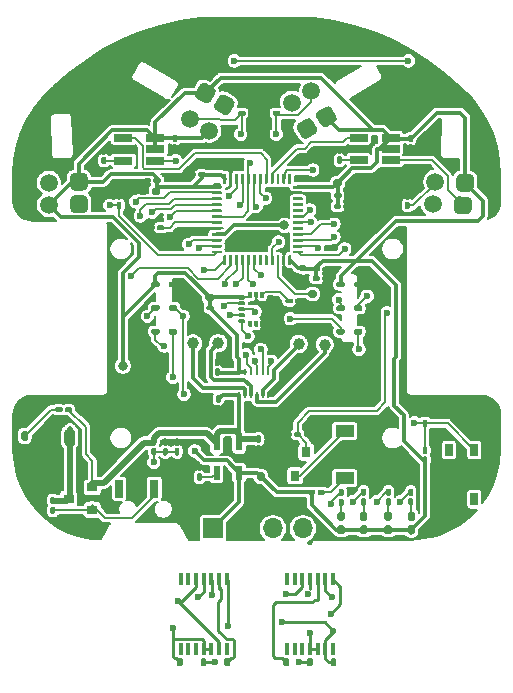
<source format=gtl>
G04 #@! TF.GenerationSoftware,KiCad,Pcbnew,(5.1.7)-1*
G04 #@! TF.CreationDate,2021-02-27T16:19:36+09:00*
G04 #@! TF.ProjectId,lapis,6c617069-732e-46b6-9963-61645f706362,rev?*
G04 #@! TF.SameCoordinates,Original*
G04 #@! TF.FileFunction,Copper,L1,Top*
G04 #@! TF.FilePolarity,Positive*
%FSLAX46Y46*%
G04 Gerber Fmt 4.6, Leading zero omitted, Abs format (unit mm)*
G04 Created by KiCad (PCBNEW (5.1.7)-1) date 2021-02-27 16:19:36*
%MOMM*%
%LPD*%
G01*
G04 APERTURE LIST*
G04 #@! TA.AperFunction,SMDPad,CuDef*
%ADD10R,0.650000X1.050000*%
G04 #@! TD*
G04 #@! TA.AperFunction,ComponentPad*
%ADD11C,1.500000*%
G04 #@! TD*
G04 #@! TA.AperFunction,SMDPad,CuDef*
%ADD12R,0.450000X1.000000*%
G04 #@! TD*
G04 #@! TA.AperFunction,SMDPad,CuDef*
%ADD13R,0.250000X0.500000*%
G04 #@! TD*
G04 #@! TA.AperFunction,SMDPad,CuDef*
%ADD14R,0.600000X1.200000*%
G04 #@! TD*
G04 #@! TA.AperFunction,SMDPad,CuDef*
%ADD15R,0.700000X1.500000*%
G04 #@! TD*
G04 #@! TA.AperFunction,ComponentPad*
%ADD16C,1.000000*%
G04 #@! TD*
G04 #@! TA.AperFunction,SMDPad,CuDef*
%ADD17R,0.800000X0.900000*%
G04 #@! TD*
G04 #@! TA.AperFunction,SMDPad,CuDef*
%ADD18R,0.900000X0.800000*%
G04 #@! TD*
G04 #@! TA.AperFunction,SMDPad,CuDef*
%ADD19R,1.560000X0.650000*%
G04 #@! TD*
G04 #@! TA.AperFunction,SMDPad,CuDef*
%ADD20R,1.600000X1.000000*%
G04 #@! TD*
G04 #@! TA.AperFunction,ComponentPad*
%ADD21O,1.700000X1.700000*%
G04 #@! TD*
G04 #@! TA.AperFunction,ComponentPad*
%ADD22R,1.700000X1.700000*%
G04 #@! TD*
G04 #@! TA.AperFunction,ComponentPad*
%ADD23O,0.900000X1.400000*%
G04 #@! TD*
G04 #@! TA.AperFunction,ViaPad*
%ADD24C,0.600000*%
G04 #@! TD*
G04 #@! TA.AperFunction,ViaPad*
%ADD25C,0.800000*%
G04 #@! TD*
G04 #@! TA.AperFunction,Conductor*
%ADD26C,0.200000*%
G04 #@! TD*
G04 #@! TA.AperFunction,Conductor*
%ADD27C,0.300000*%
G04 #@! TD*
G04 #@! TA.AperFunction,Conductor*
%ADD28C,0.250000*%
G04 #@! TD*
G04 #@! TA.AperFunction,Conductor*
%ADD29C,0.500000*%
G04 #@! TD*
G04 #@! TA.AperFunction,Conductor*
%ADD30C,0.100000*%
G04 #@! TD*
G04 APERTURE END LIST*
D10*
X161525000Y-119875000D03*
X161525000Y-115725000D03*
X163675000Y-119875000D03*
X163675000Y-115725000D03*
D11*
X160161547Y-94911355D03*
G04 #@! TA.AperFunction,ComponentPad*
G36*
G01*
X163462631Y-94651403D02*
X163436456Y-95400946D01*
G75*
G02*
X163048597Y-95762631I-374772J13087D01*
G01*
X162299054Y-95736456D01*
G75*
G02*
X161937369Y-95348597I13087J374772D01*
G01*
X161963544Y-94599054D01*
G75*
G02*
X162351403Y-94237369I374772J-13087D01*
G01*
X163100946Y-94263544D01*
G75*
G02*
X163462631Y-94651403I-13087J-374772D01*
G01*
G37*
G04 #@! TD.AperFunction*
G04 #@! TA.AperFunction,ComponentPad*
G36*
G01*
X150199760Y-88962020D02*
X149550240Y-89337020D01*
G75*
G02*
X149037980Y-89199760I-187500J324760D01*
G01*
X148662980Y-88550240D01*
G75*
G02*
X148800240Y-88037980I324760J187500D01*
G01*
X149449760Y-87662980D01*
G75*
G02*
X149962020Y-87800240I187500J-324760D01*
G01*
X150337020Y-88449760D01*
G75*
G02*
X150199760Y-88962020I-324760J-187500D01*
G01*
G37*
G04 #@! TD.AperFunction*
X148230000Y-86300295D03*
X141230000Y-88699705D03*
G04 #@! TA.AperFunction,ComponentPad*
G36*
G01*
X142550240Y-85662980D02*
X143199760Y-86037980D01*
G75*
G02*
X143337020Y-86550240I-187500J-324760D01*
G01*
X142962020Y-87199760D01*
G75*
G02*
X142449760Y-87337020I-324760J187500D01*
G01*
X141800240Y-86962020D01*
G75*
G02*
X141662980Y-86449760I187500J324760D01*
G01*
X142037980Y-85800240D01*
G75*
G02*
X142550240Y-85662980I324760J-187500D01*
G01*
G37*
G04 #@! TD.AperFunction*
X127661547Y-94988645D03*
G04 #@! TA.AperFunction,ComponentPad*
G36*
G01*
X130936456Y-94499054D02*
X130962631Y-95248597D01*
G75*
G02*
X130600946Y-95636456I-374772J-13087D01*
G01*
X129851403Y-95662631D01*
G75*
G02*
X129463544Y-95300946I-13087J374772D01*
G01*
X129437369Y-94551403D01*
G75*
G02*
X129799054Y-94163544I374772J13087D01*
G01*
X130548597Y-94137369D01*
G75*
G02*
X130936456Y-94499054I13087J-374772D01*
G01*
G37*
G04 #@! TD.AperFunction*
G04 #@! TA.AperFunction,ComponentPad*
G36*
G01*
X130936456Y-92599054D02*
X130962631Y-93348597D01*
G75*
G02*
X130600946Y-93736456I-374772J-13087D01*
G01*
X129851403Y-93762631D01*
G75*
G02*
X129463544Y-93400946I-13087J374772D01*
G01*
X129437369Y-92651403D01*
G75*
G02*
X129799054Y-92263544I374772J13087D01*
G01*
X130548597Y-92237369D01*
G75*
G02*
X130936456Y-92599054I13087J-374772D01*
G01*
G37*
G04 #@! TD.AperFunction*
X127661547Y-93088645D03*
G04 #@! TA.AperFunction,ComponentPad*
G36*
G01*
X151844760Y-87957020D02*
X151195240Y-88332020D01*
G75*
G02*
X150682980Y-88194760I-187500J324760D01*
G01*
X150307980Y-87545240D01*
G75*
G02*
X150445240Y-87032980I324760J187500D01*
G01*
X151094760Y-86657980D01*
G75*
G02*
X151607020Y-86795240I187500J-324760D01*
G01*
X151982020Y-87444760D01*
G75*
G02*
X151844760Y-87957020I-324760J-187500D01*
G01*
G37*
G04 #@! TD.AperFunction*
X149875000Y-85295295D03*
X139630000Y-87699705D03*
G04 #@! TA.AperFunction,ComponentPad*
G36*
G01*
X140950240Y-84662980D02*
X141599760Y-85037980D01*
G75*
G02*
X141737020Y-85550240I-187500J-324760D01*
G01*
X141362020Y-86199760D01*
G75*
G02*
X140849760Y-86337020I-324760J187500D01*
G01*
X140200240Y-85962020D01*
G75*
G02*
X140062980Y-85449760I187500J324760D01*
G01*
X140437980Y-84800240D01*
G75*
G02*
X140950240Y-84662980I324760J-187500D01*
G01*
G37*
G04 #@! TD.AperFunction*
X160361547Y-93011355D03*
G04 #@! TA.AperFunction,ComponentPad*
G36*
G01*
X163662631Y-92751403D02*
X163636456Y-93500946D01*
G75*
G02*
X163248597Y-93862631I-374772J13087D01*
G01*
X162499054Y-93836456D01*
G75*
G02*
X162137369Y-93448597I13087J374772D01*
G01*
X162163544Y-92699054D01*
G75*
G02*
X162551403Y-92337369I374772J-13087D01*
G01*
X163300946Y-92363544D01*
G75*
G02*
X163662631Y-92751403I-13087J-374772D01*
G01*
G37*
G04 #@! TD.AperFunction*
D12*
X151700000Y-132538000D03*
X151050000Y-132538000D03*
X150400000Y-132538000D03*
X149750000Y-132538000D03*
X149100000Y-132538000D03*
X148450000Y-132538000D03*
X147800000Y-132538000D03*
X147800000Y-126662000D03*
X148450000Y-126662000D03*
X149100000Y-126662000D03*
X149750000Y-126662000D03*
X150400000Y-126662000D03*
X151050000Y-126662000D03*
X151700000Y-126662000D03*
X142700000Y-132538000D03*
X142050000Y-132538000D03*
X141400000Y-132538000D03*
X140750000Y-132538000D03*
X140100000Y-132538000D03*
X139450000Y-132538000D03*
X138800000Y-132538000D03*
X138800000Y-126662000D03*
X139450000Y-126662000D03*
X140100000Y-126662000D03*
X140750000Y-126662000D03*
X141400000Y-126662000D03*
X142050000Y-126662000D03*
X142700000Y-126662000D03*
D13*
X143740000Y-109140000D03*
X144240000Y-109140000D03*
X144740000Y-109140000D03*
X145240000Y-109140000D03*
X145740000Y-109140000D03*
X146240000Y-109140000D03*
X146240000Y-111040000D03*
X145740000Y-111040000D03*
X145240000Y-111040000D03*
X144740000Y-111040000D03*
X144240000Y-111040000D03*
X143740000Y-111040000D03*
D14*
X143750000Y-117650000D03*
X141850000Y-117650000D03*
X141850000Y-115150000D03*
X142800000Y-115150000D03*
X143750000Y-115150000D03*
D15*
X138090000Y-118980000D03*
X136590000Y-118980000D03*
X133590000Y-118980000D03*
G04 #@! TA.AperFunction,SMDPad,CuDef*
G36*
G01*
X152240000Y-122090000D02*
X152560000Y-122090000D01*
G75*
G02*
X152720000Y-122250000I0J-160000D01*
G01*
X152720000Y-122695000D01*
G75*
G02*
X152560000Y-122855000I-160000J0D01*
G01*
X152240000Y-122855000D01*
G75*
G02*
X152080000Y-122695000I0J160000D01*
G01*
X152080000Y-122250000D01*
G75*
G02*
X152240000Y-122090000I160000J0D01*
G01*
G37*
G04 #@! TD.AperFunction*
G04 #@! TA.AperFunction,SMDPad,CuDef*
G36*
G01*
X152240000Y-120945000D02*
X152560000Y-120945000D01*
G75*
G02*
X152720000Y-121105000I0J-160000D01*
G01*
X152720000Y-121550000D01*
G75*
G02*
X152560000Y-121710000I-160000J0D01*
G01*
X152240000Y-121710000D01*
G75*
G02*
X152080000Y-121550000I0J160000D01*
G01*
X152080000Y-121105000D01*
G75*
G02*
X152240000Y-120945000I160000J0D01*
G01*
G37*
G04 #@! TD.AperFunction*
G04 #@! TA.AperFunction,SMDPad,CuDef*
G36*
G01*
X140110000Y-92300000D02*
X140110000Y-92500000D01*
G75*
G02*
X140010000Y-92600000I-100000J0D01*
G01*
X139575000Y-92600000D01*
G75*
G02*
X139475000Y-92500000I0J100000D01*
G01*
X139475000Y-92300000D01*
G75*
G02*
X139575000Y-92200000I100000J0D01*
G01*
X140010000Y-92200000D01*
G75*
G02*
X140110000Y-92300000I0J-100000D01*
G01*
G37*
G04 #@! TD.AperFunction*
G04 #@! TA.AperFunction,SMDPad,CuDef*
G36*
G01*
X140925000Y-92300000D02*
X140925000Y-92500000D01*
G75*
G02*
X140825000Y-92600000I-100000J0D01*
G01*
X140390000Y-92600000D01*
G75*
G02*
X140290000Y-92500000I0J100000D01*
G01*
X140290000Y-92300000D01*
G75*
G02*
X140390000Y-92200000I100000J0D01*
G01*
X140825000Y-92200000D01*
G75*
G02*
X140925000Y-92300000I0J-100000D01*
G01*
G37*
G04 #@! TD.AperFunction*
G04 #@! TA.AperFunction,SMDPad,CuDef*
G36*
G01*
X152590000Y-95200000D02*
X152590000Y-95000000D01*
G75*
G02*
X152690000Y-94900000I100000J0D01*
G01*
X153125000Y-94900000D01*
G75*
G02*
X153225000Y-95000000I0J-100000D01*
G01*
X153225000Y-95200000D01*
G75*
G02*
X153125000Y-95300000I-100000J0D01*
G01*
X152690000Y-95300000D01*
G75*
G02*
X152590000Y-95200000I0J100000D01*
G01*
G37*
G04 #@! TD.AperFunction*
G04 #@! TA.AperFunction,SMDPad,CuDef*
G36*
G01*
X151775000Y-95200000D02*
X151775000Y-95000000D01*
G75*
G02*
X151875000Y-94900000I100000J0D01*
G01*
X152310000Y-94900000D01*
G75*
G02*
X152410000Y-95000000I0J-100000D01*
G01*
X152410000Y-95200000D01*
G75*
G02*
X152310000Y-95300000I-100000J0D01*
G01*
X151875000Y-95300000D01*
G75*
G02*
X151775000Y-95200000I0J100000D01*
G01*
G37*
G04 #@! TD.AperFunction*
G04 #@! TA.AperFunction,SMDPad,CuDef*
G36*
G01*
X144525000Y-102762500D02*
X144525000Y-102387500D01*
G75*
G02*
X144612500Y-102300000I87500J0D01*
G01*
X144787500Y-102300000D01*
G75*
G02*
X144875000Y-102387500I0J-87500D01*
G01*
X144875000Y-102762500D01*
G75*
G02*
X144787500Y-102850000I-87500J0D01*
G01*
X144612500Y-102850000D01*
G75*
G02*
X144525000Y-102762500I0J87500D01*
G01*
G37*
G04 #@! TD.AperFunction*
G04 #@! TA.AperFunction,SMDPad,CuDef*
G36*
G01*
X145025000Y-102762500D02*
X145025000Y-102387500D01*
G75*
G02*
X145112500Y-102300000I87500J0D01*
G01*
X145287500Y-102300000D01*
G75*
G02*
X145375000Y-102387500I0J-87500D01*
G01*
X145375000Y-102762500D01*
G75*
G02*
X145287500Y-102850000I-87500J0D01*
G01*
X145112500Y-102850000D01*
G75*
G02*
X145025000Y-102762500I0J87500D01*
G01*
G37*
G04 #@! TD.AperFunction*
G04 #@! TA.AperFunction,SMDPad,CuDef*
G36*
G01*
X145525000Y-102762500D02*
X145525000Y-102387500D01*
G75*
G02*
X145612500Y-102300000I87500J0D01*
G01*
X145787500Y-102300000D01*
G75*
G02*
X145875000Y-102387500I0J-87500D01*
G01*
X145875000Y-102762500D01*
G75*
G02*
X145787500Y-102850000I-87500J0D01*
G01*
X145612500Y-102850000D01*
G75*
G02*
X145525000Y-102762500I0J87500D01*
G01*
G37*
G04 #@! TD.AperFunction*
G04 #@! TA.AperFunction,SMDPad,CuDef*
G36*
G01*
X146150000Y-102887500D02*
X146150000Y-102712500D01*
G75*
G02*
X146237500Y-102625000I87500J0D01*
G01*
X146612500Y-102625000D01*
G75*
G02*
X146700000Y-102712500I0J-87500D01*
G01*
X146700000Y-102887500D01*
G75*
G02*
X146612500Y-102975000I-87500J0D01*
G01*
X146237500Y-102975000D01*
G75*
G02*
X146150000Y-102887500I0J87500D01*
G01*
G37*
G04 #@! TD.AperFunction*
G04 #@! TA.AperFunction,SMDPad,CuDef*
G36*
G01*
X146150000Y-103387500D02*
X146150000Y-103212500D01*
G75*
G02*
X146237500Y-103125000I87500J0D01*
G01*
X146612500Y-103125000D01*
G75*
G02*
X146700000Y-103212500I0J-87500D01*
G01*
X146700000Y-103387500D01*
G75*
G02*
X146612500Y-103475000I-87500J0D01*
G01*
X146237500Y-103475000D01*
G75*
G02*
X146150000Y-103387500I0J87500D01*
G01*
G37*
G04 #@! TD.AperFunction*
G04 #@! TA.AperFunction,SMDPad,CuDef*
G36*
G01*
X146150000Y-103887500D02*
X146150000Y-103712500D01*
G75*
G02*
X146237500Y-103625000I87500J0D01*
G01*
X146612500Y-103625000D01*
G75*
G02*
X146700000Y-103712500I0J-87500D01*
G01*
X146700000Y-103887500D01*
G75*
G02*
X146612500Y-103975000I-87500J0D01*
G01*
X146237500Y-103975000D01*
G75*
G02*
X146150000Y-103887500I0J87500D01*
G01*
G37*
G04 #@! TD.AperFunction*
G04 #@! TA.AperFunction,SMDPad,CuDef*
G36*
G01*
X146150000Y-104387500D02*
X146150000Y-104212500D01*
G75*
G02*
X146237500Y-104125000I87500J0D01*
G01*
X146612500Y-104125000D01*
G75*
G02*
X146700000Y-104212500I0J-87500D01*
G01*
X146700000Y-104387500D01*
G75*
G02*
X146612500Y-104475000I-87500J0D01*
G01*
X146237500Y-104475000D01*
G75*
G02*
X146150000Y-104387500I0J87500D01*
G01*
G37*
G04 #@! TD.AperFunction*
G04 #@! TA.AperFunction,SMDPad,CuDef*
G36*
G01*
X146150000Y-104887500D02*
X146150000Y-104712500D01*
G75*
G02*
X146237500Y-104625000I87500J0D01*
G01*
X146612500Y-104625000D01*
G75*
G02*
X146700000Y-104712500I0J-87500D01*
G01*
X146700000Y-104887500D01*
G75*
G02*
X146612500Y-104975000I-87500J0D01*
G01*
X146237500Y-104975000D01*
G75*
G02*
X146150000Y-104887500I0J87500D01*
G01*
G37*
G04 #@! TD.AperFunction*
G04 #@! TA.AperFunction,SMDPad,CuDef*
G36*
G01*
X145525000Y-105212500D02*
X145525000Y-104837500D01*
G75*
G02*
X145612500Y-104750000I87500J0D01*
G01*
X145787500Y-104750000D01*
G75*
G02*
X145875000Y-104837500I0J-87500D01*
G01*
X145875000Y-105212500D01*
G75*
G02*
X145787500Y-105300000I-87500J0D01*
G01*
X145612500Y-105300000D01*
G75*
G02*
X145525000Y-105212500I0J87500D01*
G01*
G37*
G04 #@! TD.AperFunction*
G04 #@! TA.AperFunction,SMDPad,CuDef*
G36*
G01*
X145025000Y-105212500D02*
X145025000Y-104837500D01*
G75*
G02*
X145112500Y-104750000I87500J0D01*
G01*
X145287500Y-104750000D01*
G75*
G02*
X145375000Y-104837500I0J-87500D01*
G01*
X145375000Y-105212500D01*
G75*
G02*
X145287500Y-105300000I-87500J0D01*
G01*
X145112500Y-105300000D01*
G75*
G02*
X145025000Y-105212500I0J87500D01*
G01*
G37*
G04 #@! TD.AperFunction*
G04 #@! TA.AperFunction,SMDPad,CuDef*
G36*
G01*
X144525000Y-105212500D02*
X144525000Y-104837500D01*
G75*
G02*
X144612500Y-104750000I87500J0D01*
G01*
X144787500Y-104750000D01*
G75*
G02*
X144875000Y-104837500I0J-87500D01*
G01*
X144875000Y-105212500D01*
G75*
G02*
X144787500Y-105300000I-87500J0D01*
G01*
X144612500Y-105300000D01*
G75*
G02*
X144525000Y-105212500I0J87500D01*
G01*
G37*
G04 #@! TD.AperFunction*
G04 #@! TA.AperFunction,SMDPad,CuDef*
G36*
G01*
X143700000Y-104887500D02*
X143700000Y-104712500D01*
G75*
G02*
X143787500Y-104625000I87500J0D01*
G01*
X144162500Y-104625000D01*
G75*
G02*
X144250000Y-104712500I0J-87500D01*
G01*
X144250000Y-104887500D01*
G75*
G02*
X144162500Y-104975000I-87500J0D01*
G01*
X143787500Y-104975000D01*
G75*
G02*
X143700000Y-104887500I0J87500D01*
G01*
G37*
G04 #@! TD.AperFunction*
G04 #@! TA.AperFunction,SMDPad,CuDef*
G36*
G01*
X143700000Y-104387500D02*
X143700000Y-104212500D01*
G75*
G02*
X143787500Y-104125000I87500J0D01*
G01*
X144162500Y-104125000D01*
G75*
G02*
X144250000Y-104212500I0J-87500D01*
G01*
X144250000Y-104387500D01*
G75*
G02*
X144162500Y-104475000I-87500J0D01*
G01*
X143787500Y-104475000D01*
G75*
G02*
X143700000Y-104387500I0J87500D01*
G01*
G37*
G04 #@! TD.AperFunction*
G04 #@! TA.AperFunction,SMDPad,CuDef*
G36*
G01*
X143700000Y-103887500D02*
X143700000Y-103712500D01*
G75*
G02*
X143787500Y-103625000I87500J0D01*
G01*
X144162500Y-103625000D01*
G75*
G02*
X144250000Y-103712500I0J-87500D01*
G01*
X144250000Y-103887500D01*
G75*
G02*
X144162500Y-103975000I-87500J0D01*
G01*
X143787500Y-103975000D01*
G75*
G02*
X143700000Y-103887500I0J87500D01*
G01*
G37*
G04 #@! TD.AperFunction*
G04 #@! TA.AperFunction,SMDPad,CuDef*
G36*
G01*
X143700000Y-103387500D02*
X143700000Y-103212500D01*
G75*
G02*
X143787500Y-103125000I87500J0D01*
G01*
X144162500Y-103125000D01*
G75*
G02*
X144250000Y-103212500I0J-87500D01*
G01*
X144250000Y-103387500D01*
G75*
G02*
X144162500Y-103475000I-87500J0D01*
G01*
X143787500Y-103475000D01*
G75*
G02*
X143700000Y-103387500I0J87500D01*
G01*
G37*
G04 #@! TD.AperFunction*
G04 #@! TA.AperFunction,SMDPad,CuDef*
G36*
G01*
X143700000Y-102887500D02*
X143700000Y-102712500D01*
G75*
G02*
X143787500Y-102625000I87500J0D01*
G01*
X144162500Y-102625000D01*
G75*
G02*
X144250000Y-102712500I0J-87500D01*
G01*
X144250000Y-102887500D01*
G75*
G02*
X144162500Y-102975000I-87500J0D01*
G01*
X143787500Y-102975000D01*
G75*
G02*
X143700000Y-102887500I0J87500D01*
G01*
G37*
G04 #@! TD.AperFunction*
G04 #@! TA.AperFunction,SMDPad,CuDef*
G36*
G01*
X142425000Y-93137500D02*
X142425000Y-92387500D01*
G75*
G02*
X142487500Y-92325000I62500J0D01*
G01*
X142612500Y-92325000D01*
G75*
G02*
X142675000Y-92387500I0J-62500D01*
G01*
X142675000Y-93137500D01*
G75*
G02*
X142612500Y-93200000I-62500J0D01*
G01*
X142487500Y-93200000D01*
G75*
G02*
X142425000Y-93137500I0J62500D01*
G01*
G37*
G04 #@! TD.AperFunction*
G04 #@! TA.AperFunction,SMDPad,CuDef*
G36*
G01*
X142925000Y-93137500D02*
X142925000Y-92387500D01*
G75*
G02*
X142987500Y-92325000I62500J0D01*
G01*
X143112500Y-92325000D01*
G75*
G02*
X143175000Y-92387500I0J-62500D01*
G01*
X143175000Y-93137500D01*
G75*
G02*
X143112500Y-93200000I-62500J0D01*
G01*
X142987500Y-93200000D01*
G75*
G02*
X142925000Y-93137500I0J62500D01*
G01*
G37*
G04 #@! TD.AperFunction*
G04 #@! TA.AperFunction,SMDPad,CuDef*
G36*
G01*
X143425000Y-93137500D02*
X143425000Y-92387500D01*
G75*
G02*
X143487500Y-92325000I62500J0D01*
G01*
X143612500Y-92325000D01*
G75*
G02*
X143675000Y-92387500I0J-62500D01*
G01*
X143675000Y-93137500D01*
G75*
G02*
X143612500Y-93200000I-62500J0D01*
G01*
X143487500Y-93200000D01*
G75*
G02*
X143425000Y-93137500I0J62500D01*
G01*
G37*
G04 #@! TD.AperFunction*
G04 #@! TA.AperFunction,SMDPad,CuDef*
G36*
G01*
X143925000Y-93137500D02*
X143925000Y-92387500D01*
G75*
G02*
X143987500Y-92325000I62500J0D01*
G01*
X144112500Y-92325000D01*
G75*
G02*
X144175000Y-92387500I0J-62500D01*
G01*
X144175000Y-93137500D01*
G75*
G02*
X144112500Y-93200000I-62500J0D01*
G01*
X143987500Y-93200000D01*
G75*
G02*
X143925000Y-93137500I0J62500D01*
G01*
G37*
G04 #@! TD.AperFunction*
G04 #@! TA.AperFunction,SMDPad,CuDef*
G36*
G01*
X144425000Y-93137500D02*
X144425000Y-92387500D01*
G75*
G02*
X144487500Y-92325000I62500J0D01*
G01*
X144612500Y-92325000D01*
G75*
G02*
X144675000Y-92387500I0J-62500D01*
G01*
X144675000Y-93137500D01*
G75*
G02*
X144612500Y-93200000I-62500J0D01*
G01*
X144487500Y-93200000D01*
G75*
G02*
X144425000Y-93137500I0J62500D01*
G01*
G37*
G04 #@! TD.AperFunction*
G04 #@! TA.AperFunction,SMDPad,CuDef*
G36*
G01*
X144925000Y-93137500D02*
X144925000Y-92387500D01*
G75*
G02*
X144987500Y-92325000I62500J0D01*
G01*
X145112500Y-92325000D01*
G75*
G02*
X145175000Y-92387500I0J-62500D01*
G01*
X145175000Y-93137500D01*
G75*
G02*
X145112500Y-93200000I-62500J0D01*
G01*
X144987500Y-93200000D01*
G75*
G02*
X144925000Y-93137500I0J62500D01*
G01*
G37*
G04 #@! TD.AperFunction*
G04 #@! TA.AperFunction,SMDPad,CuDef*
G36*
G01*
X145425000Y-93137500D02*
X145425000Y-92387500D01*
G75*
G02*
X145487500Y-92325000I62500J0D01*
G01*
X145612500Y-92325000D01*
G75*
G02*
X145675000Y-92387500I0J-62500D01*
G01*
X145675000Y-93137500D01*
G75*
G02*
X145612500Y-93200000I-62500J0D01*
G01*
X145487500Y-93200000D01*
G75*
G02*
X145425000Y-93137500I0J62500D01*
G01*
G37*
G04 #@! TD.AperFunction*
G04 #@! TA.AperFunction,SMDPad,CuDef*
G36*
G01*
X145925000Y-93137500D02*
X145925000Y-92387500D01*
G75*
G02*
X145987500Y-92325000I62500J0D01*
G01*
X146112500Y-92325000D01*
G75*
G02*
X146175000Y-92387500I0J-62500D01*
G01*
X146175000Y-93137500D01*
G75*
G02*
X146112500Y-93200000I-62500J0D01*
G01*
X145987500Y-93200000D01*
G75*
G02*
X145925000Y-93137500I0J62500D01*
G01*
G37*
G04 #@! TD.AperFunction*
G04 #@! TA.AperFunction,SMDPad,CuDef*
G36*
G01*
X146425000Y-93137500D02*
X146425000Y-92387500D01*
G75*
G02*
X146487500Y-92325000I62500J0D01*
G01*
X146612500Y-92325000D01*
G75*
G02*
X146675000Y-92387500I0J-62500D01*
G01*
X146675000Y-93137500D01*
G75*
G02*
X146612500Y-93200000I-62500J0D01*
G01*
X146487500Y-93200000D01*
G75*
G02*
X146425000Y-93137500I0J62500D01*
G01*
G37*
G04 #@! TD.AperFunction*
G04 #@! TA.AperFunction,SMDPad,CuDef*
G36*
G01*
X146925000Y-93137500D02*
X146925000Y-92387500D01*
G75*
G02*
X146987500Y-92325000I62500J0D01*
G01*
X147112500Y-92325000D01*
G75*
G02*
X147175000Y-92387500I0J-62500D01*
G01*
X147175000Y-93137500D01*
G75*
G02*
X147112500Y-93200000I-62500J0D01*
G01*
X146987500Y-93200000D01*
G75*
G02*
X146925000Y-93137500I0J62500D01*
G01*
G37*
G04 #@! TD.AperFunction*
G04 #@! TA.AperFunction,SMDPad,CuDef*
G36*
G01*
X147425000Y-93137500D02*
X147425000Y-92387500D01*
G75*
G02*
X147487500Y-92325000I62500J0D01*
G01*
X147612500Y-92325000D01*
G75*
G02*
X147675000Y-92387500I0J-62500D01*
G01*
X147675000Y-93137500D01*
G75*
G02*
X147612500Y-93200000I-62500J0D01*
G01*
X147487500Y-93200000D01*
G75*
G02*
X147425000Y-93137500I0J62500D01*
G01*
G37*
G04 #@! TD.AperFunction*
G04 #@! TA.AperFunction,SMDPad,CuDef*
G36*
G01*
X147925000Y-93137500D02*
X147925000Y-92387500D01*
G75*
G02*
X147987500Y-92325000I62500J0D01*
G01*
X148112500Y-92325000D01*
G75*
G02*
X148175000Y-92387500I0J-62500D01*
G01*
X148175000Y-93137500D01*
G75*
G02*
X148112500Y-93200000I-62500J0D01*
G01*
X147987500Y-93200000D01*
G75*
G02*
X147925000Y-93137500I0J62500D01*
G01*
G37*
G04 #@! TD.AperFunction*
G04 #@! TA.AperFunction,SMDPad,CuDef*
G36*
G01*
X148300000Y-93512500D02*
X148300000Y-93387500D01*
G75*
G02*
X148362500Y-93325000I62500J0D01*
G01*
X149112500Y-93325000D01*
G75*
G02*
X149175000Y-93387500I0J-62500D01*
G01*
X149175000Y-93512500D01*
G75*
G02*
X149112500Y-93575000I-62500J0D01*
G01*
X148362500Y-93575000D01*
G75*
G02*
X148300000Y-93512500I0J62500D01*
G01*
G37*
G04 #@! TD.AperFunction*
G04 #@! TA.AperFunction,SMDPad,CuDef*
G36*
G01*
X148300000Y-94012500D02*
X148300000Y-93887500D01*
G75*
G02*
X148362500Y-93825000I62500J0D01*
G01*
X149112500Y-93825000D01*
G75*
G02*
X149175000Y-93887500I0J-62500D01*
G01*
X149175000Y-94012500D01*
G75*
G02*
X149112500Y-94075000I-62500J0D01*
G01*
X148362500Y-94075000D01*
G75*
G02*
X148300000Y-94012500I0J62500D01*
G01*
G37*
G04 #@! TD.AperFunction*
G04 #@! TA.AperFunction,SMDPad,CuDef*
G36*
G01*
X148300000Y-94512500D02*
X148300000Y-94387500D01*
G75*
G02*
X148362500Y-94325000I62500J0D01*
G01*
X149112500Y-94325000D01*
G75*
G02*
X149175000Y-94387500I0J-62500D01*
G01*
X149175000Y-94512500D01*
G75*
G02*
X149112500Y-94575000I-62500J0D01*
G01*
X148362500Y-94575000D01*
G75*
G02*
X148300000Y-94512500I0J62500D01*
G01*
G37*
G04 #@! TD.AperFunction*
G04 #@! TA.AperFunction,SMDPad,CuDef*
G36*
G01*
X148300000Y-95012500D02*
X148300000Y-94887500D01*
G75*
G02*
X148362500Y-94825000I62500J0D01*
G01*
X149112500Y-94825000D01*
G75*
G02*
X149175000Y-94887500I0J-62500D01*
G01*
X149175000Y-95012500D01*
G75*
G02*
X149112500Y-95075000I-62500J0D01*
G01*
X148362500Y-95075000D01*
G75*
G02*
X148300000Y-95012500I0J62500D01*
G01*
G37*
G04 #@! TD.AperFunction*
G04 #@! TA.AperFunction,SMDPad,CuDef*
G36*
G01*
X148300000Y-95512500D02*
X148300000Y-95387500D01*
G75*
G02*
X148362500Y-95325000I62500J0D01*
G01*
X149112500Y-95325000D01*
G75*
G02*
X149175000Y-95387500I0J-62500D01*
G01*
X149175000Y-95512500D01*
G75*
G02*
X149112500Y-95575000I-62500J0D01*
G01*
X148362500Y-95575000D01*
G75*
G02*
X148300000Y-95512500I0J62500D01*
G01*
G37*
G04 #@! TD.AperFunction*
G04 #@! TA.AperFunction,SMDPad,CuDef*
G36*
G01*
X148300000Y-96012500D02*
X148300000Y-95887500D01*
G75*
G02*
X148362500Y-95825000I62500J0D01*
G01*
X149112500Y-95825000D01*
G75*
G02*
X149175000Y-95887500I0J-62500D01*
G01*
X149175000Y-96012500D01*
G75*
G02*
X149112500Y-96075000I-62500J0D01*
G01*
X148362500Y-96075000D01*
G75*
G02*
X148300000Y-96012500I0J62500D01*
G01*
G37*
G04 #@! TD.AperFunction*
G04 #@! TA.AperFunction,SMDPad,CuDef*
G36*
G01*
X148300000Y-96512500D02*
X148300000Y-96387500D01*
G75*
G02*
X148362500Y-96325000I62500J0D01*
G01*
X149112500Y-96325000D01*
G75*
G02*
X149175000Y-96387500I0J-62500D01*
G01*
X149175000Y-96512500D01*
G75*
G02*
X149112500Y-96575000I-62500J0D01*
G01*
X148362500Y-96575000D01*
G75*
G02*
X148300000Y-96512500I0J62500D01*
G01*
G37*
G04 #@! TD.AperFunction*
G04 #@! TA.AperFunction,SMDPad,CuDef*
G36*
G01*
X148300000Y-97012500D02*
X148300000Y-96887500D01*
G75*
G02*
X148362500Y-96825000I62500J0D01*
G01*
X149112500Y-96825000D01*
G75*
G02*
X149175000Y-96887500I0J-62500D01*
G01*
X149175000Y-97012500D01*
G75*
G02*
X149112500Y-97075000I-62500J0D01*
G01*
X148362500Y-97075000D01*
G75*
G02*
X148300000Y-97012500I0J62500D01*
G01*
G37*
G04 #@! TD.AperFunction*
G04 #@! TA.AperFunction,SMDPad,CuDef*
G36*
G01*
X148300000Y-97512500D02*
X148300000Y-97387500D01*
G75*
G02*
X148362500Y-97325000I62500J0D01*
G01*
X149112500Y-97325000D01*
G75*
G02*
X149175000Y-97387500I0J-62500D01*
G01*
X149175000Y-97512500D01*
G75*
G02*
X149112500Y-97575000I-62500J0D01*
G01*
X148362500Y-97575000D01*
G75*
G02*
X148300000Y-97512500I0J62500D01*
G01*
G37*
G04 #@! TD.AperFunction*
G04 #@! TA.AperFunction,SMDPad,CuDef*
G36*
G01*
X148300000Y-98012500D02*
X148300000Y-97887500D01*
G75*
G02*
X148362500Y-97825000I62500J0D01*
G01*
X149112500Y-97825000D01*
G75*
G02*
X149175000Y-97887500I0J-62500D01*
G01*
X149175000Y-98012500D01*
G75*
G02*
X149112500Y-98075000I-62500J0D01*
G01*
X148362500Y-98075000D01*
G75*
G02*
X148300000Y-98012500I0J62500D01*
G01*
G37*
G04 #@! TD.AperFunction*
G04 #@! TA.AperFunction,SMDPad,CuDef*
G36*
G01*
X148300000Y-98512500D02*
X148300000Y-98387500D01*
G75*
G02*
X148362500Y-98325000I62500J0D01*
G01*
X149112500Y-98325000D01*
G75*
G02*
X149175000Y-98387500I0J-62500D01*
G01*
X149175000Y-98512500D01*
G75*
G02*
X149112500Y-98575000I-62500J0D01*
G01*
X148362500Y-98575000D01*
G75*
G02*
X148300000Y-98512500I0J62500D01*
G01*
G37*
G04 #@! TD.AperFunction*
G04 #@! TA.AperFunction,SMDPad,CuDef*
G36*
G01*
X148300000Y-99012500D02*
X148300000Y-98887500D01*
G75*
G02*
X148362500Y-98825000I62500J0D01*
G01*
X149112500Y-98825000D01*
G75*
G02*
X149175000Y-98887500I0J-62500D01*
G01*
X149175000Y-99012500D01*
G75*
G02*
X149112500Y-99075000I-62500J0D01*
G01*
X148362500Y-99075000D01*
G75*
G02*
X148300000Y-99012500I0J62500D01*
G01*
G37*
G04 #@! TD.AperFunction*
G04 #@! TA.AperFunction,SMDPad,CuDef*
G36*
G01*
X147925000Y-100012500D02*
X147925000Y-99262500D01*
G75*
G02*
X147987500Y-99200000I62500J0D01*
G01*
X148112500Y-99200000D01*
G75*
G02*
X148175000Y-99262500I0J-62500D01*
G01*
X148175000Y-100012500D01*
G75*
G02*
X148112500Y-100075000I-62500J0D01*
G01*
X147987500Y-100075000D01*
G75*
G02*
X147925000Y-100012500I0J62500D01*
G01*
G37*
G04 #@! TD.AperFunction*
G04 #@! TA.AperFunction,SMDPad,CuDef*
G36*
G01*
X147425000Y-100012500D02*
X147425000Y-99262500D01*
G75*
G02*
X147487500Y-99200000I62500J0D01*
G01*
X147612500Y-99200000D01*
G75*
G02*
X147675000Y-99262500I0J-62500D01*
G01*
X147675000Y-100012500D01*
G75*
G02*
X147612500Y-100075000I-62500J0D01*
G01*
X147487500Y-100075000D01*
G75*
G02*
X147425000Y-100012500I0J62500D01*
G01*
G37*
G04 #@! TD.AperFunction*
G04 #@! TA.AperFunction,SMDPad,CuDef*
G36*
G01*
X146925000Y-100012500D02*
X146925000Y-99262500D01*
G75*
G02*
X146987500Y-99200000I62500J0D01*
G01*
X147112500Y-99200000D01*
G75*
G02*
X147175000Y-99262500I0J-62500D01*
G01*
X147175000Y-100012500D01*
G75*
G02*
X147112500Y-100075000I-62500J0D01*
G01*
X146987500Y-100075000D01*
G75*
G02*
X146925000Y-100012500I0J62500D01*
G01*
G37*
G04 #@! TD.AperFunction*
G04 #@! TA.AperFunction,SMDPad,CuDef*
G36*
G01*
X146425000Y-100012500D02*
X146425000Y-99262500D01*
G75*
G02*
X146487500Y-99200000I62500J0D01*
G01*
X146612500Y-99200000D01*
G75*
G02*
X146675000Y-99262500I0J-62500D01*
G01*
X146675000Y-100012500D01*
G75*
G02*
X146612500Y-100075000I-62500J0D01*
G01*
X146487500Y-100075000D01*
G75*
G02*
X146425000Y-100012500I0J62500D01*
G01*
G37*
G04 #@! TD.AperFunction*
G04 #@! TA.AperFunction,SMDPad,CuDef*
G36*
G01*
X145925000Y-100012500D02*
X145925000Y-99262500D01*
G75*
G02*
X145987500Y-99200000I62500J0D01*
G01*
X146112500Y-99200000D01*
G75*
G02*
X146175000Y-99262500I0J-62500D01*
G01*
X146175000Y-100012500D01*
G75*
G02*
X146112500Y-100075000I-62500J0D01*
G01*
X145987500Y-100075000D01*
G75*
G02*
X145925000Y-100012500I0J62500D01*
G01*
G37*
G04 #@! TD.AperFunction*
G04 #@! TA.AperFunction,SMDPad,CuDef*
G36*
G01*
X145425000Y-100012500D02*
X145425000Y-99262500D01*
G75*
G02*
X145487500Y-99200000I62500J0D01*
G01*
X145612500Y-99200000D01*
G75*
G02*
X145675000Y-99262500I0J-62500D01*
G01*
X145675000Y-100012500D01*
G75*
G02*
X145612500Y-100075000I-62500J0D01*
G01*
X145487500Y-100075000D01*
G75*
G02*
X145425000Y-100012500I0J62500D01*
G01*
G37*
G04 #@! TD.AperFunction*
G04 #@! TA.AperFunction,SMDPad,CuDef*
G36*
G01*
X144925000Y-100012500D02*
X144925000Y-99262500D01*
G75*
G02*
X144987500Y-99200000I62500J0D01*
G01*
X145112500Y-99200000D01*
G75*
G02*
X145175000Y-99262500I0J-62500D01*
G01*
X145175000Y-100012500D01*
G75*
G02*
X145112500Y-100075000I-62500J0D01*
G01*
X144987500Y-100075000D01*
G75*
G02*
X144925000Y-100012500I0J62500D01*
G01*
G37*
G04 #@! TD.AperFunction*
G04 #@! TA.AperFunction,SMDPad,CuDef*
G36*
G01*
X144425000Y-100012500D02*
X144425000Y-99262500D01*
G75*
G02*
X144487500Y-99200000I62500J0D01*
G01*
X144612500Y-99200000D01*
G75*
G02*
X144675000Y-99262500I0J-62500D01*
G01*
X144675000Y-100012500D01*
G75*
G02*
X144612500Y-100075000I-62500J0D01*
G01*
X144487500Y-100075000D01*
G75*
G02*
X144425000Y-100012500I0J62500D01*
G01*
G37*
G04 #@! TD.AperFunction*
G04 #@! TA.AperFunction,SMDPad,CuDef*
G36*
G01*
X143925000Y-100012500D02*
X143925000Y-99262500D01*
G75*
G02*
X143987500Y-99200000I62500J0D01*
G01*
X144112500Y-99200000D01*
G75*
G02*
X144175000Y-99262500I0J-62500D01*
G01*
X144175000Y-100012500D01*
G75*
G02*
X144112500Y-100075000I-62500J0D01*
G01*
X143987500Y-100075000D01*
G75*
G02*
X143925000Y-100012500I0J62500D01*
G01*
G37*
G04 #@! TD.AperFunction*
G04 #@! TA.AperFunction,SMDPad,CuDef*
G36*
G01*
X143425000Y-100012500D02*
X143425000Y-99262500D01*
G75*
G02*
X143487500Y-99200000I62500J0D01*
G01*
X143612500Y-99200000D01*
G75*
G02*
X143675000Y-99262500I0J-62500D01*
G01*
X143675000Y-100012500D01*
G75*
G02*
X143612500Y-100075000I-62500J0D01*
G01*
X143487500Y-100075000D01*
G75*
G02*
X143425000Y-100012500I0J62500D01*
G01*
G37*
G04 #@! TD.AperFunction*
G04 #@! TA.AperFunction,SMDPad,CuDef*
G36*
G01*
X142925000Y-100012500D02*
X142925000Y-99262500D01*
G75*
G02*
X142987500Y-99200000I62500J0D01*
G01*
X143112500Y-99200000D01*
G75*
G02*
X143175000Y-99262500I0J-62500D01*
G01*
X143175000Y-100012500D01*
G75*
G02*
X143112500Y-100075000I-62500J0D01*
G01*
X142987500Y-100075000D01*
G75*
G02*
X142925000Y-100012500I0J62500D01*
G01*
G37*
G04 #@! TD.AperFunction*
G04 #@! TA.AperFunction,SMDPad,CuDef*
G36*
G01*
X142425000Y-100012500D02*
X142425000Y-99262500D01*
G75*
G02*
X142487500Y-99200000I62500J0D01*
G01*
X142612500Y-99200000D01*
G75*
G02*
X142675000Y-99262500I0J-62500D01*
G01*
X142675000Y-100012500D01*
G75*
G02*
X142612500Y-100075000I-62500J0D01*
G01*
X142487500Y-100075000D01*
G75*
G02*
X142425000Y-100012500I0J62500D01*
G01*
G37*
G04 #@! TD.AperFunction*
G04 #@! TA.AperFunction,SMDPad,CuDef*
G36*
G01*
X141425000Y-99012500D02*
X141425000Y-98887500D01*
G75*
G02*
X141487500Y-98825000I62500J0D01*
G01*
X142237500Y-98825000D01*
G75*
G02*
X142300000Y-98887500I0J-62500D01*
G01*
X142300000Y-99012500D01*
G75*
G02*
X142237500Y-99075000I-62500J0D01*
G01*
X141487500Y-99075000D01*
G75*
G02*
X141425000Y-99012500I0J62500D01*
G01*
G37*
G04 #@! TD.AperFunction*
G04 #@! TA.AperFunction,SMDPad,CuDef*
G36*
G01*
X141425000Y-98512500D02*
X141425000Y-98387500D01*
G75*
G02*
X141487500Y-98325000I62500J0D01*
G01*
X142237500Y-98325000D01*
G75*
G02*
X142300000Y-98387500I0J-62500D01*
G01*
X142300000Y-98512500D01*
G75*
G02*
X142237500Y-98575000I-62500J0D01*
G01*
X141487500Y-98575000D01*
G75*
G02*
X141425000Y-98512500I0J62500D01*
G01*
G37*
G04 #@! TD.AperFunction*
G04 #@! TA.AperFunction,SMDPad,CuDef*
G36*
G01*
X141425000Y-98012500D02*
X141425000Y-97887500D01*
G75*
G02*
X141487500Y-97825000I62500J0D01*
G01*
X142237500Y-97825000D01*
G75*
G02*
X142300000Y-97887500I0J-62500D01*
G01*
X142300000Y-98012500D01*
G75*
G02*
X142237500Y-98075000I-62500J0D01*
G01*
X141487500Y-98075000D01*
G75*
G02*
X141425000Y-98012500I0J62500D01*
G01*
G37*
G04 #@! TD.AperFunction*
G04 #@! TA.AperFunction,SMDPad,CuDef*
G36*
G01*
X141425000Y-97512500D02*
X141425000Y-97387500D01*
G75*
G02*
X141487500Y-97325000I62500J0D01*
G01*
X142237500Y-97325000D01*
G75*
G02*
X142300000Y-97387500I0J-62500D01*
G01*
X142300000Y-97512500D01*
G75*
G02*
X142237500Y-97575000I-62500J0D01*
G01*
X141487500Y-97575000D01*
G75*
G02*
X141425000Y-97512500I0J62500D01*
G01*
G37*
G04 #@! TD.AperFunction*
G04 #@! TA.AperFunction,SMDPad,CuDef*
G36*
G01*
X141425000Y-97012500D02*
X141425000Y-96887500D01*
G75*
G02*
X141487500Y-96825000I62500J0D01*
G01*
X142237500Y-96825000D01*
G75*
G02*
X142300000Y-96887500I0J-62500D01*
G01*
X142300000Y-97012500D01*
G75*
G02*
X142237500Y-97075000I-62500J0D01*
G01*
X141487500Y-97075000D01*
G75*
G02*
X141425000Y-97012500I0J62500D01*
G01*
G37*
G04 #@! TD.AperFunction*
G04 #@! TA.AperFunction,SMDPad,CuDef*
G36*
G01*
X141425000Y-96512500D02*
X141425000Y-96387500D01*
G75*
G02*
X141487500Y-96325000I62500J0D01*
G01*
X142237500Y-96325000D01*
G75*
G02*
X142300000Y-96387500I0J-62500D01*
G01*
X142300000Y-96512500D01*
G75*
G02*
X142237500Y-96575000I-62500J0D01*
G01*
X141487500Y-96575000D01*
G75*
G02*
X141425000Y-96512500I0J62500D01*
G01*
G37*
G04 #@! TD.AperFunction*
G04 #@! TA.AperFunction,SMDPad,CuDef*
G36*
G01*
X141425000Y-96012500D02*
X141425000Y-95887500D01*
G75*
G02*
X141487500Y-95825000I62500J0D01*
G01*
X142237500Y-95825000D01*
G75*
G02*
X142300000Y-95887500I0J-62500D01*
G01*
X142300000Y-96012500D01*
G75*
G02*
X142237500Y-96075000I-62500J0D01*
G01*
X141487500Y-96075000D01*
G75*
G02*
X141425000Y-96012500I0J62500D01*
G01*
G37*
G04 #@! TD.AperFunction*
G04 #@! TA.AperFunction,SMDPad,CuDef*
G36*
G01*
X141425000Y-95512500D02*
X141425000Y-95387500D01*
G75*
G02*
X141487500Y-95325000I62500J0D01*
G01*
X142237500Y-95325000D01*
G75*
G02*
X142300000Y-95387500I0J-62500D01*
G01*
X142300000Y-95512500D01*
G75*
G02*
X142237500Y-95575000I-62500J0D01*
G01*
X141487500Y-95575000D01*
G75*
G02*
X141425000Y-95512500I0J62500D01*
G01*
G37*
G04 #@! TD.AperFunction*
G04 #@! TA.AperFunction,SMDPad,CuDef*
G36*
G01*
X141425000Y-95012500D02*
X141425000Y-94887500D01*
G75*
G02*
X141487500Y-94825000I62500J0D01*
G01*
X142237500Y-94825000D01*
G75*
G02*
X142300000Y-94887500I0J-62500D01*
G01*
X142300000Y-95012500D01*
G75*
G02*
X142237500Y-95075000I-62500J0D01*
G01*
X141487500Y-95075000D01*
G75*
G02*
X141425000Y-95012500I0J62500D01*
G01*
G37*
G04 #@! TD.AperFunction*
G04 #@! TA.AperFunction,SMDPad,CuDef*
G36*
G01*
X141425000Y-94512500D02*
X141425000Y-94387500D01*
G75*
G02*
X141487500Y-94325000I62500J0D01*
G01*
X142237500Y-94325000D01*
G75*
G02*
X142300000Y-94387500I0J-62500D01*
G01*
X142300000Y-94512500D01*
G75*
G02*
X142237500Y-94575000I-62500J0D01*
G01*
X141487500Y-94575000D01*
G75*
G02*
X141425000Y-94512500I0J62500D01*
G01*
G37*
G04 #@! TD.AperFunction*
G04 #@! TA.AperFunction,SMDPad,CuDef*
G36*
G01*
X141425000Y-94012500D02*
X141425000Y-93887500D01*
G75*
G02*
X141487500Y-93825000I62500J0D01*
G01*
X142237500Y-93825000D01*
G75*
G02*
X142300000Y-93887500I0J-62500D01*
G01*
X142300000Y-94012500D01*
G75*
G02*
X142237500Y-94075000I-62500J0D01*
G01*
X141487500Y-94075000D01*
G75*
G02*
X141425000Y-94012500I0J62500D01*
G01*
G37*
G04 #@! TD.AperFunction*
G04 #@! TA.AperFunction,SMDPad,CuDef*
G36*
G01*
X141425000Y-93512500D02*
X141425000Y-93387500D01*
G75*
G02*
X141487500Y-93325000I62500J0D01*
G01*
X142237500Y-93325000D01*
G75*
G02*
X142300000Y-93387500I0J-62500D01*
G01*
X142300000Y-93512500D01*
G75*
G02*
X142237500Y-93575000I-62500J0D01*
G01*
X141487500Y-93575000D01*
G75*
G02*
X141425000Y-93512500I0J62500D01*
G01*
G37*
G04 #@! TD.AperFunction*
G04 #@! TA.AperFunction,SMDPad,CuDef*
G36*
G01*
X137425000Y-96800000D02*
X137425000Y-97000000D01*
G75*
G02*
X137325000Y-97100000I-100000J0D01*
G01*
X136890000Y-97100000D01*
G75*
G02*
X136790000Y-97000000I0J100000D01*
G01*
X136790000Y-96800000D01*
G75*
G02*
X136890000Y-96700000I100000J0D01*
G01*
X137325000Y-96700000D01*
G75*
G02*
X137425000Y-96800000I0J-100000D01*
G01*
G37*
G04 #@! TD.AperFunction*
G04 #@! TA.AperFunction,SMDPad,CuDef*
G36*
G01*
X136610000Y-96800000D02*
X136610000Y-97000000D01*
G75*
G02*
X136510000Y-97100000I-100000J0D01*
G01*
X136075000Y-97100000D01*
G75*
G02*
X135975000Y-97000000I0J100000D01*
G01*
X135975000Y-96800000D01*
G75*
G02*
X136075000Y-96700000I100000J0D01*
G01*
X136510000Y-96700000D01*
G75*
G02*
X136610000Y-96800000I0J-100000D01*
G01*
G37*
G04 #@! TD.AperFunction*
G04 #@! TA.AperFunction,SMDPad,CuDef*
G36*
G01*
X152627500Y-94290000D02*
X152627500Y-94090000D01*
G75*
G02*
X152727500Y-93990000I100000J0D01*
G01*
X153162500Y-93990000D01*
G75*
G02*
X153262500Y-94090000I0J-100000D01*
G01*
X153262500Y-94290000D01*
G75*
G02*
X153162500Y-94390000I-100000J0D01*
G01*
X152727500Y-94390000D01*
G75*
G02*
X152627500Y-94290000I0J100000D01*
G01*
G37*
G04 #@! TD.AperFunction*
G04 #@! TA.AperFunction,SMDPad,CuDef*
G36*
G01*
X151812500Y-94290000D02*
X151812500Y-94090000D01*
G75*
G02*
X151912500Y-93990000I100000J0D01*
G01*
X152347500Y-93990000D01*
G75*
G02*
X152447500Y-94090000I0J-100000D01*
G01*
X152447500Y-94290000D01*
G75*
G02*
X152347500Y-94390000I-100000J0D01*
G01*
X151912500Y-94390000D01*
G75*
G02*
X151812500Y-94290000I0J100000D01*
G01*
G37*
G04 #@! TD.AperFunction*
G04 #@! TA.AperFunction,SMDPad,CuDef*
G36*
G01*
X149582500Y-119400000D02*
X149582500Y-119200000D01*
G75*
G02*
X149682500Y-119100000I100000J0D01*
G01*
X150117500Y-119100000D01*
G75*
G02*
X150217500Y-119200000I0J-100000D01*
G01*
X150217500Y-119400000D01*
G75*
G02*
X150117500Y-119500000I-100000J0D01*
G01*
X149682500Y-119500000D01*
G75*
G02*
X149582500Y-119400000I0J100000D01*
G01*
G37*
G04 #@! TD.AperFunction*
G04 #@! TA.AperFunction,SMDPad,CuDef*
G36*
G01*
X150397500Y-119400000D02*
X150397500Y-119200000D01*
G75*
G02*
X150497500Y-119100000I100000J0D01*
G01*
X150932500Y-119100000D01*
G75*
G02*
X151032500Y-119200000I0J-100000D01*
G01*
X151032500Y-119400000D01*
G75*
G02*
X150932500Y-119500000I-100000J0D01*
G01*
X150497500Y-119500000D01*
G75*
G02*
X150397500Y-119400000I0J100000D01*
G01*
G37*
G04 #@! TD.AperFunction*
G04 #@! TA.AperFunction,SMDPad,CuDef*
G36*
G01*
X156210000Y-120945000D02*
X156530000Y-120945000D01*
G75*
G02*
X156690000Y-121105000I0J-160000D01*
G01*
X156690000Y-121550000D01*
G75*
G02*
X156530000Y-121710000I-160000J0D01*
G01*
X156210000Y-121710000D01*
G75*
G02*
X156050000Y-121550000I0J160000D01*
G01*
X156050000Y-121105000D01*
G75*
G02*
X156210000Y-120945000I160000J0D01*
G01*
G37*
G04 #@! TD.AperFunction*
G04 #@! TA.AperFunction,SMDPad,CuDef*
G36*
G01*
X156210000Y-122090000D02*
X156530000Y-122090000D01*
G75*
G02*
X156690000Y-122250000I0J-160000D01*
G01*
X156690000Y-122695000D01*
G75*
G02*
X156530000Y-122855000I-160000J0D01*
G01*
X156210000Y-122855000D01*
G75*
G02*
X156050000Y-122695000I0J160000D01*
G01*
X156050000Y-122250000D01*
G75*
G02*
X156210000Y-122090000I160000J0D01*
G01*
G37*
G04 #@! TD.AperFunction*
D16*
X148800000Y-106735000D03*
X151000000Y-106800000D03*
X141990000Y-106670000D03*
X139850000Y-106690000D03*
D17*
X148500000Y-117900000D03*
X147550000Y-115900000D03*
X149450000Y-115900000D03*
D18*
X129330000Y-119835000D03*
X131330000Y-118885000D03*
X131330000Y-120785000D03*
D19*
X153880000Y-89270000D03*
X153880000Y-90220000D03*
X153880000Y-91170000D03*
X156580000Y-91170000D03*
X156580000Y-89270000D03*
X156580000Y-90220000D03*
X136670000Y-90260000D03*
X136670000Y-89310000D03*
X136670000Y-91210000D03*
X133970000Y-91210000D03*
X133970000Y-90260000D03*
X133970000Y-89310000D03*
G04 #@! TA.AperFunction,SMDPad,CuDef*
G36*
G01*
X149025000Y-114300000D02*
X149025000Y-114500000D01*
G75*
G02*
X148925000Y-114600000I-100000J0D01*
G01*
X148490000Y-114600000D01*
G75*
G02*
X148390000Y-114500000I0J100000D01*
G01*
X148390000Y-114300000D01*
G75*
G02*
X148490000Y-114200000I100000J0D01*
G01*
X148925000Y-114200000D01*
G75*
G02*
X149025000Y-114300000I0J-100000D01*
G01*
G37*
G04 #@! TD.AperFunction*
G04 #@! TA.AperFunction,SMDPad,CuDef*
G36*
G01*
X148210000Y-114300000D02*
X148210000Y-114500000D01*
G75*
G02*
X148110000Y-114600000I-100000J0D01*
G01*
X147675000Y-114600000D01*
G75*
G02*
X147575000Y-114500000I0J100000D01*
G01*
X147575000Y-114300000D01*
G75*
G02*
X147675000Y-114200000I100000J0D01*
G01*
X148110000Y-114200000D01*
G75*
G02*
X148210000Y-114300000I0J-100000D01*
G01*
G37*
G04 #@! TD.AperFunction*
G04 #@! TA.AperFunction,SMDPad,CuDef*
G36*
G01*
X159605000Y-116067500D02*
X159405000Y-116067500D01*
G75*
G02*
X159305000Y-115967500I0J100000D01*
G01*
X159305000Y-115532500D01*
G75*
G02*
X159405000Y-115432500I100000J0D01*
G01*
X159605000Y-115432500D01*
G75*
G02*
X159705000Y-115532500I0J-100000D01*
G01*
X159705000Y-115967500D01*
G75*
G02*
X159605000Y-116067500I-100000J0D01*
G01*
G37*
G04 #@! TD.AperFunction*
G04 #@! TA.AperFunction,SMDPad,CuDef*
G36*
G01*
X159605000Y-116882500D02*
X159405000Y-116882500D01*
G75*
G02*
X159305000Y-116782500I0J100000D01*
G01*
X159305000Y-116347500D01*
G75*
G02*
X159405000Y-116247500I100000J0D01*
G01*
X159605000Y-116247500D01*
G75*
G02*
X159705000Y-116347500I0J-100000D01*
G01*
X159705000Y-116782500D01*
G75*
G02*
X159605000Y-116882500I-100000J0D01*
G01*
G37*
G04 #@! TD.AperFunction*
G04 #@! TA.AperFunction,SMDPad,CuDef*
G36*
G01*
X152500000Y-120457500D02*
X152300000Y-120457500D01*
G75*
G02*
X152200000Y-120357500I0J100000D01*
G01*
X152200000Y-119922500D01*
G75*
G02*
X152300000Y-119822500I100000J0D01*
G01*
X152500000Y-119822500D01*
G75*
G02*
X152600000Y-119922500I0J-100000D01*
G01*
X152600000Y-120357500D01*
G75*
G02*
X152500000Y-120457500I-100000J0D01*
G01*
G37*
G04 #@! TD.AperFunction*
G04 #@! TA.AperFunction,SMDPad,CuDef*
G36*
G01*
X152500000Y-119642500D02*
X152300000Y-119642500D01*
G75*
G02*
X152200000Y-119542500I0J100000D01*
G01*
X152200000Y-119107500D01*
G75*
G02*
X152300000Y-119007500I100000J0D01*
G01*
X152500000Y-119007500D01*
G75*
G02*
X152600000Y-119107500I0J-100000D01*
G01*
X152600000Y-119542500D01*
G75*
G02*
X152500000Y-119642500I-100000J0D01*
G01*
G37*
G04 #@! TD.AperFunction*
G04 #@! TA.AperFunction,SMDPad,CuDef*
G36*
G01*
X154400000Y-120425000D02*
X154200000Y-120425000D01*
G75*
G02*
X154100000Y-120325000I0J100000D01*
G01*
X154100000Y-119890000D01*
G75*
G02*
X154200000Y-119790000I100000J0D01*
G01*
X154400000Y-119790000D01*
G75*
G02*
X154500000Y-119890000I0J-100000D01*
G01*
X154500000Y-120325000D01*
G75*
G02*
X154400000Y-120425000I-100000J0D01*
G01*
G37*
G04 #@! TD.AperFunction*
G04 #@! TA.AperFunction,SMDPad,CuDef*
G36*
G01*
X154400000Y-119610000D02*
X154200000Y-119610000D01*
G75*
G02*
X154100000Y-119510000I0J100000D01*
G01*
X154100000Y-119075000D01*
G75*
G02*
X154200000Y-118975000I100000J0D01*
G01*
X154400000Y-118975000D01*
G75*
G02*
X154500000Y-119075000I0J-100000D01*
G01*
X154500000Y-119510000D01*
G75*
G02*
X154400000Y-119610000I-100000J0D01*
G01*
G37*
G04 #@! TD.AperFunction*
G04 #@! TA.AperFunction,SMDPad,CuDef*
G36*
G01*
X156500000Y-120425000D02*
X156300000Y-120425000D01*
G75*
G02*
X156200000Y-120325000I0J100000D01*
G01*
X156200000Y-119890000D01*
G75*
G02*
X156300000Y-119790000I100000J0D01*
G01*
X156500000Y-119790000D01*
G75*
G02*
X156600000Y-119890000I0J-100000D01*
G01*
X156600000Y-120325000D01*
G75*
G02*
X156500000Y-120425000I-100000J0D01*
G01*
G37*
G04 #@! TD.AperFunction*
G04 #@! TA.AperFunction,SMDPad,CuDef*
G36*
G01*
X156500000Y-119610000D02*
X156300000Y-119610000D01*
G75*
G02*
X156200000Y-119510000I0J100000D01*
G01*
X156200000Y-119075000D01*
G75*
G02*
X156300000Y-118975000I100000J0D01*
G01*
X156500000Y-118975000D01*
G75*
G02*
X156600000Y-119075000I0J-100000D01*
G01*
X156600000Y-119510000D01*
G75*
G02*
X156500000Y-119610000I-100000J0D01*
G01*
G37*
G04 #@! TD.AperFunction*
G04 #@! TA.AperFunction,SMDPad,CuDef*
G36*
G01*
X158400000Y-119610000D02*
X158200000Y-119610000D01*
G75*
G02*
X158100000Y-119510000I0J100000D01*
G01*
X158100000Y-119075000D01*
G75*
G02*
X158200000Y-118975000I100000J0D01*
G01*
X158400000Y-118975000D01*
G75*
G02*
X158500000Y-119075000I0J-100000D01*
G01*
X158500000Y-119510000D01*
G75*
G02*
X158400000Y-119610000I-100000J0D01*
G01*
G37*
G04 #@! TD.AperFunction*
G04 #@! TA.AperFunction,SMDPad,CuDef*
G36*
G01*
X158400000Y-120425000D02*
X158200000Y-120425000D01*
G75*
G02*
X158100000Y-120325000I0J100000D01*
G01*
X158100000Y-119890000D01*
G75*
G02*
X158200000Y-119790000I100000J0D01*
G01*
X158400000Y-119790000D01*
G75*
G02*
X158500000Y-119890000I0J-100000D01*
G01*
X158500000Y-120325000D01*
G75*
G02*
X158400000Y-120425000I-100000J0D01*
G01*
G37*
G04 #@! TD.AperFunction*
G04 #@! TA.AperFunction,SMDPad,CuDef*
G36*
G01*
X152360000Y-90672500D02*
X152160000Y-90672500D01*
G75*
G02*
X152060000Y-90572500I0J100000D01*
G01*
X152060000Y-90137500D01*
G75*
G02*
X152160000Y-90037500I100000J0D01*
G01*
X152360000Y-90037500D01*
G75*
G02*
X152460000Y-90137500I0J-100000D01*
G01*
X152460000Y-90572500D01*
G75*
G02*
X152360000Y-90672500I-100000J0D01*
G01*
G37*
G04 #@! TD.AperFunction*
G04 #@! TA.AperFunction,SMDPad,CuDef*
G36*
G01*
X152360000Y-91487500D02*
X152160000Y-91487500D01*
G75*
G02*
X152060000Y-91387500I0J100000D01*
G01*
X152060000Y-90952500D01*
G75*
G02*
X152160000Y-90852500I100000J0D01*
G01*
X152360000Y-90852500D01*
G75*
G02*
X152460000Y-90952500I0J-100000D01*
G01*
X152460000Y-91387500D01*
G75*
G02*
X152360000Y-91487500I-100000J0D01*
G01*
G37*
G04 #@! TD.AperFunction*
G04 #@! TA.AperFunction,SMDPad,CuDef*
G36*
G01*
X128990000Y-112400000D02*
X128990000Y-112200000D01*
G75*
G02*
X129090000Y-112100000I100000J0D01*
G01*
X129525000Y-112100000D01*
G75*
G02*
X129625000Y-112200000I0J-100000D01*
G01*
X129625000Y-112400000D01*
G75*
G02*
X129525000Y-112500000I-100000J0D01*
G01*
X129090000Y-112500000D01*
G75*
G02*
X128990000Y-112400000I0J100000D01*
G01*
G37*
G04 #@! TD.AperFunction*
G04 #@! TA.AperFunction,SMDPad,CuDef*
G36*
G01*
X128175000Y-112400000D02*
X128175000Y-112200000D01*
G75*
G02*
X128275000Y-112100000I100000J0D01*
G01*
X128710000Y-112100000D01*
G75*
G02*
X128810000Y-112200000I0J-100000D01*
G01*
X128810000Y-112400000D01*
G75*
G02*
X128710000Y-112500000I-100000J0D01*
G01*
X128275000Y-112500000D01*
G75*
G02*
X128175000Y-112400000I0J100000D01*
G01*
G37*
G04 #@! TD.AperFunction*
G04 #@! TA.AperFunction,SMDPad,CuDef*
G36*
G01*
X137400000Y-115550000D02*
X137600000Y-115550000D01*
G75*
G02*
X137700000Y-115650000I0J-100000D01*
G01*
X137700000Y-116085000D01*
G75*
G02*
X137600000Y-116185000I-100000J0D01*
G01*
X137400000Y-116185000D01*
G75*
G02*
X137300000Y-116085000I0J100000D01*
G01*
X137300000Y-115650000D01*
G75*
G02*
X137400000Y-115550000I100000J0D01*
G01*
G37*
G04 #@! TD.AperFunction*
G04 #@! TA.AperFunction,SMDPad,CuDef*
G36*
G01*
X137400000Y-114735000D02*
X137600000Y-114735000D01*
G75*
G02*
X137700000Y-114835000I0J-100000D01*
G01*
X137700000Y-115270000D01*
G75*
G02*
X137600000Y-115370000I-100000J0D01*
G01*
X137400000Y-115370000D01*
G75*
G02*
X137300000Y-115270000I0J100000D01*
G01*
X137300000Y-114835000D01*
G75*
G02*
X137400000Y-114735000I100000J0D01*
G01*
G37*
G04 #@! TD.AperFunction*
G04 #@! TA.AperFunction,SMDPad,CuDef*
G36*
G01*
X136630000Y-115350000D02*
X136430000Y-115350000D01*
G75*
G02*
X136330000Y-115250000I0J100000D01*
G01*
X136330000Y-114815000D01*
G75*
G02*
X136430000Y-114715000I100000J0D01*
G01*
X136630000Y-114715000D01*
G75*
G02*
X136730000Y-114815000I0J-100000D01*
G01*
X136730000Y-115250000D01*
G75*
G02*
X136630000Y-115350000I-100000J0D01*
G01*
G37*
G04 #@! TD.AperFunction*
G04 #@! TA.AperFunction,SMDPad,CuDef*
G36*
G01*
X136630000Y-116165000D02*
X136430000Y-116165000D01*
G75*
G02*
X136330000Y-116065000I0J100000D01*
G01*
X136330000Y-115630000D01*
G75*
G02*
X136430000Y-115530000I100000J0D01*
G01*
X136630000Y-115530000D01*
G75*
G02*
X136730000Y-115630000I0J-100000D01*
G01*
X136730000Y-116065000D01*
G75*
G02*
X136630000Y-116165000I-100000J0D01*
G01*
G37*
G04 #@! TD.AperFunction*
G04 #@! TA.AperFunction,SMDPad,CuDef*
G36*
G01*
X128070000Y-120322500D02*
X127870000Y-120322500D01*
G75*
G02*
X127770000Y-120222500I0J100000D01*
G01*
X127770000Y-119787500D01*
G75*
G02*
X127870000Y-119687500I100000J0D01*
G01*
X128070000Y-119687500D01*
G75*
G02*
X128170000Y-119787500I0J-100000D01*
G01*
X128170000Y-120222500D01*
G75*
G02*
X128070000Y-120322500I-100000J0D01*
G01*
G37*
G04 #@! TD.AperFunction*
G04 #@! TA.AperFunction,SMDPad,CuDef*
G36*
G01*
X128070000Y-121137500D02*
X127870000Y-121137500D01*
G75*
G02*
X127770000Y-121037500I0J100000D01*
G01*
X127770000Y-120602500D01*
G75*
G02*
X127870000Y-120502500I100000J0D01*
G01*
X128070000Y-120502500D01*
G75*
G02*
X128170000Y-120602500I0J-100000D01*
G01*
X128170000Y-121037500D01*
G75*
G02*
X128070000Y-121137500I-100000J0D01*
G01*
G37*
G04 #@! TD.AperFunction*
G04 #@! TA.AperFunction,SMDPad,CuDef*
G36*
G01*
X144490000Y-87300000D02*
X144490000Y-87100000D01*
G75*
G02*
X144590000Y-87000000I100000J0D01*
G01*
X145025000Y-87000000D01*
G75*
G02*
X145125000Y-87100000I0J-100000D01*
G01*
X145125000Y-87300000D01*
G75*
G02*
X145025000Y-87400000I-100000J0D01*
G01*
X144590000Y-87400000D01*
G75*
G02*
X144490000Y-87300000I0J100000D01*
G01*
G37*
G04 #@! TD.AperFunction*
G04 #@! TA.AperFunction,SMDPad,CuDef*
G36*
G01*
X143675000Y-87300000D02*
X143675000Y-87100000D01*
G75*
G02*
X143775000Y-87000000I100000J0D01*
G01*
X144210000Y-87000000D01*
G75*
G02*
X144310000Y-87100000I0J-100000D01*
G01*
X144310000Y-87300000D01*
G75*
G02*
X144210000Y-87400000I-100000J0D01*
G01*
X143775000Y-87400000D01*
G75*
G02*
X143675000Y-87300000I0J100000D01*
G01*
G37*
G04 #@! TD.AperFunction*
G04 #@! TA.AperFunction,SMDPad,CuDef*
G36*
G01*
X133700000Y-94510000D02*
X133500000Y-94510000D01*
G75*
G02*
X133400000Y-94410000I0J100000D01*
G01*
X133400000Y-93975000D01*
G75*
G02*
X133500000Y-93875000I100000J0D01*
G01*
X133700000Y-93875000D01*
G75*
G02*
X133800000Y-93975000I0J-100000D01*
G01*
X133800000Y-94410000D01*
G75*
G02*
X133700000Y-94510000I-100000J0D01*
G01*
G37*
G04 #@! TD.AperFunction*
G04 #@! TA.AperFunction,SMDPad,CuDef*
G36*
G01*
X133700000Y-95325000D02*
X133500000Y-95325000D01*
G75*
G02*
X133400000Y-95225000I0J100000D01*
G01*
X133400000Y-94790000D01*
G75*
G02*
X133500000Y-94690000I100000J0D01*
G01*
X133700000Y-94690000D01*
G75*
G02*
X133800000Y-94790000I0J-100000D01*
G01*
X133800000Y-95225000D01*
G75*
G02*
X133700000Y-95325000I-100000J0D01*
G01*
G37*
G04 #@! TD.AperFunction*
G04 #@! TA.AperFunction,SMDPad,CuDef*
G36*
G01*
X158100000Y-94510000D02*
X157900000Y-94510000D01*
G75*
G02*
X157800000Y-94410000I0J100000D01*
G01*
X157800000Y-93975000D01*
G75*
G02*
X157900000Y-93875000I100000J0D01*
G01*
X158100000Y-93875000D01*
G75*
G02*
X158200000Y-93975000I0J-100000D01*
G01*
X158200000Y-94410000D01*
G75*
G02*
X158100000Y-94510000I-100000J0D01*
G01*
G37*
G04 #@! TD.AperFunction*
G04 #@! TA.AperFunction,SMDPad,CuDef*
G36*
G01*
X158100000Y-95325000D02*
X157900000Y-95325000D01*
G75*
G02*
X157800000Y-95225000I0J100000D01*
G01*
X157800000Y-94790000D01*
G75*
G02*
X157900000Y-94690000I100000J0D01*
G01*
X158100000Y-94690000D01*
G75*
G02*
X158200000Y-94790000I0J-100000D01*
G01*
X158200000Y-95225000D01*
G75*
G02*
X158100000Y-95325000I-100000J0D01*
G01*
G37*
G04 #@! TD.AperFunction*
G04 #@! TA.AperFunction,SMDPad,CuDef*
G36*
G01*
X146410000Y-87100000D02*
X146410000Y-87300000D01*
G75*
G02*
X146310000Y-87400000I-100000J0D01*
G01*
X145875000Y-87400000D01*
G75*
G02*
X145775000Y-87300000I0J100000D01*
G01*
X145775000Y-87100000D01*
G75*
G02*
X145875000Y-87000000I100000J0D01*
G01*
X146310000Y-87000000D01*
G75*
G02*
X146410000Y-87100000I0J-100000D01*
G01*
G37*
G04 #@! TD.AperFunction*
G04 #@! TA.AperFunction,SMDPad,CuDef*
G36*
G01*
X147225000Y-87100000D02*
X147225000Y-87300000D01*
G75*
G02*
X147125000Y-87400000I-100000J0D01*
G01*
X146690000Y-87400000D01*
G75*
G02*
X146590000Y-87300000I0J100000D01*
G01*
X146590000Y-87100000D01*
G75*
G02*
X146690000Y-87000000I100000J0D01*
G01*
X147125000Y-87000000D01*
G75*
G02*
X147225000Y-87100000I0J-100000D01*
G01*
G37*
G04 #@! TD.AperFunction*
G04 #@! TA.AperFunction,SMDPad,CuDef*
G36*
G01*
X132400000Y-90712500D02*
X132200000Y-90712500D01*
G75*
G02*
X132100000Y-90612500I0J100000D01*
G01*
X132100000Y-90177500D01*
G75*
G02*
X132200000Y-90077500I100000J0D01*
G01*
X132400000Y-90077500D01*
G75*
G02*
X132500000Y-90177500I0J-100000D01*
G01*
X132500000Y-90612500D01*
G75*
G02*
X132400000Y-90712500I-100000J0D01*
G01*
G37*
G04 #@! TD.AperFunction*
G04 #@! TA.AperFunction,SMDPad,CuDef*
G36*
G01*
X132400000Y-91527500D02*
X132200000Y-91527500D01*
G75*
G02*
X132100000Y-91427500I0J100000D01*
G01*
X132100000Y-90992500D01*
G75*
G02*
X132200000Y-90892500I100000J0D01*
G01*
X132400000Y-90892500D01*
G75*
G02*
X132500000Y-90992500I0J-100000D01*
G01*
X132500000Y-91427500D01*
G75*
G02*
X132400000Y-91527500I-100000J0D01*
G01*
G37*
G04 #@! TD.AperFunction*
D20*
X152700000Y-114100000D03*
X152700000Y-118100000D03*
D21*
X149160000Y-122360000D03*
X146620000Y-122360000D03*
X144080000Y-122360000D03*
D22*
X141540000Y-122360000D03*
G04 #@! TA.AperFunction,SMDPad,CuDef*
G36*
G01*
X138375000Y-101950000D02*
X137925000Y-101950000D01*
G75*
G02*
X137800000Y-101825000I0J125000D01*
G01*
X137800000Y-101575000D01*
G75*
G02*
X137925000Y-101450000I125000J0D01*
G01*
X138375000Y-101450000D01*
G75*
G02*
X138500000Y-101575000I0J-125000D01*
G01*
X138500000Y-101825000D01*
G75*
G02*
X138375000Y-101950000I-125000J0D01*
G01*
G37*
G04 #@! TD.AperFunction*
G04 #@! TA.AperFunction,SMDPad,CuDef*
G36*
G01*
X138375000Y-103950000D02*
X137925000Y-103950000D01*
G75*
G02*
X137800000Y-103825000I0J125000D01*
G01*
X137800000Y-103575000D01*
G75*
G02*
X137925000Y-103450000I125000J0D01*
G01*
X138375000Y-103450000D01*
G75*
G02*
X138500000Y-103575000I0J-125000D01*
G01*
X138500000Y-103825000D01*
G75*
G02*
X138375000Y-103950000I-125000J0D01*
G01*
G37*
G04 #@! TD.AperFunction*
G04 #@! TA.AperFunction,SMDPad,CuDef*
G36*
G01*
X138375000Y-105950000D02*
X137925000Y-105950000D01*
G75*
G02*
X137800000Y-105825000I0J125000D01*
G01*
X137800000Y-105575000D01*
G75*
G02*
X137925000Y-105450000I125000J0D01*
G01*
X138375000Y-105450000D01*
G75*
G02*
X138500000Y-105575000I0J-125000D01*
G01*
X138500000Y-105825000D01*
G75*
G02*
X138375000Y-105950000I-125000J0D01*
G01*
G37*
G04 #@! TD.AperFunction*
G04 #@! TA.AperFunction,SMDPad,CuDef*
G36*
G01*
X136445000Y-105440000D02*
X136895000Y-105440000D01*
G75*
G02*
X137020000Y-105565000I0J-125000D01*
G01*
X137020000Y-105815000D01*
G75*
G02*
X136895000Y-105940000I-125000J0D01*
G01*
X136445000Y-105940000D01*
G75*
G02*
X136320000Y-105815000I0J125000D01*
G01*
X136320000Y-105565000D01*
G75*
G02*
X136445000Y-105440000I125000J0D01*
G01*
G37*
G04 #@! TD.AperFunction*
G04 #@! TA.AperFunction,SMDPad,CuDef*
G36*
G01*
X136445000Y-103440000D02*
X136895000Y-103440000D01*
G75*
G02*
X137020000Y-103565000I0J-125000D01*
G01*
X137020000Y-103815000D01*
G75*
G02*
X136895000Y-103940000I-125000J0D01*
G01*
X136445000Y-103940000D01*
G75*
G02*
X136320000Y-103815000I0J125000D01*
G01*
X136320000Y-103565000D01*
G75*
G02*
X136445000Y-103440000I125000J0D01*
G01*
G37*
G04 #@! TD.AperFunction*
G04 #@! TA.AperFunction,SMDPad,CuDef*
G36*
G01*
X136445000Y-101440000D02*
X136895000Y-101440000D01*
G75*
G02*
X137020000Y-101565000I0J-125000D01*
G01*
X137020000Y-101815000D01*
G75*
G02*
X136895000Y-101940000I-125000J0D01*
G01*
X136445000Y-101940000D01*
G75*
G02*
X136320000Y-101815000I0J125000D01*
G01*
X136320000Y-101565000D01*
G75*
G02*
X136445000Y-101440000I125000J0D01*
G01*
G37*
G04 #@! TD.AperFunction*
G04 #@! TA.AperFunction,SMDPad,CuDef*
G36*
G01*
X138495000Y-133915000D02*
X138495000Y-133465000D01*
G75*
G02*
X138620000Y-133340000I125000J0D01*
G01*
X138870000Y-133340000D01*
G75*
G02*
X138995000Y-133465000I0J-125000D01*
G01*
X138995000Y-133915000D01*
G75*
G02*
X138870000Y-134040000I-125000J0D01*
G01*
X138620000Y-134040000D01*
G75*
G02*
X138495000Y-133915000I0J125000D01*
G01*
G37*
G04 #@! TD.AperFunction*
G04 #@! TA.AperFunction,SMDPad,CuDef*
G36*
G01*
X140495000Y-133915000D02*
X140495000Y-133465000D01*
G75*
G02*
X140620000Y-133340000I125000J0D01*
G01*
X140870000Y-133340000D01*
G75*
G02*
X140995000Y-133465000I0J-125000D01*
G01*
X140995000Y-133915000D01*
G75*
G02*
X140870000Y-134040000I-125000J0D01*
G01*
X140620000Y-134040000D01*
G75*
G02*
X140495000Y-133915000I0J125000D01*
G01*
G37*
G04 #@! TD.AperFunction*
G04 #@! TA.AperFunction,SMDPad,CuDef*
G36*
G01*
X142495000Y-133915000D02*
X142495000Y-133465000D01*
G75*
G02*
X142620000Y-133340000I125000J0D01*
G01*
X142870000Y-133340000D01*
G75*
G02*
X142995000Y-133465000I0J-125000D01*
G01*
X142995000Y-133915000D01*
G75*
G02*
X142870000Y-134040000I-125000J0D01*
G01*
X142620000Y-134040000D01*
G75*
G02*
X142495000Y-133915000I0J125000D01*
G01*
G37*
G04 #@! TD.AperFunction*
G04 #@! TA.AperFunction,SMDPad,CuDef*
G36*
G01*
X154075000Y-101950000D02*
X153625000Y-101950000D01*
G75*
G02*
X153500000Y-101825000I0J125000D01*
G01*
X153500000Y-101575000D01*
G75*
G02*
X153625000Y-101450000I125000J0D01*
G01*
X154075000Y-101450000D01*
G75*
G02*
X154200000Y-101575000I0J-125000D01*
G01*
X154200000Y-101825000D01*
G75*
G02*
X154075000Y-101950000I-125000J0D01*
G01*
G37*
G04 #@! TD.AperFunction*
G04 #@! TA.AperFunction,SMDPad,CuDef*
G36*
G01*
X154075000Y-103950000D02*
X153625000Y-103950000D01*
G75*
G02*
X153500000Y-103825000I0J125000D01*
G01*
X153500000Y-103575000D01*
G75*
G02*
X153625000Y-103450000I125000J0D01*
G01*
X154075000Y-103450000D01*
G75*
G02*
X154200000Y-103575000I0J-125000D01*
G01*
X154200000Y-103825000D01*
G75*
G02*
X154075000Y-103950000I-125000J0D01*
G01*
G37*
G04 #@! TD.AperFunction*
G04 #@! TA.AperFunction,SMDPad,CuDef*
G36*
G01*
X154075000Y-105950000D02*
X153625000Y-105950000D01*
G75*
G02*
X153500000Y-105825000I0J125000D01*
G01*
X153500000Y-105575000D01*
G75*
G02*
X153625000Y-105450000I125000J0D01*
G01*
X154075000Y-105450000D01*
G75*
G02*
X154200000Y-105575000I0J-125000D01*
G01*
X154200000Y-105825000D01*
G75*
G02*
X154075000Y-105950000I-125000J0D01*
G01*
G37*
G04 #@! TD.AperFunction*
G04 #@! TA.AperFunction,SMDPad,CuDef*
G36*
G01*
X151500000Y-133915000D02*
X151500000Y-133465000D01*
G75*
G02*
X151625000Y-133340000I125000J0D01*
G01*
X151875000Y-133340000D01*
G75*
G02*
X152000000Y-133465000I0J-125000D01*
G01*
X152000000Y-133915000D01*
G75*
G02*
X151875000Y-134040000I-125000J0D01*
G01*
X151625000Y-134040000D01*
G75*
G02*
X151500000Y-133915000I0J125000D01*
G01*
G37*
G04 #@! TD.AperFunction*
G04 #@! TA.AperFunction,SMDPad,CuDef*
G36*
G01*
X149500000Y-133915000D02*
X149500000Y-133465000D01*
G75*
G02*
X149625000Y-133340000I125000J0D01*
G01*
X149875000Y-133340000D01*
G75*
G02*
X150000000Y-133465000I0J-125000D01*
G01*
X150000000Y-133915000D01*
G75*
G02*
X149875000Y-134040000I-125000J0D01*
G01*
X149625000Y-134040000D01*
G75*
G02*
X149500000Y-133915000I0J125000D01*
G01*
G37*
G04 #@! TD.AperFunction*
G04 #@! TA.AperFunction,SMDPad,CuDef*
G36*
G01*
X147500000Y-133915000D02*
X147500000Y-133465000D01*
G75*
G02*
X147625000Y-133340000I125000J0D01*
G01*
X147875000Y-133340000D01*
G75*
G02*
X148000000Y-133465000I0J-125000D01*
G01*
X148000000Y-133915000D01*
G75*
G02*
X147875000Y-134040000I-125000J0D01*
G01*
X147625000Y-134040000D01*
G75*
G02*
X147500000Y-133915000I0J125000D01*
G01*
G37*
G04 #@! TD.AperFunction*
D23*
X128175000Y-114675000D03*
G04 #@! TA.AperFunction,ComponentPad*
G36*
G01*
X129875000Y-114200000D02*
X129875000Y-115150000D01*
G75*
G02*
X129650000Y-115375000I-225000J0D01*
G01*
X129200000Y-115375000D01*
G75*
G02*
X128975000Y-115150000I0J225000D01*
G01*
X128975000Y-114200000D01*
G75*
G02*
X129200000Y-113975000I225000J0D01*
G01*
X129650000Y-113975000D01*
G75*
G02*
X129875000Y-114200000I0J-225000D01*
G01*
G37*
G04 #@! TD.AperFunction*
G04 #@! TA.AperFunction,SMDPad,CuDef*
G36*
G01*
X152125000Y-105450000D02*
X152575000Y-105450000D01*
G75*
G02*
X152700000Y-105575000I0J-125000D01*
G01*
X152700000Y-105825000D01*
G75*
G02*
X152575000Y-105950000I-125000J0D01*
G01*
X152125000Y-105950000D01*
G75*
G02*
X152000000Y-105825000I0J125000D01*
G01*
X152000000Y-105575000D01*
G75*
G02*
X152125000Y-105450000I125000J0D01*
G01*
G37*
G04 #@! TD.AperFunction*
G04 #@! TA.AperFunction,SMDPad,CuDef*
G36*
G01*
X152125000Y-103450000D02*
X152575000Y-103450000D01*
G75*
G02*
X152700000Y-103575000I0J-125000D01*
G01*
X152700000Y-103825000D01*
G75*
G02*
X152575000Y-103950000I-125000J0D01*
G01*
X152125000Y-103950000D01*
G75*
G02*
X152000000Y-103825000I0J125000D01*
G01*
X152000000Y-103575000D01*
G75*
G02*
X152125000Y-103450000I125000J0D01*
G01*
G37*
G04 #@! TD.AperFunction*
G04 #@! TA.AperFunction,SMDPad,CuDef*
G36*
G01*
X152125000Y-101450000D02*
X152575000Y-101450000D01*
G75*
G02*
X152700000Y-101575000I0J-125000D01*
G01*
X152700000Y-101825000D01*
G75*
G02*
X152575000Y-101950000I-125000J0D01*
G01*
X152125000Y-101950000D01*
G75*
G02*
X152000000Y-101825000I0J125000D01*
G01*
X152000000Y-101575000D01*
G75*
G02*
X152125000Y-101450000I125000J0D01*
G01*
G37*
G04 #@! TD.AperFunction*
G04 #@! TA.AperFunction,SMDPad,CuDef*
G36*
G01*
X154140000Y-120945000D02*
X154460000Y-120945000D01*
G75*
G02*
X154620000Y-121105000I0J-160000D01*
G01*
X154620000Y-121550000D01*
G75*
G02*
X154460000Y-121710000I-160000J0D01*
G01*
X154140000Y-121710000D01*
G75*
G02*
X153980000Y-121550000I0J160000D01*
G01*
X153980000Y-121105000D01*
G75*
G02*
X154140000Y-120945000I160000J0D01*
G01*
G37*
G04 #@! TD.AperFunction*
G04 #@! TA.AperFunction,SMDPad,CuDef*
G36*
G01*
X154140000Y-122090000D02*
X154460000Y-122090000D01*
G75*
G02*
X154620000Y-122250000I0J-160000D01*
G01*
X154620000Y-122695000D01*
G75*
G02*
X154460000Y-122855000I-160000J0D01*
G01*
X154140000Y-122855000D01*
G75*
G02*
X153980000Y-122695000I0J160000D01*
G01*
X153980000Y-122250000D01*
G75*
G02*
X154140000Y-122090000I160000J0D01*
G01*
G37*
G04 #@! TD.AperFunction*
G04 #@! TA.AperFunction,SMDPad,CuDef*
G36*
G01*
X158180000Y-122090000D02*
X158500000Y-122090000D01*
G75*
G02*
X158660000Y-122250000I0J-160000D01*
G01*
X158660000Y-122695000D01*
G75*
G02*
X158500000Y-122855000I-160000J0D01*
G01*
X158180000Y-122855000D01*
G75*
G02*
X158020000Y-122695000I0J160000D01*
G01*
X158020000Y-122250000D01*
G75*
G02*
X158180000Y-122090000I160000J0D01*
G01*
G37*
G04 #@! TD.AperFunction*
G04 #@! TA.AperFunction,SMDPad,CuDef*
G36*
G01*
X158180000Y-120945000D02*
X158500000Y-120945000D01*
G75*
G02*
X158660000Y-121105000I0J-160000D01*
G01*
X158660000Y-121550000D01*
G75*
G02*
X158500000Y-121710000I-160000J0D01*
G01*
X158180000Y-121710000D01*
G75*
G02*
X158020000Y-121550000I0J160000D01*
G01*
X158020000Y-121105000D01*
G75*
G02*
X158180000Y-120945000I160000J0D01*
G01*
G37*
G04 #@! TD.AperFunction*
G04 #@! TA.AperFunction,SMDPad,CuDef*
G36*
G01*
X125760000Y-114910000D02*
X125440000Y-114910000D01*
G75*
G02*
X125280000Y-114750000I0J160000D01*
G01*
X125280000Y-114305000D01*
G75*
G02*
X125440000Y-114145000I160000J0D01*
G01*
X125760000Y-114145000D01*
G75*
G02*
X125920000Y-114305000I0J-160000D01*
G01*
X125920000Y-114750000D01*
G75*
G02*
X125760000Y-114910000I-160000J0D01*
G01*
G37*
G04 #@! TD.AperFunction*
G04 #@! TA.AperFunction,SMDPad,CuDef*
G36*
G01*
X125760000Y-116055000D02*
X125440000Y-116055000D01*
G75*
G02*
X125280000Y-115895000I0J160000D01*
G01*
X125280000Y-115450000D01*
G75*
G02*
X125440000Y-115290000I160000J0D01*
G01*
X125760000Y-115290000D01*
G75*
G02*
X125920000Y-115450000I0J-160000D01*
G01*
X125920000Y-115895000D01*
G75*
G02*
X125760000Y-116055000I-160000J0D01*
G01*
G37*
G04 #@! TD.AperFunction*
G04 #@! TA.AperFunction,SMDPad,CuDef*
G36*
G01*
X150732500Y-102655000D02*
X150732500Y-102345000D01*
G75*
G02*
X150887500Y-102190000I155000J0D01*
G01*
X151312500Y-102190000D01*
G75*
G02*
X151467500Y-102345000I0J-155000D01*
G01*
X151467500Y-102655000D01*
G75*
G02*
X151312500Y-102810000I-155000J0D01*
G01*
X150887500Y-102810000D01*
G75*
G02*
X150732500Y-102655000I0J155000D01*
G01*
G37*
G04 #@! TD.AperFunction*
G04 #@! TA.AperFunction,SMDPad,CuDef*
G36*
G01*
X149597500Y-102655000D02*
X149597500Y-102345000D01*
G75*
G02*
X149752500Y-102190000I155000J0D01*
G01*
X150177500Y-102190000D01*
G75*
G02*
X150332500Y-102345000I0J-155000D01*
G01*
X150332500Y-102655000D01*
G75*
G02*
X150177500Y-102810000I-155000J0D01*
G01*
X149752500Y-102810000D01*
G75*
G02*
X149597500Y-102655000I0J155000D01*
G01*
G37*
G04 #@! TD.AperFunction*
G04 #@! TA.AperFunction,SMDPad,CuDef*
G36*
G01*
X136317500Y-92800000D02*
X136317500Y-93000000D01*
G75*
G02*
X136217500Y-93100000I-100000J0D01*
G01*
X135782500Y-93100000D01*
G75*
G02*
X135682500Y-93000000I0J100000D01*
G01*
X135682500Y-92800000D01*
G75*
G02*
X135782500Y-92700000I100000J0D01*
G01*
X136217500Y-92700000D01*
G75*
G02*
X136317500Y-92800000I0J-100000D01*
G01*
G37*
G04 #@! TD.AperFunction*
G04 #@! TA.AperFunction,SMDPad,CuDef*
G36*
G01*
X137132500Y-92800000D02*
X137132500Y-93000000D01*
G75*
G02*
X137032500Y-93100000I-100000J0D01*
G01*
X136597500Y-93100000D01*
G75*
G02*
X136497500Y-93000000I0J100000D01*
G01*
X136497500Y-92800000D01*
G75*
G02*
X136597500Y-92700000I100000J0D01*
G01*
X137032500Y-92700000D01*
G75*
G02*
X137132500Y-92800000I0J-100000D01*
G01*
G37*
G04 #@! TD.AperFunction*
G04 #@! TA.AperFunction,SMDPad,CuDef*
G36*
G01*
X150797500Y-100500000D02*
X150797500Y-100300000D01*
G75*
G02*
X150897500Y-100200000I100000J0D01*
G01*
X151332500Y-100200000D01*
G75*
G02*
X151432500Y-100300000I0J-100000D01*
G01*
X151432500Y-100500000D01*
G75*
G02*
X151332500Y-100600000I-100000J0D01*
G01*
X150897500Y-100600000D01*
G75*
G02*
X150797500Y-100500000I0J100000D01*
G01*
G37*
G04 #@! TD.AperFunction*
G04 #@! TA.AperFunction,SMDPad,CuDef*
G36*
G01*
X149982500Y-100500000D02*
X149982500Y-100300000D01*
G75*
G02*
X150082500Y-100200000I100000J0D01*
G01*
X150517500Y-100200000D01*
G75*
G02*
X150617500Y-100300000I0J-100000D01*
G01*
X150617500Y-100500000D01*
G75*
G02*
X150517500Y-100600000I-100000J0D01*
G01*
X150082500Y-100600000D01*
G75*
G02*
X149982500Y-100500000I0J100000D01*
G01*
G37*
G04 #@! TD.AperFunction*
G04 #@! TA.AperFunction,SMDPad,CuDef*
G36*
G01*
X150790000Y-101300000D02*
X150790000Y-101100000D01*
G75*
G02*
X150890000Y-101000000I100000J0D01*
G01*
X151325000Y-101000000D01*
G75*
G02*
X151425000Y-101100000I0J-100000D01*
G01*
X151425000Y-101300000D01*
G75*
G02*
X151325000Y-101400000I-100000J0D01*
G01*
X150890000Y-101400000D01*
G75*
G02*
X150790000Y-101300000I0J100000D01*
G01*
G37*
G04 #@! TD.AperFunction*
G04 #@! TA.AperFunction,SMDPad,CuDef*
G36*
G01*
X149975000Y-101300000D02*
X149975000Y-101100000D01*
G75*
G02*
X150075000Y-101000000I100000J0D01*
G01*
X150510000Y-101000000D01*
G75*
G02*
X150610000Y-101100000I0J-100000D01*
G01*
X150610000Y-101300000D01*
G75*
G02*
X150510000Y-101400000I-100000J0D01*
G01*
X150075000Y-101400000D01*
G75*
G02*
X149975000Y-101300000I0J100000D01*
G01*
G37*
G04 #@! TD.AperFunction*
G04 #@! TA.AperFunction,SMDPad,CuDef*
G36*
G01*
X152867500Y-93255000D02*
X152867500Y-92945000D01*
G75*
G02*
X153022500Y-92790000I155000J0D01*
G01*
X153447500Y-92790000D01*
G75*
G02*
X153602500Y-92945000I0J-155000D01*
G01*
X153602500Y-93255000D01*
G75*
G02*
X153447500Y-93410000I-155000J0D01*
G01*
X153022500Y-93410000D01*
G75*
G02*
X152867500Y-93255000I0J155000D01*
G01*
G37*
G04 #@! TD.AperFunction*
G04 #@! TA.AperFunction,SMDPad,CuDef*
G36*
G01*
X151732500Y-93255000D02*
X151732500Y-92945000D01*
G75*
G02*
X151887500Y-92790000I155000J0D01*
G01*
X152312500Y-92790000D01*
G75*
G02*
X152467500Y-92945000I0J-155000D01*
G01*
X152467500Y-93255000D01*
G75*
G02*
X152312500Y-93410000I-155000J0D01*
G01*
X151887500Y-93410000D01*
G75*
G02*
X151732500Y-93255000I0J155000D01*
G01*
G37*
G04 #@! TD.AperFunction*
G04 #@! TA.AperFunction,SMDPad,CuDef*
G36*
G01*
X135967500Y-93645000D02*
X135967500Y-93955000D01*
G75*
G02*
X135812500Y-94110000I-155000J0D01*
G01*
X135387500Y-94110000D01*
G75*
G02*
X135232500Y-93955000I0J155000D01*
G01*
X135232500Y-93645000D01*
G75*
G02*
X135387500Y-93490000I155000J0D01*
G01*
X135812500Y-93490000D01*
G75*
G02*
X135967500Y-93645000I0J-155000D01*
G01*
G37*
G04 #@! TD.AperFunction*
G04 #@! TA.AperFunction,SMDPad,CuDef*
G36*
G01*
X137102500Y-93645000D02*
X137102500Y-93955000D01*
G75*
G02*
X136947500Y-94110000I-155000J0D01*
G01*
X136522500Y-94110000D01*
G75*
G02*
X136367500Y-93955000I0J155000D01*
G01*
X136367500Y-93645000D01*
G75*
G02*
X136522500Y-93490000I155000J0D01*
G01*
X136947500Y-93490000D01*
G75*
G02*
X137102500Y-93645000I0J-155000D01*
G01*
G37*
G04 #@! TD.AperFunction*
G04 #@! TA.AperFunction,SMDPad,CuDef*
G36*
G01*
X159605000Y-112960000D02*
X159405000Y-112960000D01*
G75*
G02*
X159305000Y-112860000I0J100000D01*
G01*
X159305000Y-112425000D01*
G75*
G02*
X159405000Y-112325000I100000J0D01*
G01*
X159605000Y-112325000D01*
G75*
G02*
X159705000Y-112425000I0J-100000D01*
G01*
X159705000Y-112860000D01*
G75*
G02*
X159605000Y-112960000I-100000J0D01*
G01*
G37*
G04 #@! TD.AperFunction*
G04 #@! TA.AperFunction,SMDPad,CuDef*
G36*
G01*
X159605000Y-113775000D02*
X159405000Y-113775000D01*
G75*
G02*
X159305000Y-113675000I0J100000D01*
G01*
X159305000Y-113240000D01*
G75*
G02*
X159405000Y-113140000I100000J0D01*
G01*
X159605000Y-113140000D01*
G75*
G02*
X159705000Y-113240000I0J-100000D01*
G01*
X159705000Y-113675000D01*
G75*
G02*
X159605000Y-113775000I-100000J0D01*
G01*
G37*
G04 #@! TD.AperFunction*
G04 #@! TA.AperFunction,SMDPad,CuDef*
G36*
G01*
X158190000Y-89840000D02*
X158390000Y-89840000D01*
G75*
G02*
X158490000Y-89940000I0J-100000D01*
G01*
X158490000Y-90375000D01*
G75*
G02*
X158390000Y-90475000I-100000J0D01*
G01*
X158190000Y-90475000D01*
G75*
G02*
X158090000Y-90375000I0J100000D01*
G01*
X158090000Y-89940000D01*
G75*
G02*
X158190000Y-89840000I100000J0D01*
G01*
G37*
G04 #@! TD.AperFunction*
G04 #@! TA.AperFunction,SMDPad,CuDef*
G36*
G01*
X158190000Y-89025000D02*
X158390000Y-89025000D01*
G75*
G02*
X158490000Y-89125000I0J-100000D01*
G01*
X158490000Y-89560000D01*
G75*
G02*
X158390000Y-89660000I-100000J0D01*
G01*
X158190000Y-89660000D01*
G75*
G02*
X158090000Y-89560000I0J100000D01*
G01*
X158090000Y-89125000D01*
G75*
G02*
X158190000Y-89025000I100000J0D01*
G01*
G37*
G04 #@! TD.AperFunction*
G04 #@! TA.AperFunction,SMDPad,CuDef*
G36*
G01*
X138600000Y-115370000D02*
X138400000Y-115370000D01*
G75*
G02*
X138300000Y-115270000I0J100000D01*
G01*
X138300000Y-114835000D01*
G75*
G02*
X138400000Y-114735000I100000J0D01*
G01*
X138600000Y-114735000D01*
G75*
G02*
X138700000Y-114835000I0J-100000D01*
G01*
X138700000Y-115270000D01*
G75*
G02*
X138600000Y-115370000I-100000J0D01*
G01*
G37*
G04 #@! TD.AperFunction*
G04 #@! TA.AperFunction,SMDPad,CuDef*
G36*
G01*
X138600000Y-116185000D02*
X138400000Y-116185000D01*
G75*
G02*
X138300000Y-116085000I0J100000D01*
G01*
X138300000Y-115650000D01*
G75*
G02*
X138400000Y-115550000I100000J0D01*
G01*
X138600000Y-115550000D01*
G75*
G02*
X138700000Y-115650000I0J-100000D01*
G01*
X138700000Y-116085000D01*
G75*
G02*
X138600000Y-116185000I-100000J0D01*
G01*
G37*
G04 #@! TD.AperFunction*
G04 #@! TA.AperFunction,SMDPad,CuDef*
G36*
G01*
X145755000Y-117200000D02*
X145445000Y-117200000D01*
G75*
G02*
X145290000Y-117045000I0J155000D01*
G01*
X145290000Y-116620000D01*
G75*
G02*
X145445000Y-116465000I155000J0D01*
G01*
X145755000Y-116465000D01*
G75*
G02*
X145910000Y-116620000I0J-155000D01*
G01*
X145910000Y-117045000D01*
G75*
G02*
X145755000Y-117200000I-155000J0D01*
G01*
G37*
G04 #@! TD.AperFunction*
G04 #@! TA.AperFunction,SMDPad,CuDef*
G36*
G01*
X145755000Y-118335000D02*
X145445000Y-118335000D01*
G75*
G02*
X145290000Y-118180000I0J155000D01*
G01*
X145290000Y-117755000D01*
G75*
G02*
X145445000Y-117600000I155000J0D01*
G01*
X145755000Y-117600000D01*
G75*
G02*
X145910000Y-117755000I0J-155000D01*
G01*
X145910000Y-118180000D01*
G75*
G02*
X145755000Y-118335000I-155000J0D01*
G01*
G37*
G04 #@! TD.AperFunction*
G04 #@! TA.AperFunction,SMDPad,CuDef*
G36*
G01*
X140500000Y-117510000D02*
X140300000Y-117510000D01*
G75*
G02*
X140200000Y-117410000I0J100000D01*
G01*
X140200000Y-116975000D01*
G75*
G02*
X140300000Y-116875000I100000J0D01*
G01*
X140500000Y-116875000D01*
G75*
G02*
X140600000Y-116975000I0J-100000D01*
G01*
X140600000Y-117410000D01*
G75*
G02*
X140500000Y-117510000I-100000J0D01*
G01*
G37*
G04 #@! TD.AperFunction*
G04 #@! TA.AperFunction,SMDPad,CuDef*
G36*
G01*
X140500000Y-118325000D02*
X140300000Y-118325000D01*
G75*
G02*
X140200000Y-118225000I0J100000D01*
G01*
X140200000Y-117790000D01*
G75*
G02*
X140300000Y-117690000I100000J0D01*
G01*
X140500000Y-117690000D01*
G75*
G02*
X140600000Y-117790000I0J-100000D01*
G01*
X140600000Y-118225000D01*
G75*
G02*
X140500000Y-118325000I-100000J0D01*
G01*
G37*
G04 #@! TD.AperFunction*
G04 #@! TA.AperFunction,SMDPad,CuDef*
G36*
G01*
X145300000Y-115290000D02*
X145500000Y-115290000D01*
G75*
G02*
X145600000Y-115390000I0J-100000D01*
G01*
X145600000Y-115825000D01*
G75*
G02*
X145500000Y-115925000I-100000J0D01*
G01*
X145300000Y-115925000D01*
G75*
G02*
X145200000Y-115825000I0J100000D01*
G01*
X145200000Y-115390000D01*
G75*
G02*
X145300000Y-115290000I100000J0D01*
G01*
G37*
G04 #@! TD.AperFunction*
G04 #@! TA.AperFunction,SMDPad,CuDef*
G36*
G01*
X145300000Y-114475000D02*
X145500000Y-114475000D01*
G75*
G02*
X145600000Y-114575000I0J-100000D01*
G01*
X145600000Y-115010000D01*
G75*
G02*
X145500000Y-115110000I-100000J0D01*
G01*
X145300000Y-115110000D01*
G75*
G02*
X145200000Y-115010000I0J100000D01*
G01*
X145200000Y-114575000D01*
G75*
G02*
X145300000Y-114475000I100000J0D01*
G01*
G37*
G04 #@! TD.AperFunction*
G04 #@! TA.AperFunction,SMDPad,CuDef*
G36*
G01*
X142000000Y-108610000D02*
X141800000Y-108610000D01*
G75*
G02*
X141700000Y-108510000I0J100000D01*
G01*
X141700000Y-108075000D01*
G75*
G02*
X141800000Y-107975000I100000J0D01*
G01*
X142000000Y-107975000D01*
G75*
G02*
X142100000Y-108075000I0J-100000D01*
G01*
X142100000Y-108510000D01*
G75*
G02*
X142000000Y-108610000I-100000J0D01*
G01*
G37*
G04 #@! TD.AperFunction*
G04 #@! TA.AperFunction,SMDPad,CuDef*
G36*
G01*
X142000000Y-109425000D02*
X141800000Y-109425000D01*
G75*
G02*
X141700000Y-109325000I0J100000D01*
G01*
X141700000Y-108890000D01*
G75*
G02*
X141800000Y-108790000I100000J0D01*
G01*
X142000000Y-108790000D01*
G75*
G02*
X142100000Y-108890000I0J-100000D01*
G01*
X142100000Y-109325000D01*
G75*
G02*
X142000000Y-109425000I-100000J0D01*
G01*
G37*
G04 #@! TD.AperFunction*
G04 #@! TA.AperFunction,SMDPad,CuDef*
G36*
G01*
X141900000Y-111890000D02*
X142100000Y-111890000D01*
G75*
G02*
X142200000Y-111990000I0J-100000D01*
G01*
X142200000Y-112425000D01*
G75*
G02*
X142100000Y-112525000I-100000J0D01*
G01*
X141900000Y-112525000D01*
G75*
G02*
X141800000Y-112425000I0J100000D01*
G01*
X141800000Y-111990000D01*
G75*
G02*
X141900000Y-111890000I100000J0D01*
G01*
G37*
G04 #@! TD.AperFunction*
G04 #@! TA.AperFunction,SMDPad,CuDef*
G36*
G01*
X141900000Y-111075000D02*
X142100000Y-111075000D01*
G75*
G02*
X142200000Y-111175000I0J-100000D01*
G01*
X142200000Y-111610000D01*
G75*
G02*
X142100000Y-111710000I-100000J0D01*
G01*
X141900000Y-111710000D01*
G75*
G02*
X141800000Y-111610000I0J100000D01*
G01*
X141800000Y-111175000D01*
G75*
G02*
X141900000Y-111075000I100000J0D01*
G01*
G37*
G04 #@! TD.AperFunction*
G04 #@! TA.AperFunction,SMDPad,CuDef*
G36*
G01*
X138220000Y-89830000D02*
X138420000Y-89830000D01*
G75*
G02*
X138520000Y-89930000I0J-100000D01*
G01*
X138520000Y-90365000D01*
G75*
G02*
X138420000Y-90465000I-100000J0D01*
G01*
X138220000Y-90465000D01*
G75*
G02*
X138120000Y-90365000I0J100000D01*
G01*
X138120000Y-89930000D01*
G75*
G02*
X138220000Y-89830000I100000J0D01*
G01*
G37*
G04 #@! TD.AperFunction*
G04 #@! TA.AperFunction,SMDPad,CuDef*
G36*
G01*
X138220000Y-89015000D02*
X138420000Y-89015000D01*
G75*
G02*
X138520000Y-89115000I0J-100000D01*
G01*
X138520000Y-89550000D01*
G75*
G02*
X138420000Y-89650000I-100000J0D01*
G01*
X138220000Y-89650000D01*
G75*
G02*
X138120000Y-89550000I0J100000D01*
G01*
X138120000Y-89115000D01*
G75*
G02*
X138220000Y-89015000I100000J0D01*
G01*
G37*
G04 #@! TD.AperFunction*
G04 #@! TA.AperFunction,SMDPad,CuDef*
G36*
G01*
X147675000Y-103200000D02*
X147675000Y-103000000D01*
G75*
G02*
X147775000Y-102900000I100000J0D01*
G01*
X148210000Y-102900000D01*
G75*
G02*
X148310000Y-103000000I0J-100000D01*
G01*
X148310000Y-103200000D01*
G75*
G02*
X148210000Y-103300000I-100000J0D01*
G01*
X147775000Y-103300000D01*
G75*
G02*
X147675000Y-103200000I0J100000D01*
G01*
G37*
G04 #@! TD.AperFunction*
G04 #@! TA.AperFunction,SMDPad,CuDef*
G36*
G01*
X148490000Y-103200000D02*
X148490000Y-103000000D01*
G75*
G02*
X148590000Y-102900000I100000J0D01*
G01*
X149025000Y-102900000D01*
G75*
G02*
X149125000Y-103000000I0J-100000D01*
G01*
X149125000Y-103200000D01*
G75*
G02*
X149025000Y-103300000I-100000J0D01*
G01*
X148590000Y-103300000D01*
G75*
G02*
X148490000Y-103200000I0J100000D01*
G01*
G37*
G04 #@! TD.AperFunction*
G04 #@! TA.AperFunction,SMDPad,CuDef*
G36*
G01*
X141625000Y-103600000D02*
X141625000Y-103800000D01*
G75*
G02*
X141525000Y-103900000I-100000J0D01*
G01*
X141090000Y-103900000D01*
G75*
G02*
X140990000Y-103800000I0J100000D01*
G01*
X140990000Y-103600000D01*
G75*
G02*
X141090000Y-103500000I100000J0D01*
G01*
X141525000Y-103500000D01*
G75*
G02*
X141625000Y-103600000I0J-100000D01*
G01*
G37*
G04 #@! TD.AperFunction*
G04 #@! TA.AperFunction,SMDPad,CuDef*
G36*
G01*
X140810000Y-103600000D02*
X140810000Y-103800000D01*
G75*
G02*
X140710000Y-103900000I-100000J0D01*
G01*
X140275000Y-103900000D01*
G75*
G02*
X140175000Y-103800000I0J100000D01*
G01*
X140175000Y-103600000D01*
G75*
G02*
X140275000Y-103500000I100000J0D01*
G01*
X140710000Y-103500000D01*
G75*
G02*
X140810000Y-103600000I0J-100000D01*
G01*
G37*
G04 #@! TD.AperFunction*
G04 #@! TA.AperFunction,SMDPad,CuDef*
G36*
G01*
X140500000Y-102645000D02*
X140500000Y-102955000D01*
G75*
G02*
X140345000Y-103110000I-155000J0D01*
G01*
X139920000Y-103110000D01*
G75*
G02*
X139765000Y-102955000I0J155000D01*
G01*
X139765000Y-102645000D01*
G75*
G02*
X139920000Y-102490000I155000J0D01*
G01*
X140345000Y-102490000D01*
G75*
G02*
X140500000Y-102645000I0J-155000D01*
G01*
G37*
G04 #@! TD.AperFunction*
G04 #@! TA.AperFunction,SMDPad,CuDef*
G36*
G01*
X141635000Y-102645000D02*
X141635000Y-102955000D01*
G75*
G02*
X141480000Y-103110000I-155000J0D01*
G01*
X141055000Y-103110000D01*
G75*
G02*
X140900000Y-102955000I0J155000D01*
G01*
X140900000Y-102645000D01*
G75*
G02*
X141055000Y-102490000I155000J0D01*
G01*
X141480000Y-102490000D01*
G75*
G02*
X141635000Y-102645000I0J-155000D01*
G01*
G37*
G04 #@! TD.AperFunction*
D24*
X152700000Y-98700000D03*
X152200000Y-103000000D03*
X150419999Y-98619999D03*
X136000000Y-104400000D03*
X133700000Y-93500000D03*
X163600000Y-117700000D03*
X145700000Y-85700000D03*
X161100000Y-121400000D03*
X126400000Y-118400000D03*
X132500000Y-113100000D03*
X145400000Y-120900000D03*
X146900000Y-117500000D03*
X140100000Y-80400000D03*
X140800000Y-105000000D03*
X138900000Y-102600000D03*
X149300000Y-103900000D03*
X151200000Y-103800000D03*
X150600000Y-94400000D03*
X147000000Y-95100000D03*
X155600000Y-94000000D03*
X137900000Y-92700000D03*
X143700000Y-91700000D03*
X154300000Y-116300000D03*
X132300000Y-116600000D03*
X132800000Y-120500000D03*
X139600000Y-121500000D03*
X159100000Y-92000000D03*
X150600000Y-80700000D03*
X164900000Y-91700000D03*
X130700000Y-84000000D03*
X125400000Y-92000000D03*
X131400000Y-91800000D03*
X149300000Y-105300000D03*
X139500000Y-82900000D03*
X133800000Y-86500000D03*
X157100000Y-86500000D03*
X145100000Y-113100000D03*
X147200000Y-110300000D03*
X148600000Y-108500000D03*
X152600000Y-108100000D03*
X144700000Y-116100000D03*
X142800000Y-119000000D03*
X135100000Y-119100000D03*
X140600000Y-108200000D03*
X150400000Y-114100000D03*
X159900000Y-89800000D03*
X140600000Y-97200000D03*
X137400000Y-98300000D03*
X150600000Y-117800000D03*
X157300000Y-100400000D03*
X154400000Y-111200000D03*
X151300000Y-90500000D03*
X142800000Y-113000000D03*
X125800000Y-112500000D03*
X163600000Y-112600000D03*
X156600000Y-113200000D03*
X133100000Y-97400000D03*
X149000000Y-101500000D03*
D25*
X133900000Y-108600000D03*
X147600000Y-96700000D03*
D24*
X149200000Y-100300000D03*
X140000000Y-115800000D03*
X138390000Y-91210000D03*
X158097942Y-82768111D03*
X143352184Y-82768111D03*
X146907500Y-88992500D03*
X139500000Y-98300000D03*
X140400000Y-98600000D03*
X132807500Y-95007500D03*
X143892500Y-88992500D03*
X140799498Y-100487500D03*
X151700000Y-131000000D03*
X147400000Y-130300000D03*
X147700000Y-127900000D03*
X138600000Y-128500000D03*
X149800000Y-131200000D03*
X138200000Y-130800000D03*
X148810000Y-133690000D03*
X149600000Y-127900000D03*
X140300000Y-128200000D03*
X141500000Y-128000000D03*
X151600000Y-128200000D03*
X151500000Y-129600000D03*
X141690000Y-133690000D03*
X142800000Y-130600000D03*
X143800000Y-95000000D03*
X144350000Y-107650000D03*
X145100000Y-108200000D03*
X142900000Y-94200000D03*
X146000000Y-94400000D03*
X145600000Y-107200000D03*
X146500000Y-108200000D03*
X145200000Y-95100000D03*
X144700000Y-91400000D03*
X158600000Y-113400000D03*
X150000000Y-92000000D03*
X156300000Y-104100000D03*
X149737668Y-95400000D03*
X149850000Y-96450000D03*
X139000000Y-104400000D03*
X139100000Y-111000000D03*
X151800000Y-96600000D03*
X154600000Y-102700000D03*
X138150000Y-109550000D03*
X153900000Y-107200000D03*
X151800000Y-97700000D03*
X137400000Y-106900000D03*
X148100000Y-104600000D03*
X147100000Y-98100000D03*
X144500000Y-106100000D03*
X145600000Y-100900000D03*
X145100000Y-104000000D03*
X144900000Y-101700000D03*
X143000000Y-104300000D03*
X143500000Y-101700000D03*
X142500000Y-103500000D03*
X142600000Y-101700000D03*
X151500000Y-120256798D03*
X135000000Y-94700000D03*
X153400000Y-120100000D03*
X135400000Y-95900000D03*
X155400000Y-120100000D03*
X136400000Y-95600000D03*
X136530000Y-116770000D03*
X134600000Y-101000000D03*
X157400000Y-120100000D03*
X137900000Y-96000000D03*
D26*
X149007500Y-99220000D02*
X148737500Y-98950000D01*
X149007500Y-99220000D02*
X151380000Y-99220000D01*
X151380000Y-99220000D02*
X152180000Y-99220000D01*
X152180000Y-99220000D02*
X152700000Y-98700000D01*
X152700000Y-98700000D02*
X152700000Y-98700000D01*
X152350000Y-103700000D02*
X152350000Y-103350000D01*
X152350000Y-103350000D02*
X152200000Y-103200000D01*
X152200000Y-103200000D02*
X152200000Y-103000000D01*
X152200000Y-103000000D02*
X152200000Y-103000000D01*
X150250000Y-98450000D02*
X148737500Y-98450000D01*
X150419999Y-98619999D02*
X150250000Y-98450000D01*
X136670000Y-103690000D02*
X136510000Y-103690000D01*
X136670000Y-103690000D02*
X136670000Y-103730000D01*
X136670000Y-103730000D02*
X136000000Y-104400000D01*
X136000000Y-104400000D02*
X136000000Y-104400000D01*
X145601976Y-103300000D02*
X146425000Y-103300000D01*
X145200000Y-102898024D02*
X145601976Y-103300000D01*
X145200000Y-102575000D02*
X145200000Y-102898024D01*
D27*
X145282500Y-117650000D02*
X145600000Y-117967500D01*
X143750000Y-117650000D02*
X145282500Y-117650000D01*
X145600000Y-117967500D02*
X146932500Y-119300000D01*
X146932500Y-119300000D02*
X149900000Y-119300000D01*
X143750000Y-120150000D02*
X141540000Y-122360000D01*
X143750000Y-117650000D02*
X143750000Y-120150000D01*
X158330000Y-122742500D02*
X158340000Y-122752500D01*
X143680000Y-109200000D02*
X143740000Y-109140000D01*
X142000000Y-109200000D02*
X143680000Y-109200000D01*
X152350000Y-100984301D02*
X152350000Y-101700000D01*
X153634301Y-99700000D02*
X152350000Y-100984301D01*
X133900000Y-108807120D02*
X133900000Y-108600000D01*
X141267500Y-103660000D02*
X141307500Y-103700000D01*
X141267500Y-102800000D02*
X141267500Y-103660000D01*
X143606276Y-102774990D02*
X143975000Y-102774990D01*
X143581266Y-102800000D02*
X143606276Y-102774990D01*
X141267500Y-102800000D02*
X143581266Y-102800000D01*
D26*
X144475000Y-102800000D02*
X144700000Y-102575000D01*
X143975000Y-102800000D02*
X144475000Y-102800000D01*
D27*
X141307500Y-103700000D02*
X143600000Y-105992500D01*
X143960000Y-109140000D02*
X144240000Y-109140000D01*
X143740000Y-109140000D02*
X143960000Y-109140000D01*
X141697500Y-93285000D02*
X141862500Y-93450000D01*
X141697500Y-93285000D02*
X142027500Y-93285000D01*
X151750000Y-93450000D02*
X152100000Y-93100000D01*
X148737500Y-93450000D02*
X151750000Y-93450000D01*
X152130000Y-93130000D02*
X152100000Y-93100000D01*
X152130000Y-94190000D02*
X152130000Y-93130000D01*
X155500000Y-90220000D02*
X156580000Y-90220000D01*
X155449999Y-90270001D02*
X155500000Y-90220000D01*
X155449999Y-91335003D02*
X155449999Y-90270001D01*
X153354999Y-91845001D02*
X154940001Y-91845001D01*
X154940001Y-91845001D02*
X155449999Y-91335003D01*
X152100000Y-93100000D02*
X153354999Y-91845001D01*
X155579999Y-90270001D02*
X156580000Y-89270000D01*
X155449999Y-90270001D02*
X155579999Y-90270001D01*
X156652500Y-89342500D02*
X156580000Y-89270000D01*
X158290000Y-89342500D02*
X156652500Y-89342500D01*
X156580000Y-89270000D02*
X155904999Y-88594999D01*
X136692500Y-89332500D02*
X136670000Y-89310000D01*
X138320000Y-89332500D02*
X136692500Y-89332500D01*
X136670000Y-90260000D02*
X136670000Y-89310000D01*
X136735000Y-93800000D02*
X137085000Y-93450000D01*
X136815000Y-93720000D02*
X136735000Y-93800000D01*
X136815000Y-92900000D02*
X136815000Y-93720000D01*
X133900000Y-108600000D02*
X133900000Y-104460000D01*
X136649990Y-101710010D02*
X133900000Y-104460000D01*
X136649990Y-100984311D02*
X136649990Y-101710010D01*
X136884311Y-100749990D02*
X136649990Y-100984311D01*
X139217490Y-100749990D02*
X136884311Y-100749990D01*
X141267500Y-102800000D02*
X139217490Y-100749990D01*
D28*
X147500000Y-96900000D02*
X147500000Y-96800000D01*
X147500000Y-96800000D02*
X147600000Y-96700000D01*
X147600000Y-96700000D02*
X147600000Y-96700000D01*
D27*
X148082510Y-99670010D02*
X148050000Y-99637500D01*
X142550000Y-97450000D02*
X143300000Y-96700000D01*
X141862500Y-97450000D02*
X142550000Y-97450000D01*
X147600000Y-96700000D02*
X143300000Y-96700000D01*
X152130000Y-95062500D02*
X152092500Y-95100000D01*
X152130000Y-94190000D02*
X152130000Y-95062500D01*
X142187500Y-92400000D02*
X142550000Y-92762500D01*
X140715000Y-92400000D02*
X142187500Y-92400000D01*
X156900000Y-108000000D02*
X157050001Y-107849999D01*
X156900000Y-111969998D02*
X156900000Y-108000000D01*
X157706683Y-112776681D02*
X156900000Y-111969998D01*
X157706683Y-114966683D02*
X157706683Y-112776681D01*
X159305000Y-116565000D02*
X157706683Y-114966683D01*
X159505000Y-116565000D02*
X159305000Y-116565000D01*
X142700011Y-116600011D02*
X141100011Y-116600011D01*
X143750000Y-117650000D02*
X142700011Y-116600011D01*
X141100011Y-116600011D02*
X140800011Y-116600011D01*
X140800011Y-116600011D02*
X140000000Y-115800000D01*
X140000000Y-115800000D02*
X140000000Y-115800000D01*
X151145000Y-87495000D02*
X152244999Y-88594999D01*
X152244999Y-88594999D02*
X152494999Y-88594999D01*
X155904999Y-88594999D02*
X152494999Y-88594999D01*
X142204706Y-84195294D02*
X140900000Y-85500000D01*
X150688225Y-84195294D02*
X142204706Y-84195294D01*
X155087930Y-88594999D02*
X150688225Y-84195294D01*
X155904999Y-88594999D02*
X155087930Y-88594999D01*
X140597205Y-89332500D02*
X141230000Y-88699705D01*
X138320000Y-89332500D02*
X140597205Y-89332500D01*
X139137998Y-85500000D02*
X140900000Y-85500000D01*
X136670000Y-87967998D02*
X139137998Y-85500000D01*
X136670000Y-89310000D02*
X136670000Y-87967998D01*
X132250000Y-93000000D02*
X130200000Y-93000000D01*
X132900010Y-92349990D02*
X132250000Y-93000000D01*
X136464990Y-92349990D02*
X132900010Y-92349990D01*
X136815000Y-92700000D02*
X136464990Y-92349990D01*
X136815000Y-92900000D02*
X136815000Y-92700000D01*
X129650192Y-93000000D02*
X127661547Y-94988645D01*
X130200000Y-93000000D02*
X129650192Y-93000000D01*
X130200000Y-91462002D02*
X130200000Y-93000000D01*
X133027003Y-88634999D02*
X130200000Y-91462002D01*
X135994999Y-88634999D02*
X133027003Y-88634999D01*
X136670000Y-89310000D02*
X135994999Y-88634999D01*
X162900000Y-92984474D02*
X162900000Y-93100000D01*
X140607500Y-92692500D02*
X140607500Y-92400000D01*
X139850000Y-93450000D02*
X140607500Y-92692500D01*
X137085000Y-93450000D02*
X139850000Y-93450000D01*
X139850000Y-93450000D02*
X141862500Y-93450000D01*
X150300000Y-100261086D02*
X150300000Y-100400000D01*
X150861086Y-99700000D02*
X150300000Y-100261086D01*
X153634301Y-99700000D02*
X150861086Y-99700000D01*
X150292500Y-100407500D02*
X150300000Y-100400000D01*
X150292500Y-101200000D02*
X150292500Y-100407500D01*
X149300000Y-100400000D02*
X149200000Y-100300000D01*
X150300000Y-100400000D02*
X149300000Y-100400000D01*
X148712500Y-100300000D02*
X148050000Y-99637500D01*
X149200000Y-100300000D02*
X148712500Y-100300000D01*
X160474548Y-87157952D02*
X158290000Y-89342500D01*
X162487783Y-87157952D02*
X160474548Y-87157952D01*
X162900000Y-87570169D02*
X162487783Y-87157952D01*
X162900000Y-93100000D02*
X162900000Y-87570169D01*
X143600000Y-107862002D02*
X143600000Y-105992500D01*
X143740000Y-108002002D02*
X143600000Y-107862002D01*
X143740000Y-109140000D02*
X143740000Y-108002002D01*
X149900000Y-119300000D02*
X149900000Y-120400000D01*
X159505000Y-121205000D02*
X159505000Y-116565000D01*
X151972500Y-122472500D02*
X149900000Y-120400000D01*
X152400000Y-122472500D02*
X151972500Y-122472500D01*
X159505000Y-121266264D02*
X159505000Y-121205000D01*
X158298764Y-122472500D02*
X159505000Y-121266264D01*
X152400000Y-122472500D02*
X158298764Y-122472500D01*
X155000002Y-99700000D02*
X157050001Y-101749999D01*
X153634301Y-99700000D02*
X155000002Y-99700000D01*
X157050001Y-107849999D02*
X157050001Y-101749999D01*
X164000009Y-96299991D02*
X157034309Y-96299991D01*
X164400000Y-95900000D02*
X164000009Y-96299991D01*
X164400000Y-94600000D02*
X164400000Y-95900000D01*
X157034309Y-96299991D02*
X156917150Y-96417150D01*
X162900000Y-93100000D02*
X164400000Y-94600000D01*
X156917150Y-96417150D02*
X153634301Y-99700000D01*
X128692514Y-96019612D02*
X127661547Y-94988645D01*
X133100000Y-96019612D02*
X128692514Y-96019612D01*
X135300000Y-99337998D02*
X135300000Y-98219612D01*
X133900000Y-100737998D02*
X135300000Y-99337998D01*
X135300000Y-98219612D02*
X133100000Y-96019612D01*
X133900000Y-104460000D02*
X133900000Y-100737998D01*
X148800000Y-106862002D02*
X148800000Y-106735000D01*
X146715001Y-108947001D02*
X148800000Y-106862002D01*
X146715001Y-109675003D02*
X146715001Y-108947001D01*
X145745002Y-110645002D02*
X146715001Y-109675003D01*
X145740000Y-110645002D02*
X145745002Y-110645002D01*
X145740000Y-111040000D02*
X145740000Y-110645002D01*
X145240000Y-111590000D02*
X145290001Y-111640001D01*
X145240000Y-111040000D02*
X145240000Y-111590000D01*
X151000000Y-107507106D02*
X146867105Y-111640001D01*
X151000000Y-106800000D02*
X151000000Y-107507106D01*
X146867105Y-111640001D02*
X146540001Y-111640001D01*
X145290001Y-111640001D02*
X146540001Y-111640001D01*
X141349990Y-107310010D02*
X141990000Y-106670000D01*
X141349990Y-109511404D02*
X141349990Y-107310010D01*
X141613596Y-109775010D02*
X141349990Y-109511404D01*
X144740000Y-110327878D02*
X144187132Y-109775010D01*
X144187132Y-109775010D02*
X141613596Y-109775010D01*
X144740000Y-111040000D02*
X144740000Y-110327878D01*
X144145001Y-110439999D02*
X140660001Y-110439999D01*
X144240000Y-110534998D02*
X144145001Y-110439999D01*
X144240000Y-111040000D02*
X144240000Y-110534998D01*
X139850000Y-109629998D02*
X139850000Y-106690000D01*
X140660001Y-110439999D02*
X139850000Y-109629998D01*
X136462500Y-115100000D02*
X136530000Y-115032500D01*
D29*
X144107500Y-114792500D02*
X145400000Y-114792500D01*
D27*
X143750000Y-115150000D02*
X144107500Y-114792500D01*
D29*
X141084990Y-114384990D02*
X141850000Y-115150000D01*
D27*
X143740000Y-111247120D02*
X143740000Y-111040000D01*
X143750000Y-111257120D02*
X143740000Y-111247120D01*
X143750000Y-115150000D02*
X143750000Y-111257120D01*
D29*
X143750000Y-114389998D02*
X143750000Y-115150000D01*
X143460001Y-114099999D02*
X143750000Y-114389998D01*
X142139999Y-114099999D02*
X143460001Y-114099999D01*
X141850000Y-114389998D02*
X142139999Y-114099999D01*
X141850000Y-115150000D02*
X141850000Y-114389998D01*
X136482510Y-115079990D02*
X136530000Y-115032500D01*
X135685010Y-115079990D02*
X136482510Y-115079990D01*
X132280000Y-118485000D02*
X135685010Y-115079990D01*
X131330000Y-118485000D02*
X132280000Y-118485000D01*
X140984990Y-114284990D02*
X141084990Y-114384990D01*
X136960010Y-114284990D02*
X140984990Y-114284990D01*
X136530000Y-114715000D02*
X136960010Y-114284990D01*
X136530000Y-115032500D02*
X136530000Y-114715000D01*
D27*
X143740000Y-111040000D02*
X142360000Y-111040000D01*
X142007500Y-111392500D02*
X142000000Y-111392500D01*
X142360000Y-111040000D02*
X142007500Y-111392500D01*
D26*
X131330000Y-116618002D02*
X130800000Y-116088002D01*
X131330000Y-118885000D02*
X131330000Y-116618002D01*
X130800000Y-113792500D02*
X129307500Y-112300000D01*
X130800000Y-116088002D02*
X130800000Y-113792500D01*
X141492500Y-118007500D02*
X141850000Y-117650000D01*
X140400000Y-118007500D02*
X141492500Y-118007500D01*
X145950010Y-102324990D02*
X145700000Y-102575000D01*
X147217490Y-102324990D02*
X145950010Y-102324990D01*
X147992500Y-103100000D02*
X147217490Y-102324990D01*
X136670000Y-91210000D02*
X138390000Y-91210000D01*
X138390000Y-91210000D02*
X138390000Y-91210000D01*
X158097942Y-82768111D02*
X143352184Y-82768111D01*
D27*
X143352184Y-82768111D02*
X143352184Y-82768111D01*
D26*
X160074194Y-91170000D02*
X156580000Y-91170000D01*
X161411548Y-92507354D02*
X160074194Y-91170000D01*
X161411548Y-93711548D02*
X161411548Y-92507354D01*
X162700000Y-95000000D02*
X161411548Y-93711548D01*
D29*
X129425000Y-114675000D02*
X129425000Y-113975000D01*
X129425000Y-119740000D02*
X129330000Y-119835000D01*
X129425000Y-114675000D02*
X129425000Y-119740000D01*
X129160000Y-120005000D02*
X129330000Y-119835000D01*
X127970000Y-120005000D02*
X129160000Y-120005000D01*
D26*
X146907500Y-87200000D02*
X146907500Y-88607500D01*
X146907500Y-88607500D02*
X146907500Y-88992500D01*
X146907500Y-88992500D02*
X146907500Y-88992500D01*
X139850000Y-97950000D02*
X141862500Y-97950000D01*
X139500000Y-98300000D02*
X139850000Y-97950000D01*
X149875000Y-86209297D02*
X149875000Y-85295295D01*
X148734001Y-87350296D02*
X149875000Y-86209297D01*
X147057796Y-87350296D02*
X148734001Y-87350296D01*
X146907500Y-87200000D02*
X147057796Y-87350296D01*
X140550000Y-98450000D02*
X141862500Y-98450000D01*
X140400000Y-98600000D02*
X140550000Y-98450000D01*
X158511400Y-95007500D02*
X158000000Y-95007500D01*
X160361547Y-93157353D02*
X158511400Y-95007500D01*
X160361547Y-93011355D02*
X160361547Y-93157353D01*
X133592500Y-95000000D02*
X133600000Y-95007500D01*
X141612499Y-99200001D02*
X141862500Y-98950000D01*
X133600000Y-95007500D02*
X133600000Y-95883202D01*
X136916799Y-99200001D02*
X141612499Y-99200001D01*
X133600000Y-95883202D02*
X136916799Y-99200001D01*
X133600000Y-95007500D02*
X133007500Y-95007500D01*
X133007500Y-95007500D02*
X132807500Y-95007500D01*
X132807500Y-95007500D02*
X132807500Y-95007500D01*
D27*
X139500000Y-87550000D02*
X139500000Y-88152500D01*
D26*
X143892500Y-88992500D02*
X143892500Y-88992500D01*
X141700000Y-100487500D02*
X141700000Y-100487500D01*
X141700000Y-100487500D02*
X142550000Y-99637500D01*
X140799498Y-100487500D02*
X141700000Y-100487500D01*
X143992500Y-88892500D02*
X143892500Y-88992500D01*
X143992500Y-87200000D02*
X143992500Y-88892500D01*
X142046710Y-87649704D02*
X142197006Y-87800000D01*
X139680001Y-87649704D02*
X142046710Y-87649704D01*
X139630000Y-87699705D02*
X139680001Y-87649704D01*
X143392500Y-87800000D02*
X143992500Y-87200000D01*
X142197006Y-87800000D02*
X143392500Y-87800000D01*
X132300000Y-91210000D02*
X133970000Y-91210000D01*
X152260000Y-91170000D02*
X153880000Y-91170000D01*
D28*
X151050000Y-133388000D02*
X151050000Y-132638000D01*
X151352000Y-133690000D02*
X151050000Y-133388000D01*
X151750000Y-133690000D02*
X151352000Y-133690000D01*
X151050000Y-131788000D02*
X151700000Y-131138000D01*
X151050000Y-132538000D02*
X151050000Y-131788000D01*
X151700000Y-131138000D02*
X151700000Y-131000000D01*
X151700000Y-131000000D02*
X151700000Y-131000000D01*
X151700000Y-131000000D02*
X151000000Y-130300000D01*
X151000000Y-130300000D02*
X147500000Y-130300000D01*
X147500000Y-130300000D02*
X147400000Y-130300000D01*
X147400000Y-130300000D02*
X147400000Y-130300000D01*
X149100000Y-127322002D02*
X149100000Y-126662000D01*
X148522002Y-127900000D02*
X149100000Y-127322002D01*
X147700000Y-127900000D02*
X148522002Y-127900000D01*
X140100000Y-127326998D02*
X140100000Y-126662000D01*
X138926998Y-128500000D02*
X140100000Y-127326998D01*
X138600000Y-128500000D02*
X138926998Y-128500000D01*
X142050000Y-131950000D02*
X142050000Y-132538000D01*
X138600000Y-128500000D02*
X142050000Y-131950000D01*
X149750000Y-132538000D02*
X150400000Y-132538000D01*
X149800000Y-132488000D02*
X149750000Y-132538000D01*
X149800000Y-131200000D02*
X149800000Y-132488000D01*
X138324990Y-133324990D02*
X138200000Y-133200000D01*
X138405334Y-133324990D02*
X138324990Y-133324990D01*
X138745000Y-133664656D02*
X138405334Y-133324990D01*
X138745000Y-133690000D02*
X138745000Y-133664656D01*
X140750000Y-131877998D02*
X140750000Y-132538000D01*
X140585001Y-131712999D02*
X140750000Y-131877998D01*
X138314999Y-131712999D02*
X140585001Y-131712999D01*
X138200000Y-131827998D02*
X138314999Y-131712999D01*
X138200000Y-133200000D02*
X138200000Y-131827998D01*
X140750000Y-132538000D02*
X141400000Y-132538000D01*
X138200000Y-131827998D02*
X138200000Y-130800000D01*
X138200000Y-130800000D02*
X138200000Y-130800000D01*
X149110000Y-133690000D02*
X149750000Y-133690000D01*
X148810000Y-133690000D02*
X148810000Y-133690000D01*
X148810000Y-133690000D02*
X149110000Y-133690000D01*
X149750000Y-127450000D02*
X149750000Y-126662000D01*
X140750000Y-127250000D02*
X140750000Y-126662000D01*
X140750000Y-127750000D02*
X140750000Y-127250000D01*
X140300000Y-128200000D02*
X140750000Y-127750000D01*
X147750000Y-133669656D02*
X147750000Y-133690000D01*
X147405334Y-133324990D02*
X147750000Y-133669656D01*
X146824990Y-133324990D02*
X147405334Y-133324990D01*
X146625010Y-128874990D02*
X146625010Y-133125010D01*
X146874999Y-128625001D02*
X146625010Y-128874990D01*
X149948001Y-128625001D02*
X146874999Y-128625001D01*
X150173002Y-128400000D02*
X149948001Y-128625001D01*
X146625010Y-133125010D02*
X146824990Y-133324990D01*
X150400000Y-128400000D02*
X150173002Y-128400000D01*
X150400000Y-126662000D02*
X150400000Y-128400000D01*
X141500000Y-126762000D02*
X141400000Y-126662000D01*
X141500000Y-128000000D02*
X141500000Y-126762000D01*
X151050000Y-127650000D02*
X151050000Y-126662000D01*
X151600000Y-128200000D02*
X151050000Y-127650000D01*
X143175010Y-133324990D02*
X143300000Y-133200000D01*
X143094666Y-133324990D02*
X143175010Y-133324990D01*
X142745000Y-133674656D02*
X143094666Y-133324990D01*
X142745000Y-133690000D02*
X142745000Y-133674656D01*
X143300000Y-133200000D02*
X143300000Y-131827998D01*
X143300000Y-131827998D02*
X143172002Y-131700000D01*
X143172002Y-131700000D02*
X142700000Y-131700000D01*
X142700000Y-131700000D02*
X142000000Y-131000000D01*
X142225001Y-127487001D02*
X142050000Y-127312000D01*
X142050000Y-127312000D02*
X142050000Y-127150000D01*
X142225001Y-128348001D02*
X142225001Y-127487001D01*
X142000000Y-128573002D02*
X142225001Y-128348001D01*
X142000000Y-131000000D02*
X142000000Y-128573002D01*
X142050000Y-127150000D02*
X142050000Y-126662000D01*
X142050000Y-127450000D02*
X142050000Y-127150000D01*
X152325001Y-127287001D02*
X151700000Y-126662000D01*
X152325001Y-128774999D02*
X152325001Y-127287001D01*
X151500000Y-129600000D02*
X152325001Y-128774999D01*
X140745000Y-133690000D02*
X141690000Y-133690000D01*
X141690000Y-133690000D02*
X141690000Y-133690000D01*
X142800000Y-126762000D02*
X142700000Y-126662000D01*
X142800000Y-130600000D02*
X142800000Y-126762000D01*
D26*
X144740000Y-109140000D02*
X144740000Y-108740000D01*
X144740000Y-108740000D02*
X144400000Y-108400000D01*
X144400000Y-108400000D02*
X144400000Y-108200000D01*
X144400000Y-108200000D02*
X144400000Y-108200000D01*
X144050000Y-94750000D02*
X144050000Y-92762500D01*
X143800000Y-95000000D02*
X144050000Y-94750000D01*
X144400000Y-107700000D02*
X144350000Y-107650000D01*
X144400000Y-108200000D02*
X144400000Y-107700000D01*
X144350000Y-107650000D02*
X144200000Y-107500000D01*
X145240000Y-109140000D02*
X145240000Y-108540000D01*
X145240000Y-108540000D02*
X145100000Y-108400000D01*
X145100000Y-108400000D02*
X145100000Y-108300000D01*
X145100000Y-108300000D02*
X145100000Y-108200000D01*
X145100000Y-108200000D02*
X145100000Y-108200000D01*
X143550000Y-93550000D02*
X143550000Y-92762500D01*
X142900000Y-94200000D02*
X143550000Y-93550000D01*
X145550000Y-93950000D02*
X145550000Y-92762500D01*
X146000000Y-94400000D02*
X145550000Y-93950000D01*
X145740000Y-109140000D02*
X145740000Y-107340000D01*
X145740000Y-107340000D02*
X145600000Y-107200000D01*
X145600000Y-107200000D02*
X145600000Y-107200000D01*
X146240000Y-109140000D02*
X146240000Y-108660000D01*
X146240000Y-108660000D02*
X146500000Y-108400000D01*
X146500000Y-108400000D02*
X146500000Y-108200000D01*
X146500000Y-108200000D02*
X146500000Y-108200000D01*
X145050000Y-94950000D02*
X145050000Y-92762500D01*
X145200000Y-95100000D02*
X145050000Y-94950000D01*
X159505000Y-115750000D02*
X159505000Y-113457500D01*
X161407500Y-113457500D02*
X159505000Y-113457500D01*
X163675000Y-115725000D02*
X161407500Y-113457500D01*
X141862500Y-95950000D02*
X142312668Y-95950000D01*
X159505000Y-115750000D02*
X159505000Y-115305000D01*
X144050000Y-95950000D02*
X141862500Y-95950000D01*
X144550000Y-95450000D02*
X144050000Y-95950000D01*
X144550000Y-92762500D02*
X144550000Y-95450000D01*
X144550000Y-91550000D02*
X144700000Y-91400000D01*
X144550000Y-92762500D02*
X144550000Y-91550000D01*
X159505000Y-113457500D02*
X159305000Y-113457500D01*
X159505000Y-113457500D02*
X159157500Y-113457500D01*
X159157500Y-113457500D02*
X158657500Y-113457500D01*
X158657500Y-113457500D02*
X158600000Y-113400000D01*
X158600000Y-113400000D02*
X158600000Y-113400000D01*
X152900000Y-89270000D02*
X153880000Y-89270000D01*
X152533533Y-89636467D02*
X152900000Y-89270000D01*
X146550000Y-92762500D02*
X146550000Y-92312332D01*
X152533533Y-89636467D02*
X149863533Y-89636467D01*
X148662333Y-90199999D02*
X146550000Y-92312332D01*
X149300001Y-90199999D02*
X148662333Y-90199999D01*
X149863533Y-89636467D02*
X149300001Y-90199999D01*
X146124990Y-91136988D02*
X146124990Y-92687510D01*
X145588002Y-90600000D02*
X146124990Y-91136988D01*
X140000000Y-90600000D02*
X145588002Y-90600000D01*
X135714978Y-91899980D02*
X138700020Y-91899980D01*
X146124990Y-92687510D02*
X146050000Y-92762500D01*
X135589999Y-91775001D02*
X135714978Y-91899980D01*
X135589999Y-89949999D02*
X135589999Y-91775001D01*
X138700020Y-91899980D02*
X140000000Y-90600000D01*
X134950000Y-89310000D02*
X135589999Y-89949999D01*
X133970000Y-89310000D02*
X134950000Y-89310000D01*
X149450000Y-115142500D02*
X148707500Y-114400000D01*
X149450000Y-115900000D02*
X149450000Y-115142500D01*
X147624990Y-92687510D02*
X147550000Y-92762500D01*
X147624990Y-92237342D02*
X147624990Y-92687510D01*
X149975010Y-92024990D02*
X150000000Y-92000000D01*
X147837342Y-92024990D02*
X149975010Y-92024990D01*
X147624990Y-92237342D02*
X147837342Y-92024990D01*
X148707500Y-114400000D02*
X148707500Y-113392500D01*
X148707500Y-113392500D02*
X149700000Y-112400000D01*
X149700000Y-112400000D02*
X155400000Y-112400000D01*
X156150000Y-104250000D02*
X156300000Y-104100000D01*
X156150000Y-111650000D02*
X156150000Y-104250000D01*
X155400000Y-112400000D02*
X156150000Y-111650000D01*
X149187668Y-95950000D02*
X149737668Y-95400000D01*
X148737500Y-95950000D02*
X149187668Y-95950000D01*
X149737668Y-95400000D02*
X149737668Y-95400000D01*
X148737500Y-96450000D02*
X149850000Y-96450000D01*
X149850000Y-96450000D02*
X149850000Y-96450000D01*
X138150000Y-103700000D02*
X138300000Y-103700000D01*
X138300000Y-103700000D02*
X139000000Y-104400000D01*
X139000000Y-104400000D02*
X139000000Y-104400000D01*
X139000000Y-104400000D02*
X139000000Y-110900000D01*
X139000000Y-110900000D02*
X139100000Y-111000000D01*
X139100000Y-111000000D02*
X139100000Y-111000000D01*
X153850000Y-103700000D02*
X153850000Y-103650000D01*
X149850000Y-97450000D02*
X148737500Y-97450000D01*
X150300000Y-97000000D02*
X149850000Y-97450000D01*
X150300000Y-97000000D02*
X150600000Y-96700000D01*
X150600000Y-96700000D02*
X150700000Y-96600000D01*
X150700000Y-96600000D02*
X151800000Y-96600000D01*
X151800000Y-96600000D02*
X151800000Y-96600000D01*
X153850000Y-103700000D02*
X153850000Y-103450000D01*
X153850000Y-103450000D02*
X154500000Y-102800000D01*
X154500000Y-102800000D02*
X154600000Y-102700000D01*
X154600000Y-102700000D02*
X154600000Y-102700000D01*
X138150000Y-105700000D02*
X138150000Y-109550000D01*
X138150000Y-109550000D02*
X138150000Y-109550000D01*
X153850000Y-105700000D02*
X153850000Y-107050000D01*
X151550000Y-97950000D02*
X148737500Y-97950000D01*
X151800000Y-97700000D02*
X151550000Y-97950000D01*
X147050000Y-100087668D02*
X147050000Y-99637500D01*
X148500000Y-102500000D02*
X147050000Y-101050000D01*
X147050000Y-101050000D02*
X147050000Y-99637500D01*
X149965000Y-102500000D02*
X148500000Y-102500000D01*
X136670000Y-106364988D02*
X137205012Y-106900000D01*
X136670000Y-105690000D02*
X136670000Y-106364988D01*
X137205012Y-106900000D02*
X137400000Y-106900000D01*
X137400000Y-106900000D02*
X137400000Y-106900000D01*
X152350000Y-105700000D02*
X152350000Y-105350000D01*
X151600000Y-104600000D02*
X148100000Y-104600000D01*
X152350000Y-105350000D02*
X151600000Y-104600000D01*
X146550000Y-98650000D02*
X147100000Y-98100000D01*
X146550000Y-99637500D02*
X146550000Y-98650000D01*
X143975000Y-104800000D02*
X143975000Y-105575000D01*
X143975000Y-105575000D02*
X144500000Y-106100000D01*
X144500000Y-106100000D02*
X144500000Y-106100000D01*
X145050000Y-99637500D02*
X145050000Y-100350000D01*
X145050000Y-100350000D02*
X145600000Y-100900000D01*
X145600000Y-100900000D02*
X145600000Y-100900000D01*
X144550000Y-101350000D02*
X144550000Y-99637500D01*
X144900000Y-101700000D02*
X144550000Y-101350000D01*
X144900000Y-103800000D02*
X145100000Y-104000000D01*
X143975000Y-103800000D02*
X144900000Y-103800000D01*
X143975000Y-104300000D02*
X143900000Y-104300000D01*
X143900000Y-104300000D02*
X143000000Y-104300000D01*
X143000000Y-104300000D02*
X143000000Y-104300000D01*
X144050000Y-101150000D02*
X144050000Y-99637500D01*
X143500000Y-101700000D02*
X144050000Y-101150000D01*
X143975000Y-103300000D02*
X143100000Y-103300000D01*
X143100000Y-103300000D02*
X142800000Y-103300000D01*
X142800000Y-103300000D02*
X142700000Y-103300000D01*
X142700000Y-103300000D02*
X142500000Y-103500000D01*
X142500000Y-103500000D02*
X142500000Y-103500000D01*
X143550000Y-99637500D02*
X143550000Y-100450000D01*
X142600000Y-101400000D02*
X142600000Y-101700000D01*
X143550000Y-100450000D02*
X142600000Y-101400000D01*
X141812500Y-96500000D02*
X141862500Y-96450000D01*
X137107500Y-96900000D02*
X137900000Y-96900000D01*
X138350000Y-96450000D02*
X141862500Y-96450000D01*
X137900000Y-96900000D02*
X138350000Y-96450000D01*
X152400000Y-119425000D02*
X152400000Y-119500000D01*
X151500000Y-120256798D02*
X151500000Y-120256798D01*
X137389990Y-94410010D02*
X135289990Y-94410010D01*
X137899990Y-93900010D02*
X137389990Y-94410010D01*
X135289990Y-94410010D02*
X135000000Y-94700000D01*
X141812510Y-93900010D02*
X137899990Y-93900010D01*
X141862500Y-93950000D02*
X141812510Y-93900010D01*
X152331798Y-119325000D02*
X152400000Y-119325000D01*
X151500000Y-120156798D02*
X152331798Y-119325000D01*
X151500000Y-120256798D02*
X151500000Y-120156798D01*
X153400000Y-120100000D02*
X153400000Y-120100000D01*
X135400000Y-95900000D02*
X135400000Y-95900000D01*
X135400000Y-95400000D02*
X135400000Y-95900000D01*
X135899999Y-94900001D02*
X135400000Y-95400000D01*
X137799999Y-94900001D02*
X135899999Y-94900001D01*
X138250000Y-94450000D02*
X137799999Y-94900001D01*
X141862500Y-94450000D02*
X138250000Y-94450000D01*
X154207500Y-119292500D02*
X154300000Y-119292500D01*
X153400000Y-120100000D02*
X154207500Y-119292500D01*
X155400000Y-120100000D02*
X155400000Y-120100000D01*
X138315698Y-94950000D02*
X141862500Y-94950000D01*
X137965688Y-95300011D02*
X138315698Y-94950000D01*
X136687991Y-95300011D02*
X137965688Y-95300011D01*
X136400000Y-95588002D02*
X136687991Y-95300011D01*
X136400000Y-95600000D02*
X136400000Y-95588002D01*
X156207500Y-119292500D02*
X156400000Y-119292500D01*
X155400000Y-120100000D02*
X156207500Y-119292500D01*
X137480000Y-115847500D02*
X137500000Y-115867500D01*
X136530000Y-115847500D02*
X137480000Y-115847500D01*
X137500000Y-115867500D02*
X138500000Y-115867500D01*
X136530000Y-115847500D02*
X136530000Y-116770000D01*
X136530000Y-116770000D02*
X136530000Y-116770000D01*
X135300020Y-100299980D02*
X134600000Y-101000000D01*
X139403890Y-100299980D02*
X135300020Y-100299980D01*
X140303910Y-101200000D02*
X139403890Y-100299980D01*
X141937668Y-101200000D02*
X141700000Y-101200000D01*
X143050000Y-100087668D02*
X141937668Y-101200000D01*
X143050000Y-99637500D02*
X143050000Y-100087668D01*
X141700000Y-101200000D02*
X140303910Y-101200000D01*
X127827500Y-112300000D02*
X125600000Y-114527500D01*
X128492500Y-112300000D02*
X127827500Y-112300000D01*
X158340000Y-120247500D02*
X158300000Y-120207500D01*
X158340000Y-120147500D02*
X158300000Y-120107500D01*
X158340000Y-121327500D02*
X158340000Y-120147500D01*
X156370000Y-120237500D02*
X156400000Y-120207500D01*
X156370000Y-120137500D02*
X156400000Y-120107500D01*
X156370000Y-121327500D02*
X156370000Y-120137500D01*
X154300000Y-121327500D02*
X154300000Y-120107500D01*
X152340000Y-120300000D02*
X152400000Y-120240000D01*
X152400000Y-121327500D02*
X152400000Y-120140000D01*
X157400000Y-120100000D02*
X157400000Y-120100000D01*
X138450000Y-95450000D02*
X141862500Y-95450000D01*
X137900000Y-96000000D02*
X137900000Y-96000000D01*
X137900000Y-96000000D02*
X138450000Y-95450000D01*
X158207500Y-119292500D02*
X158300000Y-119292500D01*
X157400000Y-120100000D02*
X158207500Y-119292500D01*
X148900000Y-117900000D02*
X152700000Y-114100000D01*
X148500000Y-117900000D02*
X148900000Y-117900000D01*
X131330000Y-120785000D02*
X128005000Y-120785000D01*
X136590000Y-119590002D02*
X136590000Y-118980000D01*
X134700001Y-121480001D02*
X136590000Y-119590002D01*
X132425001Y-121480001D02*
X134700001Y-121480001D01*
X131330000Y-120385000D02*
X132425001Y-121480001D01*
X151500000Y-119300000D02*
X152700000Y-118100000D01*
X150715000Y-119300000D02*
X151500000Y-119300000D01*
X157850001Y-110680343D02*
X157848065Y-110700000D01*
X157855788Y-110778414D01*
X157878660Y-110853814D01*
X157915803Y-110923303D01*
X157965789Y-110984211D01*
X158026697Y-111034197D01*
X158096186Y-111071340D01*
X158171586Y-111094212D01*
X158230353Y-111100000D01*
X158230354Y-111100000D01*
X158250000Y-111101935D01*
X158269647Y-111100000D01*
X164230437Y-111100000D01*
X164560402Y-111132354D01*
X164858983Y-111222500D01*
X165134367Y-111368925D01*
X165376063Y-111566047D01*
X165574870Y-111806363D01*
X165723215Y-112080723D01*
X165815441Y-112378657D01*
X165849999Y-112707450D01*
X165849299Y-115687655D01*
X165772233Y-116772474D01*
X165546069Y-117821766D01*
X165174313Y-118828726D01*
X164664387Y-119773253D01*
X164351693Y-120196399D01*
X164351693Y-119350000D01*
X164344935Y-119281388D01*
X164324922Y-119215413D01*
X164292422Y-119154610D01*
X164248685Y-119101315D01*
X164195390Y-119057578D01*
X164134587Y-119025078D01*
X164068612Y-119005065D01*
X164000000Y-118998307D01*
X163350000Y-118998307D01*
X163281388Y-119005065D01*
X163215413Y-119025078D01*
X163154610Y-119057578D01*
X163101315Y-119101315D01*
X163057578Y-119154610D01*
X163025078Y-119215413D01*
X163005065Y-119281388D01*
X162998307Y-119350000D01*
X162998307Y-120400000D01*
X163005065Y-120468612D01*
X163025078Y-120534587D01*
X163057578Y-120595390D01*
X163101315Y-120648685D01*
X163154610Y-120692422D01*
X163215413Y-120724922D01*
X163281388Y-120744935D01*
X163350000Y-120751693D01*
X163913022Y-120751693D01*
X163273265Y-121401274D01*
X162419824Y-122052282D01*
X161483174Y-122576541D01*
X160482007Y-122963593D01*
X159436273Y-123205723D01*
X158354292Y-123299176D01*
X158247755Y-123300000D01*
X150269647Y-123300000D01*
X150250000Y-123298065D01*
X150230354Y-123300000D01*
X150230353Y-123300000D01*
X150171586Y-123305788D01*
X150096186Y-123328660D01*
X150026697Y-123365803D01*
X149965789Y-123415789D01*
X149915803Y-123476697D01*
X149878660Y-123546186D01*
X149855788Y-123621586D01*
X149852010Y-123659943D01*
X149647949Y-123659533D01*
X149644212Y-123621586D01*
X149621340Y-123546186D01*
X149587026Y-123481990D01*
X149728413Y-123423426D01*
X149924955Y-123292101D01*
X150092101Y-123124955D01*
X150223426Y-122928413D01*
X150313884Y-122710027D01*
X150360000Y-122478190D01*
X150360000Y-122241810D01*
X150313884Y-122009973D01*
X150223426Y-121791587D01*
X150092101Y-121595045D01*
X149924955Y-121427899D01*
X149728413Y-121296574D01*
X149510027Y-121206116D01*
X149278190Y-121160000D01*
X149041810Y-121160000D01*
X148809973Y-121206116D01*
X148591587Y-121296574D01*
X148395045Y-121427899D01*
X148227899Y-121595045D01*
X148096574Y-121791587D01*
X148006116Y-122009973D01*
X147960000Y-122241810D01*
X147960000Y-122478190D01*
X148006116Y-122710027D01*
X148096574Y-122928413D01*
X148227899Y-123124955D01*
X148395045Y-123292101D01*
X148406867Y-123300000D01*
X147373133Y-123300000D01*
X147384955Y-123292101D01*
X147552101Y-123124955D01*
X147683426Y-122928413D01*
X147773884Y-122710027D01*
X147820000Y-122478190D01*
X147820000Y-122241810D01*
X147773884Y-122009973D01*
X147683426Y-121791587D01*
X147552101Y-121595045D01*
X147384955Y-121427899D01*
X147188413Y-121296574D01*
X146970027Y-121206116D01*
X146738190Y-121160000D01*
X146501810Y-121160000D01*
X146269973Y-121206116D01*
X146051587Y-121296574D01*
X145855045Y-121427899D01*
X145687899Y-121595045D01*
X145556574Y-121791587D01*
X145466116Y-122009973D01*
X145420000Y-122241810D01*
X145420000Y-122478190D01*
X145466116Y-122710027D01*
X145556574Y-122928413D01*
X145687899Y-123124955D01*
X145855045Y-123292101D01*
X145866867Y-123300000D01*
X142728447Y-123300000D01*
X142734935Y-123278612D01*
X142741693Y-123210000D01*
X142741693Y-121865412D01*
X144086181Y-120520925D01*
X144105264Y-120505264D01*
X144167746Y-120429129D01*
X144214175Y-120342267D01*
X144235174Y-120273041D01*
X144242765Y-120248018D01*
X144252419Y-120150000D01*
X144250000Y-120125440D01*
X144250000Y-118538639D01*
X144298685Y-118498685D01*
X144342422Y-118445390D01*
X144374922Y-118384587D01*
X144394935Y-118318612D01*
X144401693Y-118250000D01*
X144401693Y-118150000D01*
X144938307Y-118150000D01*
X144938307Y-118180000D01*
X144948043Y-118278851D01*
X144976877Y-118373903D01*
X145023700Y-118461504D01*
X145086714Y-118538286D01*
X145163496Y-118601300D01*
X145251097Y-118648123D01*
X145346149Y-118676957D01*
X145445000Y-118686693D01*
X145612087Y-118686693D01*
X146561580Y-119636187D01*
X146577236Y-119655264D01*
X146653371Y-119717746D01*
X146740233Y-119764175D01*
X146824521Y-119789743D01*
X146834483Y-119792765D01*
X146932500Y-119802419D01*
X146957060Y-119800000D01*
X149400000Y-119800000D01*
X149400001Y-120375430D01*
X149397581Y-120400000D01*
X149407235Y-120498017D01*
X149432508Y-120581328D01*
X149435826Y-120592267D01*
X149482255Y-120679129D01*
X149544737Y-120755264D01*
X149563819Y-120770924D01*
X151601580Y-122808687D01*
X151617236Y-122827764D01*
X151693371Y-122890246D01*
X151780233Y-122936675D01*
X151794002Y-122940852D01*
X151814543Y-122979281D01*
X151878178Y-123056822D01*
X151955719Y-123120457D01*
X152044184Y-123167743D01*
X152140174Y-123196861D01*
X152240000Y-123206693D01*
X152560000Y-123206693D01*
X152659826Y-123196861D01*
X152755816Y-123167743D01*
X152844281Y-123120457D01*
X152921822Y-123056822D01*
X152985457Y-122979281D01*
X152989082Y-122972500D01*
X153710918Y-122972500D01*
X153714543Y-122979281D01*
X153778178Y-123056822D01*
X153855719Y-123120457D01*
X153944184Y-123167743D01*
X154040174Y-123196861D01*
X154140000Y-123206693D01*
X154460000Y-123206693D01*
X154559826Y-123196861D01*
X154655816Y-123167743D01*
X154744281Y-123120457D01*
X154821822Y-123056822D01*
X154885457Y-122979281D01*
X154889082Y-122972500D01*
X155780918Y-122972500D01*
X155784543Y-122979281D01*
X155848178Y-123056822D01*
X155925719Y-123120457D01*
X156014184Y-123167743D01*
X156110174Y-123196861D01*
X156210000Y-123206693D01*
X156530000Y-123206693D01*
X156629826Y-123196861D01*
X156725816Y-123167743D01*
X156814281Y-123120457D01*
X156891822Y-123056822D01*
X156955457Y-122979281D01*
X156959082Y-122972500D01*
X157750918Y-122972500D01*
X157754543Y-122979281D01*
X157818178Y-123056822D01*
X157895719Y-123120457D01*
X157984184Y-123167743D01*
X158080174Y-123196861D01*
X158117553Y-123200542D01*
X158147732Y-123216674D01*
X158241983Y-123245264D01*
X158339999Y-123254919D01*
X158438016Y-123245264D01*
X158532267Y-123216674D01*
X158562446Y-123200543D01*
X158599826Y-123196861D01*
X158695816Y-123167743D01*
X158784281Y-123120457D01*
X158861822Y-123056822D01*
X158925457Y-122979281D01*
X158972743Y-122890816D01*
X159001861Y-122794826D01*
X159011693Y-122695000D01*
X159011693Y-122466677D01*
X159841187Y-121637184D01*
X159860264Y-121621528D01*
X159922746Y-121545393D01*
X159969175Y-121458531D01*
X159997765Y-121364281D01*
X160005000Y-121290824D01*
X160005000Y-121290815D01*
X160007418Y-121266265D01*
X160005000Y-121241715D01*
X160005000Y-116987740D01*
X160022310Y-116955355D01*
X160048014Y-116870621D01*
X160056693Y-116782500D01*
X160056693Y-116347500D01*
X160048014Y-116259379D01*
X160022310Y-116174645D01*
X160013146Y-116157500D01*
X160022310Y-116140355D01*
X160048014Y-116055621D01*
X160056693Y-115967500D01*
X160056693Y-115532500D01*
X160048014Y-115444379D01*
X160022310Y-115359645D01*
X159980569Y-115281553D01*
X159955000Y-115250397D01*
X159955000Y-115200000D01*
X160848307Y-115200000D01*
X160848307Y-116250000D01*
X160855065Y-116318612D01*
X160875078Y-116384587D01*
X160907578Y-116445390D01*
X160951315Y-116498685D01*
X161004610Y-116542422D01*
X161065413Y-116574922D01*
X161131388Y-116594935D01*
X161200000Y-116601693D01*
X161850000Y-116601693D01*
X161918612Y-116594935D01*
X161984587Y-116574922D01*
X162045390Y-116542422D01*
X162098685Y-116498685D01*
X162142422Y-116445390D01*
X162174922Y-116384587D01*
X162194935Y-116318612D01*
X162201693Y-116250000D01*
X162201693Y-115200000D01*
X162194935Y-115131388D01*
X162174922Y-115065413D01*
X162142422Y-115004610D01*
X162098685Y-114951315D01*
X162045390Y-114907578D01*
X161984587Y-114875078D01*
X161918612Y-114855065D01*
X161850000Y-114848307D01*
X161200000Y-114848307D01*
X161131388Y-114855065D01*
X161065413Y-114875078D01*
X161004610Y-114907578D01*
X160951315Y-114951315D01*
X160907578Y-115004610D01*
X160875078Y-115065413D01*
X160855065Y-115131388D01*
X160848307Y-115200000D01*
X159955000Y-115200000D01*
X159955000Y-113957103D01*
X159980569Y-113925947D01*
X159990429Y-113907500D01*
X161221105Y-113907500D01*
X162998307Y-115684703D01*
X162998307Y-116250000D01*
X163005065Y-116318612D01*
X163025078Y-116384587D01*
X163057578Y-116445390D01*
X163101315Y-116498685D01*
X163154610Y-116542422D01*
X163215413Y-116574922D01*
X163281388Y-116594935D01*
X163350000Y-116601693D01*
X164000000Y-116601693D01*
X164068612Y-116594935D01*
X164134587Y-116574922D01*
X164195390Y-116542422D01*
X164248685Y-116498685D01*
X164292422Y-116445390D01*
X164324922Y-116384587D01*
X164344935Y-116318612D01*
X164351693Y-116250000D01*
X164351693Y-115200000D01*
X164344935Y-115131388D01*
X164324922Y-115065413D01*
X164292422Y-115004610D01*
X164248685Y-114951315D01*
X164195390Y-114907578D01*
X164134587Y-114875078D01*
X164068612Y-114855065D01*
X164000000Y-114848307D01*
X163434703Y-114848307D01*
X161741328Y-113154933D01*
X161727237Y-113137763D01*
X161658716Y-113081529D01*
X161580541Y-113039743D01*
X161495715Y-113014011D01*
X161429605Y-113007500D01*
X161429594Y-113007500D01*
X161407500Y-113005324D01*
X161385406Y-113007500D01*
X159990429Y-113007500D01*
X159980569Y-112989053D01*
X159924395Y-112920605D01*
X159855947Y-112864431D01*
X159777855Y-112822690D01*
X159693121Y-112796986D01*
X159605000Y-112788307D01*
X159405000Y-112788307D01*
X159316879Y-112796986D01*
X159232145Y-112822690D01*
X159154053Y-112864431D01*
X159085605Y-112920605D01*
X159064978Y-112945739D01*
X159014351Y-112895112D01*
X158907890Y-112823978D01*
X158789598Y-112774979D01*
X158664019Y-112750000D01*
X158535981Y-112750000D01*
X158410402Y-112774979D01*
X158292110Y-112823978D01*
X158206683Y-112881058D01*
X158206683Y-112801240D01*
X158209102Y-112776680D01*
X158199448Y-112678663D01*
X158182725Y-112623534D01*
X158170858Y-112584414D01*
X158124429Y-112497552D01*
X158061947Y-112421417D01*
X158042864Y-112405756D01*
X157400000Y-111762893D01*
X157400000Y-108209584D01*
X157405265Y-108205263D01*
X157467747Y-108129128D01*
X157514176Y-108042266D01*
X157542766Y-107948016D01*
X157550001Y-107874559D01*
X157550001Y-107874550D01*
X157552419Y-107850000D01*
X157550001Y-107825450D01*
X157550001Y-101774548D01*
X157552419Y-101749998D01*
X157550001Y-101725448D01*
X157550001Y-101725439D01*
X157542766Y-101651982D01*
X157514176Y-101557732D01*
X157467747Y-101470870D01*
X157405265Y-101394735D01*
X157386188Y-101379079D01*
X155370931Y-99363824D01*
X155355266Y-99344736D01*
X155279131Y-99282254D01*
X155192269Y-99235825D01*
X155098019Y-99207235D01*
X155024562Y-99200000D01*
X155000002Y-99197581D01*
X154975442Y-99200000D01*
X154841406Y-99200000D01*
X155436482Y-98604924D01*
X155784671Y-98604924D01*
X155784671Y-98795078D01*
X155821768Y-98981577D01*
X155894536Y-99157256D01*
X156000180Y-99315362D01*
X156134639Y-99449821D01*
X156292745Y-99555465D01*
X156468424Y-99628233D01*
X156654923Y-99665330D01*
X156845077Y-99665330D01*
X157031576Y-99628233D01*
X157207255Y-99555465D01*
X157365361Y-99449821D01*
X157499820Y-99315362D01*
X157605464Y-99157256D01*
X157678232Y-98981577D01*
X157715329Y-98795078D01*
X157715329Y-98604924D01*
X157678232Y-98418425D01*
X157605464Y-98242746D01*
X157499820Y-98084640D01*
X157365361Y-97950181D01*
X157207255Y-97844537D01*
X157031576Y-97771769D01*
X156845077Y-97734672D01*
X156654923Y-97734672D01*
X156468424Y-97771769D01*
X156292745Y-97844537D01*
X156134639Y-97950181D01*
X156000180Y-98084640D01*
X155894536Y-98242746D01*
X155821768Y-98418425D01*
X155784671Y-98604924D01*
X155436482Y-98604924D01*
X157241415Y-96799991D01*
X157850000Y-96799991D01*
X157850001Y-110680343D01*
G04 #@! TA.AperFunction,Conductor*
D30*
G36*
X157850001Y-110680343D02*
G01*
X157848065Y-110700000D01*
X157855788Y-110778414D01*
X157878660Y-110853814D01*
X157915803Y-110923303D01*
X157965789Y-110984211D01*
X158026697Y-111034197D01*
X158096186Y-111071340D01*
X158171586Y-111094212D01*
X158230353Y-111100000D01*
X158230354Y-111100000D01*
X158250000Y-111101935D01*
X158269647Y-111100000D01*
X164230437Y-111100000D01*
X164560402Y-111132354D01*
X164858983Y-111222500D01*
X165134367Y-111368925D01*
X165376063Y-111566047D01*
X165574870Y-111806363D01*
X165723215Y-112080723D01*
X165815441Y-112378657D01*
X165849999Y-112707450D01*
X165849299Y-115687655D01*
X165772233Y-116772474D01*
X165546069Y-117821766D01*
X165174313Y-118828726D01*
X164664387Y-119773253D01*
X164351693Y-120196399D01*
X164351693Y-119350000D01*
X164344935Y-119281388D01*
X164324922Y-119215413D01*
X164292422Y-119154610D01*
X164248685Y-119101315D01*
X164195390Y-119057578D01*
X164134587Y-119025078D01*
X164068612Y-119005065D01*
X164000000Y-118998307D01*
X163350000Y-118998307D01*
X163281388Y-119005065D01*
X163215413Y-119025078D01*
X163154610Y-119057578D01*
X163101315Y-119101315D01*
X163057578Y-119154610D01*
X163025078Y-119215413D01*
X163005065Y-119281388D01*
X162998307Y-119350000D01*
X162998307Y-120400000D01*
X163005065Y-120468612D01*
X163025078Y-120534587D01*
X163057578Y-120595390D01*
X163101315Y-120648685D01*
X163154610Y-120692422D01*
X163215413Y-120724922D01*
X163281388Y-120744935D01*
X163350000Y-120751693D01*
X163913022Y-120751693D01*
X163273265Y-121401274D01*
X162419824Y-122052282D01*
X161483174Y-122576541D01*
X160482007Y-122963593D01*
X159436273Y-123205723D01*
X158354292Y-123299176D01*
X158247755Y-123300000D01*
X150269647Y-123300000D01*
X150250000Y-123298065D01*
X150230354Y-123300000D01*
X150230353Y-123300000D01*
X150171586Y-123305788D01*
X150096186Y-123328660D01*
X150026697Y-123365803D01*
X149965789Y-123415789D01*
X149915803Y-123476697D01*
X149878660Y-123546186D01*
X149855788Y-123621586D01*
X149852010Y-123659943D01*
X149647949Y-123659533D01*
X149644212Y-123621586D01*
X149621340Y-123546186D01*
X149587026Y-123481990D01*
X149728413Y-123423426D01*
X149924955Y-123292101D01*
X150092101Y-123124955D01*
X150223426Y-122928413D01*
X150313884Y-122710027D01*
X150360000Y-122478190D01*
X150360000Y-122241810D01*
X150313884Y-122009973D01*
X150223426Y-121791587D01*
X150092101Y-121595045D01*
X149924955Y-121427899D01*
X149728413Y-121296574D01*
X149510027Y-121206116D01*
X149278190Y-121160000D01*
X149041810Y-121160000D01*
X148809973Y-121206116D01*
X148591587Y-121296574D01*
X148395045Y-121427899D01*
X148227899Y-121595045D01*
X148096574Y-121791587D01*
X148006116Y-122009973D01*
X147960000Y-122241810D01*
X147960000Y-122478190D01*
X148006116Y-122710027D01*
X148096574Y-122928413D01*
X148227899Y-123124955D01*
X148395045Y-123292101D01*
X148406867Y-123300000D01*
X147373133Y-123300000D01*
X147384955Y-123292101D01*
X147552101Y-123124955D01*
X147683426Y-122928413D01*
X147773884Y-122710027D01*
X147820000Y-122478190D01*
X147820000Y-122241810D01*
X147773884Y-122009973D01*
X147683426Y-121791587D01*
X147552101Y-121595045D01*
X147384955Y-121427899D01*
X147188413Y-121296574D01*
X146970027Y-121206116D01*
X146738190Y-121160000D01*
X146501810Y-121160000D01*
X146269973Y-121206116D01*
X146051587Y-121296574D01*
X145855045Y-121427899D01*
X145687899Y-121595045D01*
X145556574Y-121791587D01*
X145466116Y-122009973D01*
X145420000Y-122241810D01*
X145420000Y-122478190D01*
X145466116Y-122710027D01*
X145556574Y-122928413D01*
X145687899Y-123124955D01*
X145855045Y-123292101D01*
X145866867Y-123300000D01*
X142728447Y-123300000D01*
X142734935Y-123278612D01*
X142741693Y-123210000D01*
X142741693Y-121865412D01*
X144086181Y-120520925D01*
X144105264Y-120505264D01*
X144167746Y-120429129D01*
X144214175Y-120342267D01*
X144235174Y-120273041D01*
X144242765Y-120248018D01*
X144252419Y-120150000D01*
X144250000Y-120125440D01*
X144250000Y-118538639D01*
X144298685Y-118498685D01*
X144342422Y-118445390D01*
X144374922Y-118384587D01*
X144394935Y-118318612D01*
X144401693Y-118250000D01*
X144401693Y-118150000D01*
X144938307Y-118150000D01*
X144938307Y-118180000D01*
X144948043Y-118278851D01*
X144976877Y-118373903D01*
X145023700Y-118461504D01*
X145086714Y-118538286D01*
X145163496Y-118601300D01*
X145251097Y-118648123D01*
X145346149Y-118676957D01*
X145445000Y-118686693D01*
X145612087Y-118686693D01*
X146561580Y-119636187D01*
X146577236Y-119655264D01*
X146653371Y-119717746D01*
X146740233Y-119764175D01*
X146824521Y-119789743D01*
X146834483Y-119792765D01*
X146932500Y-119802419D01*
X146957060Y-119800000D01*
X149400000Y-119800000D01*
X149400001Y-120375430D01*
X149397581Y-120400000D01*
X149407235Y-120498017D01*
X149432508Y-120581328D01*
X149435826Y-120592267D01*
X149482255Y-120679129D01*
X149544737Y-120755264D01*
X149563819Y-120770924D01*
X151601580Y-122808687D01*
X151617236Y-122827764D01*
X151693371Y-122890246D01*
X151780233Y-122936675D01*
X151794002Y-122940852D01*
X151814543Y-122979281D01*
X151878178Y-123056822D01*
X151955719Y-123120457D01*
X152044184Y-123167743D01*
X152140174Y-123196861D01*
X152240000Y-123206693D01*
X152560000Y-123206693D01*
X152659826Y-123196861D01*
X152755816Y-123167743D01*
X152844281Y-123120457D01*
X152921822Y-123056822D01*
X152985457Y-122979281D01*
X152989082Y-122972500D01*
X153710918Y-122972500D01*
X153714543Y-122979281D01*
X153778178Y-123056822D01*
X153855719Y-123120457D01*
X153944184Y-123167743D01*
X154040174Y-123196861D01*
X154140000Y-123206693D01*
X154460000Y-123206693D01*
X154559826Y-123196861D01*
X154655816Y-123167743D01*
X154744281Y-123120457D01*
X154821822Y-123056822D01*
X154885457Y-122979281D01*
X154889082Y-122972500D01*
X155780918Y-122972500D01*
X155784543Y-122979281D01*
X155848178Y-123056822D01*
X155925719Y-123120457D01*
X156014184Y-123167743D01*
X156110174Y-123196861D01*
X156210000Y-123206693D01*
X156530000Y-123206693D01*
X156629826Y-123196861D01*
X156725816Y-123167743D01*
X156814281Y-123120457D01*
X156891822Y-123056822D01*
X156955457Y-122979281D01*
X156959082Y-122972500D01*
X157750918Y-122972500D01*
X157754543Y-122979281D01*
X157818178Y-123056822D01*
X157895719Y-123120457D01*
X157984184Y-123167743D01*
X158080174Y-123196861D01*
X158117553Y-123200542D01*
X158147732Y-123216674D01*
X158241983Y-123245264D01*
X158339999Y-123254919D01*
X158438016Y-123245264D01*
X158532267Y-123216674D01*
X158562446Y-123200543D01*
X158599826Y-123196861D01*
X158695816Y-123167743D01*
X158784281Y-123120457D01*
X158861822Y-123056822D01*
X158925457Y-122979281D01*
X158972743Y-122890816D01*
X159001861Y-122794826D01*
X159011693Y-122695000D01*
X159011693Y-122466677D01*
X159841187Y-121637184D01*
X159860264Y-121621528D01*
X159922746Y-121545393D01*
X159969175Y-121458531D01*
X159997765Y-121364281D01*
X160005000Y-121290824D01*
X160005000Y-121290815D01*
X160007418Y-121266265D01*
X160005000Y-121241715D01*
X160005000Y-116987740D01*
X160022310Y-116955355D01*
X160048014Y-116870621D01*
X160056693Y-116782500D01*
X160056693Y-116347500D01*
X160048014Y-116259379D01*
X160022310Y-116174645D01*
X160013146Y-116157500D01*
X160022310Y-116140355D01*
X160048014Y-116055621D01*
X160056693Y-115967500D01*
X160056693Y-115532500D01*
X160048014Y-115444379D01*
X160022310Y-115359645D01*
X159980569Y-115281553D01*
X159955000Y-115250397D01*
X159955000Y-115200000D01*
X160848307Y-115200000D01*
X160848307Y-116250000D01*
X160855065Y-116318612D01*
X160875078Y-116384587D01*
X160907578Y-116445390D01*
X160951315Y-116498685D01*
X161004610Y-116542422D01*
X161065413Y-116574922D01*
X161131388Y-116594935D01*
X161200000Y-116601693D01*
X161850000Y-116601693D01*
X161918612Y-116594935D01*
X161984587Y-116574922D01*
X162045390Y-116542422D01*
X162098685Y-116498685D01*
X162142422Y-116445390D01*
X162174922Y-116384587D01*
X162194935Y-116318612D01*
X162201693Y-116250000D01*
X162201693Y-115200000D01*
X162194935Y-115131388D01*
X162174922Y-115065413D01*
X162142422Y-115004610D01*
X162098685Y-114951315D01*
X162045390Y-114907578D01*
X161984587Y-114875078D01*
X161918612Y-114855065D01*
X161850000Y-114848307D01*
X161200000Y-114848307D01*
X161131388Y-114855065D01*
X161065413Y-114875078D01*
X161004610Y-114907578D01*
X160951315Y-114951315D01*
X160907578Y-115004610D01*
X160875078Y-115065413D01*
X160855065Y-115131388D01*
X160848307Y-115200000D01*
X159955000Y-115200000D01*
X159955000Y-113957103D01*
X159980569Y-113925947D01*
X159990429Y-113907500D01*
X161221105Y-113907500D01*
X162998307Y-115684703D01*
X162998307Y-116250000D01*
X163005065Y-116318612D01*
X163025078Y-116384587D01*
X163057578Y-116445390D01*
X163101315Y-116498685D01*
X163154610Y-116542422D01*
X163215413Y-116574922D01*
X163281388Y-116594935D01*
X163350000Y-116601693D01*
X164000000Y-116601693D01*
X164068612Y-116594935D01*
X164134587Y-116574922D01*
X164195390Y-116542422D01*
X164248685Y-116498685D01*
X164292422Y-116445390D01*
X164324922Y-116384587D01*
X164344935Y-116318612D01*
X164351693Y-116250000D01*
X164351693Y-115200000D01*
X164344935Y-115131388D01*
X164324922Y-115065413D01*
X164292422Y-115004610D01*
X164248685Y-114951315D01*
X164195390Y-114907578D01*
X164134587Y-114875078D01*
X164068612Y-114855065D01*
X164000000Y-114848307D01*
X163434703Y-114848307D01*
X161741328Y-113154933D01*
X161727237Y-113137763D01*
X161658716Y-113081529D01*
X161580541Y-113039743D01*
X161495715Y-113014011D01*
X161429605Y-113007500D01*
X161429594Y-113007500D01*
X161407500Y-113005324D01*
X161385406Y-113007500D01*
X159990429Y-113007500D01*
X159980569Y-112989053D01*
X159924395Y-112920605D01*
X159855947Y-112864431D01*
X159777855Y-112822690D01*
X159693121Y-112796986D01*
X159605000Y-112788307D01*
X159405000Y-112788307D01*
X159316879Y-112796986D01*
X159232145Y-112822690D01*
X159154053Y-112864431D01*
X159085605Y-112920605D01*
X159064978Y-112945739D01*
X159014351Y-112895112D01*
X158907890Y-112823978D01*
X158789598Y-112774979D01*
X158664019Y-112750000D01*
X158535981Y-112750000D01*
X158410402Y-112774979D01*
X158292110Y-112823978D01*
X158206683Y-112881058D01*
X158206683Y-112801240D01*
X158209102Y-112776680D01*
X158199448Y-112678663D01*
X158182725Y-112623534D01*
X158170858Y-112584414D01*
X158124429Y-112497552D01*
X158061947Y-112421417D01*
X158042864Y-112405756D01*
X157400000Y-111762893D01*
X157400000Y-108209584D01*
X157405265Y-108205263D01*
X157467747Y-108129128D01*
X157514176Y-108042266D01*
X157542766Y-107948016D01*
X157550001Y-107874559D01*
X157550001Y-107874550D01*
X157552419Y-107850000D01*
X157550001Y-107825450D01*
X157550001Y-101774548D01*
X157552419Y-101749998D01*
X157550001Y-101725448D01*
X157550001Y-101725439D01*
X157542766Y-101651982D01*
X157514176Y-101557732D01*
X157467747Y-101470870D01*
X157405265Y-101394735D01*
X157386188Y-101379079D01*
X155370931Y-99363824D01*
X155355266Y-99344736D01*
X155279131Y-99282254D01*
X155192269Y-99235825D01*
X155098019Y-99207235D01*
X155024562Y-99200000D01*
X155000002Y-99197581D01*
X154975442Y-99200000D01*
X154841406Y-99200000D01*
X155436482Y-98604924D01*
X155784671Y-98604924D01*
X155784671Y-98795078D01*
X155821768Y-98981577D01*
X155894536Y-99157256D01*
X156000180Y-99315362D01*
X156134639Y-99449821D01*
X156292745Y-99555465D01*
X156468424Y-99628233D01*
X156654923Y-99665330D01*
X156845077Y-99665330D01*
X157031576Y-99628233D01*
X157207255Y-99555465D01*
X157365361Y-99449821D01*
X157499820Y-99315362D01*
X157605464Y-99157256D01*
X157678232Y-98981577D01*
X157715329Y-98795078D01*
X157715329Y-98604924D01*
X157678232Y-98418425D01*
X157605464Y-98242746D01*
X157499820Y-98084640D01*
X157365361Y-97950181D01*
X157207255Y-97844537D01*
X157031576Y-97771769D01*
X156845077Y-97734672D01*
X156654923Y-97734672D01*
X156468424Y-97771769D01*
X156292745Y-97844537D01*
X156134639Y-97950181D01*
X156000180Y-98084640D01*
X155894536Y-98242746D01*
X155821768Y-98418425D01*
X155784671Y-98604924D01*
X155436482Y-98604924D01*
X157241415Y-96799991D01*
X157850000Y-96799991D01*
X157850001Y-110680343D01*
G37*
G04 #@! TD.AperFunction*
D26*
X141198307Y-115346835D02*
X141198307Y-115750000D01*
X141205065Y-115818612D01*
X141225078Y-115884587D01*
X141257578Y-115945390D01*
X141301315Y-115998685D01*
X141354610Y-116042422D01*
X141415413Y-116074922D01*
X141481388Y-116094935D01*
X141532923Y-116100011D01*
X141007118Y-116100011D01*
X140650000Y-115742894D01*
X140650000Y-115735981D01*
X140625021Y-115610402D01*
X140576022Y-115492110D01*
X140504888Y-115385649D01*
X140414351Y-115295112D01*
X140307890Y-115223978D01*
X140189598Y-115174979D01*
X140064019Y-115150000D01*
X139935981Y-115150000D01*
X139810402Y-115174979D01*
X139692110Y-115223978D01*
X139585649Y-115295112D01*
X139495112Y-115385649D01*
X139423978Y-115492110D01*
X139374979Y-115610402D01*
X139350000Y-115735981D01*
X139350000Y-115864019D01*
X139374979Y-115989598D01*
X139423978Y-116107890D01*
X139495112Y-116214351D01*
X139585649Y-116304888D01*
X139692110Y-116376022D01*
X139810402Y-116425021D01*
X139935981Y-116450000D01*
X139942894Y-116450000D01*
X140429090Y-116936197D01*
X140444747Y-116955275D01*
X140520882Y-117017757D01*
X140607744Y-117064186D01*
X140701994Y-117092776D01*
X140775451Y-117100011D01*
X140775460Y-117100011D01*
X140800010Y-117102429D01*
X140824560Y-117100011D01*
X141198307Y-117100011D01*
X141198307Y-117557500D01*
X140885429Y-117557500D01*
X140875569Y-117539053D01*
X140819395Y-117470605D01*
X140750947Y-117414431D01*
X140672855Y-117372690D01*
X140588121Y-117346986D01*
X140500000Y-117338307D01*
X140300000Y-117338307D01*
X140211879Y-117346986D01*
X140127145Y-117372690D01*
X140049053Y-117414431D01*
X139980605Y-117470605D01*
X139924431Y-117539053D01*
X139882690Y-117617145D01*
X139856986Y-117701879D01*
X139848307Y-117790000D01*
X139848307Y-118225000D01*
X139856986Y-118313121D01*
X139882690Y-118397855D01*
X139924431Y-118475947D01*
X139980605Y-118544395D01*
X140049053Y-118600569D01*
X140127145Y-118642310D01*
X140211879Y-118668014D01*
X140300000Y-118676693D01*
X140500000Y-118676693D01*
X140588121Y-118668014D01*
X140672855Y-118642310D01*
X140750947Y-118600569D01*
X140819395Y-118544395D01*
X140875569Y-118475947D01*
X140885429Y-118457500D01*
X141267516Y-118457500D01*
X141301315Y-118498685D01*
X141354610Y-118542422D01*
X141415413Y-118574922D01*
X141481388Y-118594935D01*
X141550000Y-118601693D01*
X142150000Y-118601693D01*
X142218612Y-118594935D01*
X142284587Y-118574922D01*
X142345390Y-118542422D01*
X142398685Y-118498685D01*
X142442422Y-118445390D01*
X142474922Y-118384587D01*
X142494935Y-118318612D01*
X142501693Y-118250000D01*
X142501693Y-117108798D01*
X143098307Y-117705413D01*
X143098307Y-118250000D01*
X143105065Y-118318612D01*
X143125078Y-118384587D01*
X143157578Y-118445390D01*
X143201315Y-118498685D01*
X143250000Y-118538639D01*
X143250001Y-119942893D01*
X142034588Y-121158307D01*
X140690000Y-121158307D01*
X140621388Y-121165065D01*
X140555413Y-121185078D01*
X140494610Y-121217578D01*
X140441315Y-121261315D01*
X140397578Y-121314610D01*
X140365078Y-121375413D01*
X140345065Y-121441388D01*
X140338307Y-121510000D01*
X140338307Y-123210000D01*
X140345065Y-123278612D01*
X140355831Y-123314105D01*
X140328414Y-123305788D01*
X140269647Y-123300000D01*
X140250000Y-123298065D01*
X140230354Y-123300000D01*
X139480939Y-123300000D01*
X138733670Y-122005692D01*
X138718172Y-121976697D01*
X138701477Y-121956355D01*
X138686165Y-121934986D01*
X138676550Y-121925981D01*
X138668186Y-121915789D01*
X138647845Y-121899096D01*
X138628657Y-121881124D01*
X138617470Y-121874168D01*
X138607278Y-121865803D01*
X138584070Y-121853398D01*
X138561746Y-121839516D01*
X138549419Y-121834876D01*
X138537789Y-121828660D01*
X138512606Y-121821021D01*
X138488003Y-121811761D01*
X138475006Y-121809615D01*
X138462389Y-121805788D01*
X138436204Y-121803209D01*
X138410262Y-121798926D01*
X138377455Y-121800000D01*
X135019419Y-121800000D01*
X135019738Y-121799738D01*
X135033830Y-121782567D01*
X136734705Y-120081693D01*
X136870298Y-120081693D01*
X136830030Y-120108599D01*
X136718599Y-120220030D01*
X136631049Y-120351058D01*
X136570743Y-120496649D01*
X136540000Y-120651207D01*
X136540000Y-120808793D01*
X136570743Y-120963351D01*
X136631049Y-121108942D01*
X136718599Y-121239970D01*
X136830030Y-121351401D01*
X136961058Y-121438951D01*
X137106649Y-121499257D01*
X137261207Y-121530000D01*
X137418793Y-121530000D01*
X137573351Y-121499257D01*
X137718942Y-121438951D01*
X137849970Y-121351401D01*
X137961401Y-121239970D01*
X138048951Y-121108942D01*
X138109257Y-120963351D01*
X138140000Y-120808793D01*
X138140000Y-120651207D01*
X138109257Y-120496649D01*
X138048951Y-120351058D01*
X137961401Y-120220030D01*
X137849970Y-120108599D01*
X137718942Y-120021049D01*
X137573351Y-119960743D01*
X137418793Y-119930000D01*
X137261207Y-119930000D01*
X137222285Y-119937742D01*
X137232422Y-119925390D01*
X137264922Y-119864587D01*
X137284935Y-119798612D01*
X137291693Y-119730000D01*
X137291693Y-118230000D01*
X137284935Y-118161388D01*
X137264922Y-118095413D01*
X137232422Y-118034610D01*
X137188685Y-117981315D01*
X137135390Y-117937578D01*
X137074587Y-117905078D01*
X137008612Y-117885065D01*
X136940000Y-117878307D01*
X136240000Y-117878307D01*
X136171388Y-117885065D01*
X136105413Y-117905078D01*
X136044610Y-117937578D01*
X135991315Y-117981315D01*
X135947578Y-118034610D01*
X135915078Y-118095413D01*
X135895065Y-118161388D01*
X135888307Y-118230000D01*
X135888307Y-119655299D01*
X135091010Y-120452597D01*
X135048951Y-120351058D01*
X134961401Y-120220030D01*
X134849970Y-120108599D01*
X134718942Y-120021049D01*
X134573351Y-119960743D01*
X134418793Y-119930000D01*
X134261207Y-119930000D01*
X134222285Y-119937742D01*
X134232422Y-119925390D01*
X134264922Y-119864587D01*
X134284935Y-119798612D01*
X134291693Y-119730000D01*
X134291693Y-118230000D01*
X134284935Y-118161388D01*
X134264922Y-118095413D01*
X134232422Y-118034610D01*
X134188685Y-117981315D01*
X134135390Y-117937578D01*
X134074587Y-117905078D01*
X134008612Y-117885065D01*
X133940000Y-117878307D01*
X133735221Y-117878307D01*
X135933539Y-115679990D01*
X135978307Y-115679990D01*
X135978307Y-116065000D01*
X135986986Y-116153121D01*
X136012690Y-116237855D01*
X136054431Y-116315947D01*
X136059111Y-116321650D01*
X136025112Y-116355649D01*
X135953978Y-116462110D01*
X135904979Y-116580402D01*
X135880000Y-116705981D01*
X135880000Y-116834019D01*
X135904979Y-116959598D01*
X135953978Y-117077890D01*
X136025112Y-117184351D01*
X136115649Y-117274888D01*
X136222110Y-117346022D01*
X136340402Y-117395021D01*
X136465981Y-117420000D01*
X136594019Y-117420000D01*
X136719598Y-117395021D01*
X136837890Y-117346022D01*
X136944351Y-117274888D01*
X137034888Y-117184351D01*
X137106022Y-117077890D01*
X137155021Y-116959598D01*
X137180000Y-116834019D01*
X137180000Y-116705981D01*
X137155021Y-116580402D01*
X137106022Y-116462110D01*
X137034888Y-116355649D01*
X137000889Y-116321650D01*
X137005569Y-116315947D01*
X137009655Y-116308303D01*
X137024431Y-116335947D01*
X137080605Y-116404395D01*
X137149053Y-116460569D01*
X137227145Y-116502310D01*
X137311879Y-116528014D01*
X137400000Y-116536693D01*
X137600000Y-116536693D01*
X137688121Y-116528014D01*
X137772855Y-116502310D01*
X137850947Y-116460569D01*
X137919395Y-116404395D01*
X137975569Y-116335947D01*
X137985429Y-116317500D01*
X138014571Y-116317500D01*
X138024431Y-116335947D01*
X138080605Y-116404395D01*
X138149053Y-116460569D01*
X138227145Y-116502310D01*
X138311879Y-116528014D01*
X138400000Y-116536693D01*
X138600000Y-116536693D01*
X138688121Y-116528014D01*
X138772855Y-116502310D01*
X138850947Y-116460569D01*
X138919395Y-116404395D01*
X138975569Y-116335947D01*
X139017310Y-116257855D01*
X139043014Y-116173121D01*
X139051693Y-116085000D01*
X139051693Y-115650000D01*
X139043014Y-115561879D01*
X139017310Y-115477145D01*
X138975569Y-115399053D01*
X138919395Y-115330605D01*
X138850947Y-115274431D01*
X138772855Y-115232690D01*
X138688121Y-115206986D01*
X138600000Y-115198307D01*
X138400000Y-115198307D01*
X138311879Y-115206986D01*
X138227145Y-115232690D01*
X138149053Y-115274431D01*
X138080605Y-115330605D01*
X138024431Y-115399053D01*
X138014571Y-115417500D01*
X137985429Y-115417500D01*
X137975569Y-115399053D01*
X137919395Y-115330605D01*
X137850947Y-115274431D01*
X137772855Y-115232690D01*
X137688121Y-115206986D01*
X137600000Y-115198307D01*
X137400000Y-115198307D01*
X137311879Y-115206986D01*
X137227145Y-115232690D01*
X137149053Y-115274431D01*
X137080605Y-115330605D01*
X137072180Y-115340871D01*
X137073014Y-115338121D01*
X137078896Y-115278402D01*
X137087010Y-115263221D01*
X137121318Y-115150121D01*
X137130000Y-115061974D01*
X137130000Y-115061973D01*
X137132903Y-115032501D01*
X137130000Y-115003027D01*
X137130000Y-114963527D01*
X137208538Y-114884990D01*
X140736463Y-114884990D01*
X141198307Y-115346835D01*
G04 #@! TA.AperFunction,Conductor*
D30*
G36*
X141198307Y-115346835D02*
G01*
X141198307Y-115750000D01*
X141205065Y-115818612D01*
X141225078Y-115884587D01*
X141257578Y-115945390D01*
X141301315Y-115998685D01*
X141354610Y-116042422D01*
X141415413Y-116074922D01*
X141481388Y-116094935D01*
X141532923Y-116100011D01*
X141007118Y-116100011D01*
X140650000Y-115742894D01*
X140650000Y-115735981D01*
X140625021Y-115610402D01*
X140576022Y-115492110D01*
X140504888Y-115385649D01*
X140414351Y-115295112D01*
X140307890Y-115223978D01*
X140189598Y-115174979D01*
X140064019Y-115150000D01*
X139935981Y-115150000D01*
X139810402Y-115174979D01*
X139692110Y-115223978D01*
X139585649Y-115295112D01*
X139495112Y-115385649D01*
X139423978Y-115492110D01*
X139374979Y-115610402D01*
X139350000Y-115735981D01*
X139350000Y-115864019D01*
X139374979Y-115989598D01*
X139423978Y-116107890D01*
X139495112Y-116214351D01*
X139585649Y-116304888D01*
X139692110Y-116376022D01*
X139810402Y-116425021D01*
X139935981Y-116450000D01*
X139942894Y-116450000D01*
X140429090Y-116936197D01*
X140444747Y-116955275D01*
X140520882Y-117017757D01*
X140607744Y-117064186D01*
X140701994Y-117092776D01*
X140775451Y-117100011D01*
X140775460Y-117100011D01*
X140800010Y-117102429D01*
X140824560Y-117100011D01*
X141198307Y-117100011D01*
X141198307Y-117557500D01*
X140885429Y-117557500D01*
X140875569Y-117539053D01*
X140819395Y-117470605D01*
X140750947Y-117414431D01*
X140672855Y-117372690D01*
X140588121Y-117346986D01*
X140500000Y-117338307D01*
X140300000Y-117338307D01*
X140211879Y-117346986D01*
X140127145Y-117372690D01*
X140049053Y-117414431D01*
X139980605Y-117470605D01*
X139924431Y-117539053D01*
X139882690Y-117617145D01*
X139856986Y-117701879D01*
X139848307Y-117790000D01*
X139848307Y-118225000D01*
X139856986Y-118313121D01*
X139882690Y-118397855D01*
X139924431Y-118475947D01*
X139980605Y-118544395D01*
X140049053Y-118600569D01*
X140127145Y-118642310D01*
X140211879Y-118668014D01*
X140300000Y-118676693D01*
X140500000Y-118676693D01*
X140588121Y-118668014D01*
X140672855Y-118642310D01*
X140750947Y-118600569D01*
X140819395Y-118544395D01*
X140875569Y-118475947D01*
X140885429Y-118457500D01*
X141267516Y-118457500D01*
X141301315Y-118498685D01*
X141354610Y-118542422D01*
X141415413Y-118574922D01*
X141481388Y-118594935D01*
X141550000Y-118601693D01*
X142150000Y-118601693D01*
X142218612Y-118594935D01*
X142284587Y-118574922D01*
X142345390Y-118542422D01*
X142398685Y-118498685D01*
X142442422Y-118445390D01*
X142474922Y-118384587D01*
X142494935Y-118318612D01*
X142501693Y-118250000D01*
X142501693Y-117108798D01*
X143098307Y-117705413D01*
X143098307Y-118250000D01*
X143105065Y-118318612D01*
X143125078Y-118384587D01*
X143157578Y-118445390D01*
X143201315Y-118498685D01*
X143250000Y-118538639D01*
X143250001Y-119942893D01*
X142034588Y-121158307D01*
X140690000Y-121158307D01*
X140621388Y-121165065D01*
X140555413Y-121185078D01*
X140494610Y-121217578D01*
X140441315Y-121261315D01*
X140397578Y-121314610D01*
X140365078Y-121375413D01*
X140345065Y-121441388D01*
X140338307Y-121510000D01*
X140338307Y-123210000D01*
X140345065Y-123278612D01*
X140355831Y-123314105D01*
X140328414Y-123305788D01*
X140269647Y-123300000D01*
X140250000Y-123298065D01*
X140230354Y-123300000D01*
X139480939Y-123300000D01*
X138733670Y-122005692D01*
X138718172Y-121976697D01*
X138701477Y-121956355D01*
X138686165Y-121934986D01*
X138676550Y-121925981D01*
X138668186Y-121915789D01*
X138647845Y-121899096D01*
X138628657Y-121881124D01*
X138617470Y-121874168D01*
X138607278Y-121865803D01*
X138584070Y-121853398D01*
X138561746Y-121839516D01*
X138549419Y-121834876D01*
X138537789Y-121828660D01*
X138512606Y-121821021D01*
X138488003Y-121811761D01*
X138475006Y-121809615D01*
X138462389Y-121805788D01*
X138436204Y-121803209D01*
X138410262Y-121798926D01*
X138377455Y-121800000D01*
X135019419Y-121800000D01*
X135019738Y-121799738D01*
X135033830Y-121782567D01*
X136734705Y-120081693D01*
X136870298Y-120081693D01*
X136830030Y-120108599D01*
X136718599Y-120220030D01*
X136631049Y-120351058D01*
X136570743Y-120496649D01*
X136540000Y-120651207D01*
X136540000Y-120808793D01*
X136570743Y-120963351D01*
X136631049Y-121108942D01*
X136718599Y-121239970D01*
X136830030Y-121351401D01*
X136961058Y-121438951D01*
X137106649Y-121499257D01*
X137261207Y-121530000D01*
X137418793Y-121530000D01*
X137573351Y-121499257D01*
X137718942Y-121438951D01*
X137849970Y-121351401D01*
X137961401Y-121239970D01*
X138048951Y-121108942D01*
X138109257Y-120963351D01*
X138140000Y-120808793D01*
X138140000Y-120651207D01*
X138109257Y-120496649D01*
X138048951Y-120351058D01*
X137961401Y-120220030D01*
X137849970Y-120108599D01*
X137718942Y-120021049D01*
X137573351Y-119960743D01*
X137418793Y-119930000D01*
X137261207Y-119930000D01*
X137222285Y-119937742D01*
X137232422Y-119925390D01*
X137264922Y-119864587D01*
X137284935Y-119798612D01*
X137291693Y-119730000D01*
X137291693Y-118230000D01*
X137284935Y-118161388D01*
X137264922Y-118095413D01*
X137232422Y-118034610D01*
X137188685Y-117981315D01*
X137135390Y-117937578D01*
X137074587Y-117905078D01*
X137008612Y-117885065D01*
X136940000Y-117878307D01*
X136240000Y-117878307D01*
X136171388Y-117885065D01*
X136105413Y-117905078D01*
X136044610Y-117937578D01*
X135991315Y-117981315D01*
X135947578Y-118034610D01*
X135915078Y-118095413D01*
X135895065Y-118161388D01*
X135888307Y-118230000D01*
X135888307Y-119655299D01*
X135091010Y-120452597D01*
X135048951Y-120351058D01*
X134961401Y-120220030D01*
X134849970Y-120108599D01*
X134718942Y-120021049D01*
X134573351Y-119960743D01*
X134418793Y-119930000D01*
X134261207Y-119930000D01*
X134222285Y-119937742D01*
X134232422Y-119925390D01*
X134264922Y-119864587D01*
X134284935Y-119798612D01*
X134291693Y-119730000D01*
X134291693Y-118230000D01*
X134284935Y-118161388D01*
X134264922Y-118095413D01*
X134232422Y-118034610D01*
X134188685Y-117981315D01*
X134135390Y-117937578D01*
X134074587Y-117905078D01*
X134008612Y-117885065D01*
X133940000Y-117878307D01*
X133735221Y-117878307D01*
X135933539Y-115679990D01*
X135978307Y-115679990D01*
X135978307Y-116065000D01*
X135986986Y-116153121D01*
X136012690Y-116237855D01*
X136054431Y-116315947D01*
X136059111Y-116321650D01*
X136025112Y-116355649D01*
X135953978Y-116462110D01*
X135904979Y-116580402D01*
X135880000Y-116705981D01*
X135880000Y-116834019D01*
X135904979Y-116959598D01*
X135953978Y-117077890D01*
X136025112Y-117184351D01*
X136115649Y-117274888D01*
X136222110Y-117346022D01*
X136340402Y-117395021D01*
X136465981Y-117420000D01*
X136594019Y-117420000D01*
X136719598Y-117395021D01*
X136837890Y-117346022D01*
X136944351Y-117274888D01*
X137034888Y-117184351D01*
X137106022Y-117077890D01*
X137155021Y-116959598D01*
X137180000Y-116834019D01*
X137180000Y-116705981D01*
X137155021Y-116580402D01*
X137106022Y-116462110D01*
X137034888Y-116355649D01*
X137000889Y-116321650D01*
X137005569Y-116315947D01*
X137009655Y-116308303D01*
X137024431Y-116335947D01*
X137080605Y-116404395D01*
X137149053Y-116460569D01*
X137227145Y-116502310D01*
X137311879Y-116528014D01*
X137400000Y-116536693D01*
X137600000Y-116536693D01*
X137688121Y-116528014D01*
X137772855Y-116502310D01*
X137850947Y-116460569D01*
X137919395Y-116404395D01*
X137975569Y-116335947D01*
X137985429Y-116317500D01*
X138014571Y-116317500D01*
X138024431Y-116335947D01*
X138080605Y-116404395D01*
X138149053Y-116460569D01*
X138227145Y-116502310D01*
X138311879Y-116528014D01*
X138400000Y-116536693D01*
X138600000Y-116536693D01*
X138688121Y-116528014D01*
X138772855Y-116502310D01*
X138850947Y-116460569D01*
X138919395Y-116404395D01*
X138975569Y-116335947D01*
X139017310Y-116257855D01*
X139043014Y-116173121D01*
X139051693Y-116085000D01*
X139051693Y-115650000D01*
X139043014Y-115561879D01*
X139017310Y-115477145D01*
X138975569Y-115399053D01*
X138919395Y-115330605D01*
X138850947Y-115274431D01*
X138772855Y-115232690D01*
X138688121Y-115206986D01*
X138600000Y-115198307D01*
X138400000Y-115198307D01*
X138311879Y-115206986D01*
X138227145Y-115232690D01*
X138149053Y-115274431D01*
X138080605Y-115330605D01*
X138024431Y-115399053D01*
X138014571Y-115417500D01*
X137985429Y-115417500D01*
X137975569Y-115399053D01*
X137919395Y-115330605D01*
X137850947Y-115274431D01*
X137772855Y-115232690D01*
X137688121Y-115206986D01*
X137600000Y-115198307D01*
X137400000Y-115198307D01*
X137311879Y-115206986D01*
X137227145Y-115232690D01*
X137149053Y-115274431D01*
X137080605Y-115330605D01*
X137072180Y-115340871D01*
X137073014Y-115338121D01*
X137078896Y-115278402D01*
X137087010Y-115263221D01*
X137121318Y-115150121D01*
X137130000Y-115061974D01*
X137130000Y-115061973D01*
X137132903Y-115032501D01*
X137130000Y-115003027D01*
X137130000Y-114963527D01*
X137208538Y-114884990D01*
X140736463Y-114884990D01*
X141198307Y-115346835D01*
G37*
G04 #@! TD.AperFunction*
D26*
X134239091Y-97865809D02*
X134207255Y-97844537D01*
X134031576Y-97771769D01*
X133845077Y-97734672D01*
X133654923Y-97734672D01*
X133468424Y-97771769D01*
X133292745Y-97844537D01*
X133134639Y-97950181D01*
X133000180Y-98084640D01*
X132894536Y-98242746D01*
X132821768Y-98418425D01*
X132784671Y-98604924D01*
X132784671Y-98795078D01*
X132821768Y-98981577D01*
X132894536Y-99157256D01*
X133000180Y-99315362D01*
X133134639Y-99449821D01*
X133292745Y-99555465D01*
X133468424Y-99628233D01*
X133654923Y-99665330D01*
X133845077Y-99665330D01*
X134031576Y-99628233D01*
X134207255Y-99555465D01*
X134365361Y-99449821D01*
X134499820Y-99315362D01*
X134605464Y-99157256D01*
X134678232Y-98981577D01*
X134715329Y-98795078D01*
X134715329Y-98604924D01*
X134678232Y-98418425D01*
X134605464Y-98242746D01*
X134584192Y-98210911D01*
X134800001Y-98426720D01*
X134800000Y-99130892D01*
X133563819Y-100367074D01*
X133544737Y-100382734D01*
X133482255Y-100458869D01*
X133461330Y-100498017D01*
X133435826Y-100545731D01*
X133407235Y-100639981D01*
X133397581Y-100737998D01*
X133400001Y-100762568D01*
X133400000Y-104435440D01*
X133397581Y-104460000D01*
X133400001Y-104484570D01*
X133400000Y-108039340D01*
X133317437Y-108121903D01*
X133235359Y-108244742D01*
X133178822Y-108381233D01*
X133150000Y-108526131D01*
X133150000Y-108673869D01*
X133178822Y-108818767D01*
X133235359Y-108955258D01*
X133317437Y-109078097D01*
X133421903Y-109182563D01*
X133544742Y-109264641D01*
X133681233Y-109321178D01*
X133826131Y-109350000D01*
X133973869Y-109350000D01*
X134118767Y-109321178D01*
X134255258Y-109264641D01*
X134378097Y-109182563D01*
X134482563Y-109078097D01*
X134564641Y-108955258D01*
X134621178Y-108818767D01*
X134650000Y-108673869D01*
X134650000Y-108526131D01*
X134621178Y-108381233D01*
X134564641Y-108244742D01*
X134482563Y-108121903D01*
X134400000Y-108039340D01*
X134400000Y-104667105D01*
X136650000Y-102417106D01*
X136650000Y-103088307D01*
X136445000Y-103088307D01*
X136352002Y-103097467D01*
X136262577Y-103124593D01*
X136180164Y-103168644D01*
X136107927Y-103227927D01*
X136048644Y-103300164D01*
X136004593Y-103382577D01*
X135977467Y-103472002D01*
X135968307Y-103565000D01*
X135968307Y-103750000D01*
X135935981Y-103750000D01*
X135810402Y-103774979D01*
X135692110Y-103823978D01*
X135585649Y-103895112D01*
X135495112Y-103985649D01*
X135423978Y-104092110D01*
X135374979Y-104210402D01*
X135350000Y-104335981D01*
X135350000Y-104464019D01*
X135374979Y-104589598D01*
X135423978Y-104707890D01*
X135495112Y-104814351D01*
X135585649Y-104904888D01*
X135692110Y-104976022D01*
X135810402Y-105025021D01*
X135935981Y-105050000D01*
X136064019Y-105050000D01*
X136189598Y-105025021D01*
X136307890Y-104976022D01*
X136414351Y-104904888D01*
X136504888Y-104814351D01*
X136576022Y-104707890D01*
X136625021Y-104589598D01*
X136650000Y-104464019D01*
X136650000Y-104386395D01*
X136650001Y-104386395D01*
X136650001Y-105088307D01*
X136445000Y-105088307D01*
X136352002Y-105097467D01*
X136262577Y-105124593D01*
X136180164Y-105168644D01*
X136107927Y-105227927D01*
X136048644Y-105300164D01*
X136004593Y-105382577D01*
X135977467Y-105472002D01*
X135968307Y-105565000D01*
X135968307Y-105815000D01*
X135977467Y-105907998D01*
X136004593Y-105997423D01*
X136048644Y-106079836D01*
X136107927Y-106152073D01*
X136180164Y-106211356D01*
X136220001Y-106232649D01*
X136220001Y-106342884D01*
X136217824Y-106364988D01*
X136226512Y-106453203D01*
X136252243Y-106538028D01*
X136294029Y-106616204D01*
X136336172Y-106667555D01*
X136336177Y-106667560D01*
X136350264Y-106684725D01*
X136367429Y-106698812D01*
X136786834Y-107118218D01*
X136823978Y-107207890D01*
X136895112Y-107314351D01*
X136985649Y-107404888D01*
X137092110Y-107476022D01*
X137210402Y-107525021D01*
X137335981Y-107550000D01*
X137464019Y-107550000D01*
X137589598Y-107525021D01*
X137700000Y-107479290D01*
X137700001Y-109080760D01*
X137645112Y-109135649D01*
X137573978Y-109242110D01*
X137524979Y-109360402D01*
X137500000Y-109485981D01*
X137500000Y-109614019D01*
X137524979Y-109739598D01*
X137573978Y-109857890D01*
X137645112Y-109964351D01*
X137735649Y-110054888D01*
X137842110Y-110126022D01*
X137960402Y-110175021D01*
X138085981Y-110200000D01*
X138214019Y-110200000D01*
X138339598Y-110175021D01*
X138457890Y-110126022D01*
X138550001Y-110064476D01*
X138550001Y-110653163D01*
X138523978Y-110692110D01*
X138474979Y-110810402D01*
X138450000Y-110935981D01*
X138450000Y-111064019D01*
X138474979Y-111189598D01*
X138523978Y-111307890D01*
X138595112Y-111414351D01*
X138685649Y-111504888D01*
X138792110Y-111576022D01*
X138910402Y-111625021D01*
X139035981Y-111650000D01*
X139164019Y-111650000D01*
X139289598Y-111625021D01*
X139407890Y-111576022D01*
X139514351Y-111504888D01*
X139604888Y-111414351D01*
X139676022Y-111307890D01*
X139725021Y-111189598D01*
X139750000Y-111064019D01*
X139750000Y-110935981D01*
X139725021Y-110810402D01*
X139676022Y-110692110D01*
X139604888Y-110585649D01*
X139514351Y-110495112D01*
X139450000Y-110452115D01*
X139450000Y-109930751D01*
X139494736Y-109985262D01*
X139513824Y-110000927D01*
X140289080Y-110776185D01*
X140304737Y-110795263D01*
X140380872Y-110857745D01*
X140467734Y-110904174D01*
X140561984Y-110932764D01*
X140635441Y-110939999D01*
X140635450Y-110939999D01*
X140660000Y-110942417D01*
X140684550Y-110939999D01*
X141515908Y-110939999D01*
X141482690Y-111002145D01*
X141456986Y-111086879D01*
X141448307Y-111175000D01*
X141448307Y-111610000D01*
X141456986Y-111698121D01*
X141482690Y-111782855D01*
X141524431Y-111860947D01*
X141580605Y-111929395D01*
X141649053Y-111985569D01*
X141727145Y-112027310D01*
X141811879Y-112053014D01*
X141900000Y-112061693D01*
X142100000Y-112061693D01*
X142188121Y-112053014D01*
X142272855Y-112027310D01*
X142350947Y-111985569D01*
X142419395Y-111929395D01*
X142475569Y-111860947D01*
X142517310Y-111782855D01*
X142543014Y-111698121D01*
X142551693Y-111610000D01*
X142551693Y-111555413D01*
X142567106Y-111540000D01*
X143250001Y-111540000D01*
X143250000Y-113499999D01*
X142169475Y-113499999D01*
X142139999Y-113497096D01*
X142022378Y-113508680D01*
X141914902Y-113541283D01*
X141909278Y-113542989D01*
X141805044Y-113598703D01*
X141713682Y-113673682D01*
X141694886Y-113696585D01*
X141469999Y-113921472D01*
X141430102Y-113881575D01*
X141411307Y-113858673D01*
X141319945Y-113783694D01*
X141215711Y-113727980D01*
X141102611Y-113693672D01*
X141014464Y-113684990D01*
X140984990Y-113682087D01*
X140955516Y-113684990D01*
X136989484Y-113684990D01*
X136960010Y-113682087D01*
X136930536Y-113684990D01*
X136842389Y-113693672D01*
X136729289Y-113727980D01*
X136625055Y-113783694D01*
X136533693Y-113858673D01*
X136514901Y-113881571D01*
X136126581Y-114269892D01*
X136103684Y-114288683D01*
X136028705Y-114380045D01*
X135975283Y-114479990D01*
X135714483Y-114479990D01*
X135685009Y-114477087D01*
X135567388Y-114488672D01*
X135533080Y-114499079D01*
X135454289Y-114522980D01*
X135350055Y-114578694D01*
X135258693Y-114653673D01*
X135239906Y-114676565D01*
X132031473Y-117885000D01*
X131780000Y-117885000D01*
X131780000Y-116640095D01*
X131782176Y-116618001D01*
X131780000Y-116595907D01*
X131780000Y-116595897D01*
X131773489Y-116529787D01*
X131747757Y-116444961D01*
X131733673Y-116418612D01*
X131705971Y-116366785D01*
X131663828Y-116315434D01*
X131663824Y-116315430D01*
X131649737Y-116298265D01*
X131632572Y-116284178D01*
X131250000Y-115901607D01*
X131250000Y-114604923D01*
X132784671Y-114604923D01*
X132784671Y-114795077D01*
X132821768Y-114981576D01*
X132894536Y-115157255D01*
X133000180Y-115315361D01*
X133134639Y-115449820D01*
X133292745Y-115555464D01*
X133468424Y-115628232D01*
X133654923Y-115665329D01*
X133845077Y-115665329D01*
X134031576Y-115628232D01*
X134207255Y-115555464D01*
X134365361Y-115449820D01*
X134499820Y-115315361D01*
X134605464Y-115157255D01*
X134678232Y-114981576D01*
X134715329Y-114795077D01*
X134715329Y-114604923D01*
X134678232Y-114418424D01*
X134605464Y-114242745D01*
X134499820Y-114084639D01*
X134365361Y-113950180D01*
X134207255Y-113844536D01*
X134031576Y-113771768D01*
X133845077Y-113734671D01*
X133654923Y-113734671D01*
X133468424Y-113771768D01*
X133292745Y-113844536D01*
X133134639Y-113950180D01*
X133000180Y-114084639D01*
X132894536Y-114242745D01*
X132821768Y-114418424D01*
X132784671Y-114604923D01*
X131250000Y-114604923D01*
X131250000Y-113814594D01*
X131252176Y-113792500D01*
X131250000Y-113770406D01*
X131250000Y-113770395D01*
X131243489Y-113704285D01*
X131217757Y-113619459D01*
X131192945Y-113573040D01*
X131175971Y-113541283D01*
X131133828Y-113489932D01*
X131133824Y-113489928D01*
X131119737Y-113472763D01*
X131102572Y-113458676D01*
X129976693Y-112332798D01*
X129976693Y-112200000D01*
X129968014Y-112111879D01*
X129942310Y-112027145D01*
X129900569Y-111949053D01*
X129844395Y-111880605D01*
X129775947Y-111824431D01*
X129697855Y-111782690D01*
X129613121Y-111756986D01*
X129525000Y-111748307D01*
X129090000Y-111748307D01*
X129001879Y-111756986D01*
X128917145Y-111782690D01*
X128900000Y-111791854D01*
X128882855Y-111782690D01*
X128798121Y-111756986D01*
X128710000Y-111748307D01*
X128275000Y-111748307D01*
X128186879Y-111756986D01*
X128102145Y-111782690D01*
X128024053Y-111824431D01*
X127992897Y-111850000D01*
X127849594Y-111850000D01*
X127827500Y-111847824D01*
X127805406Y-111850000D01*
X127805395Y-111850000D01*
X127739285Y-111856511D01*
X127659859Y-111880605D01*
X127654459Y-111882243D01*
X127576283Y-111924029D01*
X127524932Y-111966172D01*
X127524928Y-111966176D01*
X127507763Y-111980263D01*
X127493676Y-111997428D01*
X125697798Y-113793307D01*
X125440000Y-113793307D01*
X125340174Y-113803139D01*
X125244184Y-113832257D01*
X125155719Y-113879543D01*
X125078178Y-113943178D01*
X125014543Y-114020719D01*
X124967257Y-114109184D01*
X124938139Y-114205174D01*
X124928307Y-114305000D01*
X124928307Y-114750000D01*
X124938139Y-114849826D01*
X124967257Y-114945816D01*
X125014543Y-115034281D01*
X125078178Y-115111822D01*
X125155719Y-115175457D01*
X125244184Y-115222743D01*
X125340174Y-115251861D01*
X125440000Y-115261693D01*
X125760000Y-115261693D01*
X125859826Y-115251861D01*
X125955816Y-115222743D01*
X126044281Y-115175457D01*
X126121822Y-115111822D01*
X126185457Y-115034281D01*
X126232743Y-114945816D01*
X126261861Y-114849826D01*
X126271693Y-114750000D01*
X126271693Y-114492202D01*
X128004431Y-112759465D01*
X128024053Y-112775569D01*
X128102145Y-112817310D01*
X128186879Y-112843014D01*
X128275000Y-112851693D01*
X128710000Y-112851693D01*
X128798121Y-112843014D01*
X128882855Y-112817310D01*
X128900000Y-112808146D01*
X128917145Y-112817310D01*
X129001879Y-112843014D01*
X129090000Y-112851693D01*
X129222798Y-112851693D01*
X130350001Y-113978897D01*
X130350000Y-116065907D01*
X130347824Y-116088002D01*
X130350000Y-116110096D01*
X130350000Y-116110106D01*
X130356511Y-116176216D01*
X130372551Y-116229092D01*
X130382243Y-116261042D01*
X130424029Y-116339218D01*
X130461105Y-116384395D01*
X130480263Y-116407739D01*
X130497433Y-116421830D01*
X130880001Y-116804399D01*
X130880000Y-118087540D01*
X130839137Y-118137332D01*
X130811388Y-118140065D01*
X130745413Y-118160078D01*
X130684610Y-118192578D01*
X130631315Y-118236315D01*
X130587578Y-118289610D01*
X130555078Y-118350413D01*
X130535065Y-118416388D01*
X130528307Y-118485000D01*
X130528307Y-119285000D01*
X130535065Y-119353612D01*
X130555078Y-119419587D01*
X130587578Y-119480390D01*
X130631315Y-119533685D01*
X130684610Y-119577422D01*
X130745413Y-119609922D01*
X130811388Y-119629935D01*
X130880000Y-119636693D01*
X131780000Y-119636693D01*
X131848612Y-119629935D01*
X131914587Y-119609922D01*
X131975390Y-119577422D01*
X132028685Y-119533685D01*
X132072422Y-119480390D01*
X132104922Y-119419587D01*
X132124935Y-119353612D01*
X132131693Y-119285000D01*
X132131693Y-119085000D01*
X132250526Y-119085000D01*
X132280000Y-119087903D01*
X132309474Y-119085000D01*
X132397621Y-119076318D01*
X132510721Y-119042010D01*
X132614955Y-118986296D01*
X132706317Y-118911317D01*
X132725113Y-118888414D01*
X132888307Y-118725220D01*
X132888307Y-119730000D01*
X132895065Y-119798612D01*
X132915078Y-119864587D01*
X132947578Y-119925390D01*
X132991315Y-119978685D01*
X133044610Y-120022422D01*
X133105413Y-120054922D01*
X133171388Y-120074935D01*
X133240000Y-120081693D01*
X133870298Y-120081693D01*
X133830030Y-120108599D01*
X133718599Y-120220030D01*
X133631049Y-120351058D01*
X133570743Y-120496649D01*
X133540000Y-120651207D01*
X133540000Y-120808793D01*
X133570743Y-120963351D01*
X133598350Y-121030001D01*
X132611397Y-121030001D01*
X132131693Y-120550298D01*
X132131693Y-120385000D01*
X132124935Y-120316388D01*
X132104922Y-120250413D01*
X132072422Y-120189610D01*
X132028685Y-120136315D01*
X131975390Y-120092578D01*
X131914587Y-120060078D01*
X131848612Y-120040065D01*
X131780000Y-120033307D01*
X131610799Y-120033307D01*
X131581216Y-120009029D01*
X131503040Y-119967243D01*
X131418215Y-119941512D01*
X131330000Y-119932824D01*
X131241785Y-119941512D01*
X131156960Y-119967243D01*
X131078784Y-120009029D01*
X131049201Y-120033307D01*
X130880000Y-120033307D01*
X130811388Y-120040065D01*
X130745413Y-120060078D01*
X130684610Y-120092578D01*
X130631315Y-120136315D01*
X130587578Y-120189610D01*
X130555078Y-120250413D01*
X130535065Y-120316388D01*
X130533232Y-120335000D01*
X130115414Y-120335000D01*
X130124935Y-120303612D01*
X130131693Y-120235000D01*
X130131693Y-119435000D01*
X130124935Y-119366388D01*
X130104922Y-119300413D01*
X130072422Y-119239610D01*
X130028685Y-119186315D01*
X130025000Y-119183291D01*
X130025000Y-115584689D01*
X130057784Y-115557784D01*
X130129503Y-115470393D01*
X130182795Y-115370691D01*
X130215612Y-115262507D01*
X130226693Y-115150000D01*
X130226693Y-114200000D01*
X130215612Y-114087493D01*
X130182795Y-113979309D01*
X130129503Y-113879607D01*
X130057784Y-113792216D01*
X129970393Y-113720497D01*
X129968860Y-113719678D01*
X129926296Y-113640045D01*
X129851317Y-113548683D01*
X129759955Y-113473704D01*
X129655721Y-113417990D01*
X129542621Y-113383682D01*
X129425000Y-113372097D01*
X129307380Y-113383682D01*
X129194280Y-113417990D01*
X129090046Y-113473704D01*
X128998684Y-113548683D01*
X128923705Y-113640045D01*
X128881140Y-113719678D01*
X128879607Y-113720497D01*
X128792216Y-113792216D01*
X128720497Y-113879607D01*
X128667205Y-113979309D01*
X128634388Y-114087493D01*
X128623307Y-114200000D01*
X128623307Y-115150000D01*
X128634388Y-115262507D01*
X128667205Y-115370691D01*
X128720497Y-115470393D01*
X128792216Y-115557784D01*
X128825000Y-115584689D01*
X128825001Y-119088724D01*
X128811388Y-119090065D01*
X128745413Y-119110078D01*
X128684610Y-119142578D01*
X128631315Y-119186315D01*
X128587578Y-119239610D01*
X128555078Y-119300413D01*
X128535065Y-119366388D01*
X128531262Y-119405000D01*
X128307980Y-119405000D01*
X128242855Y-119370190D01*
X128158121Y-119344486D01*
X128070000Y-119335807D01*
X127870000Y-119335807D01*
X127781879Y-119344486D01*
X127697145Y-119370190D01*
X127619053Y-119411931D01*
X127550605Y-119468105D01*
X127494431Y-119536553D01*
X127452690Y-119614645D01*
X127426986Y-119699379D01*
X127421104Y-119759098D01*
X127412990Y-119774279D01*
X127378682Y-119887379D01*
X127367097Y-120005000D01*
X127378682Y-120122621D01*
X127412990Y-120235721D01*
X127421104Y-120250902D01*
X127426986Y-120310621D01*
X127452690Y-120395355D01*
X127461854Y-120412500D01*
X127452690Y-120429645D01*
X127426986Y-120514379D01*
X127418307Y-120602500D01*
X127418307Y-121037500D01*
X127426986Y-121125621D01*
X127452690Y-121210355D01*
X127494431Y-121288447D01*
X127550605Y-121356895D01*
X127619053Y-121413069D01*
X127697145Y-121454810D01*
X127781879Y-121480514D01*
X127870000Y-121489193D01*
X128070000Y-121489193D01*
X128158121Y-121480514D01*
X128242855Y-121454810D01*
X128320947Y-121413069D01*
X128389395Y-121356895D01*
X128445569Y-121288447D01*
X128474137Y-121235000D01*
X130533232Y-121235000D01*
X130535065Y-121253612D01*
X130555078Y-121319587D01*
X130587578Y-121380390D01*
X130631315Y-121433685D01*
X130684610Y-121477422D01*
X130745413Y-121509922D01*
X130811388Y-121529935D01*
X130880000Y-121536693D01*
X131780000Y-121536693D01*
X131839442Y-121530838D01*
X132091177Y-121782573D01*
X132105264Y-121799738D01*
X132122429Y-121813825D01*
X132122433Y-121813829D01*
X132173784Y-121855972D01*
X132220840Y-121881124D01*
X132251960Y-121897758D01*
X132336786Y-121923490D01*
X132402896Y-121930001D01*
X132402908Y-121930001D01*
X132425000Y-121932177D01*
X132447092Y-121930001D01*
X132819157Y-121930001D01*
X132813835Y-121934986D01*
X132798513Y-121956367D01*
X132781829Y-121976697D01*
X132766350Y-122005655D01*
X132028687Y-123283329D01*
X131179294Y-123223188D01*
X130129944Y-122997269D01*
X129122897Y-122625749D01*
X128178257Y-122116048D01*
X127314849Y-121478326D01*
X126549909Y-120725309D01*
X125898699Y-119872019D01*
X125374220Y-118935492D01*
X124986930Y-117934407D01*
X124744558Y-116888746D01*
X124650853Y-115806809D01*
X124650001Y-115698386D01*
X124650001Y-112721232D01*
X124682066Y-112391053D01*
X124771936Y-112092388D01*
X124918105Y-111816870D01*
X125115003Y-111574990D01*
X125355136Y-111375960D01*
X125629353Y-111227362D01*
X125927210Y-111134857D01*
X126255926Y-111100000D01*
X132230355Y-111100000D01*
X132250001Y-111101935D01*
X132289031Y-111098091D01*
X132328415Y-111094212D01*
X132403815Y-111071340D01*
X132473304Y-111034197D01*
X132534212Y-110984211D01*
X132584198Y-110923303D01*
X132621341Y-110853814D01*
X132644213Y-110778414D01*
X132646254Y-110757690D01*
X132650001Y-110719647D01*
X132651936Y-110700000D01*
X132650001Y-110680353D01*
X132650001Y-96719648D01*
X132651936Y-96700001D01*
X132644213Y-96621587D01*
X132621341Y-96546187D01*
X132607136Y-96519612D01*
X132892895Y-96519612D01*
X134239091Y-97865809D01*
G04 #@! TA.AperFunction,Conductor*
D30*
G36*
X134239091Y-97865809D02*
G01*
X134207255Y-97844537D01*
X134031576Y-97771769D01*
X133845077Y-97734672D01*
X133654923Y-97734672D01*
X133468424Y-97771769D01*
X133292745Y-97844537D01*
X133134639Y-97950181D01*
X133000180Y-98084640D01*
X132894536Y-98242746D01*
X132821768Y-98418425D01*
X132784671Y-98604924D01*
X132784671Y-98795078D01*
X132821768Y-98981577D01*
X132894536Y-99157256D01*
X133000180Y-99315362D01*
X133134639Y-99449821D01*
X133292745Y-99555465D01*
X133468424Y-99628233D01*
X133654923Y-99665330D01*
X133845077Y-99665330D01*
X134031576Y-99628233D01*
X134207255Y-99555465D01*
X134365361Y-99449821D01*
X134499820Y-99315362D01*
X134605464Y-99157256D01*
X134678232Y-98981577D01*
X134715329Y-98795078D01*
X134715329Y-98604924D01*
X134678232Y-98418425D01*
X134605464Y-98242746D01*
X134584192Y-98210911D01*
X134800001Y-98426720D01*
X134800000Y-99130892D01*
X133563819Y-100367074D01*
X133544737Y-100382734D01*
X133482255Y-100458869D01*
X133461330Y-100498017D01*
X133435826Y-100545731D01*
X133407235Y-100639981D01*
X133397581Y-100737998D01*
X133400001Y-100762568D01*
X133400000Y-104435440D01*
X133397581Y-104460000D01*
X133400001Y-104484570D01*
X133400000Y-108039340D01*
X133317437Y-108121903D01*
X133235359Y-108244742D01*
X133178822Y-108381233D01*
X133150000Y-108526131D01*
X133150000Y-108673869D01*
X133178822Y-108818767D01*
X133235359Y-108955258D01*
X133317437Y-109078097D01*
X133421903Y-109182563D01*
X133544742Y-109264641D01*
X133681233Y-109321178D01*
X133826131Y-109350000D01*
X133973869Y-109350000D01*
X134118767Y-109321178D01*
X134255258Y-109264641D01*
X134378097Y-109182563D01*
X134482563Y-109078097D01*
X134564641Y-108955258D01*
X134621178Y-108818767D01*
X134650000Y-108673869D01*
X134650000Y-108526131D01*
X134621178Y-108381233D01*
X134564641Y-108244742D01*
X134482563Y-108121903D01*
X134400000Y-108039340D01*
X134400000Y-104667105D01*
X136650000Y-102417106D01*
X136650000Y-103088307D01*
X136445000Y-103088307D01*
X136352002Y-103097467D01*
X136262577Y-103124593D01*
X136180164Y-103168644D01*
X136107927Y-103227927D01*
X136048644Y-103300164D01*
X136004593Y-103382577D01*
X135977467Y-103472002D01*
X135968307Y-103565000D01*
X135968307Y-103750000D01*
X135935981Y-103750000D01*
X135810402Y-103774979D01*
X135692110Y-103823978D01*
X135585649Y-103895112D01*
X135495112Y-103985649D01*
X135423978Y-104092110D01*
X135374979Y-104210402D01*
X135350000Y-104335981D01*
X135350000Y-104464019D01*
X135374979Y-104589598D01*
X135423978Y-104707890D01*
X135495112Y-104814351D01*
X135585649Y-104904888D01*
X135692110Y-104976022D01*
X135810402Y-105025021D01*
X135935981Y-105050000D01*
X136064019Y-105050000D01*
X136189598Y-105025021D01*
X136307890Y-104976022D01*
X136414351Y-104904888D01*
X136504888Y-104814351D01*
X136576022Y-104707890D01*
X136625021Y-104589598D01*
X136650000Y-104464019D01*
X136650000Y-104386395D01*
X136650001Y-104386395D01*
X136650001Y-105088307D01*
X136445000Y-105088307D01*
X136352002Y-105097467D01*
X136262577Y-105124593D01*
X136180164Y-105168644D01*
X136107927Y-105227927D01*
X136048644Y-105300164D01*
X136004593Y-105382577D01*
X135977467Y-105472002D01*
X135968307Y-105565000D01*
X135968307Y-105815000D01*
X135977467Y-105907998D01*
X136004593Y-105997423D01*
X136048644Y-106079836D01*
X136107927Y-106152073D01*
X136180164Y-106211356D01*
X136220001Y-106232649D01*
X136220001Y-106342884D01*
X136217824Y-106364988D01*
X136226512Y-106453203D01*
X136252243Y-106538028D01*
X136294029Y-106616204D01*
X136336172Y-106667555D01*
X136336177Y-106667560D01*
X136350264Y-106684725D01*
X136367429Y-106698812D01*
X136786834Y-107118218D01*
X136823978Y-107207890D01*
X136895112Y-107314351D01*
X136985649Y-107404888D01*
X137092110Y-107476022D01*
X137210402Y-107525021D01*
X137335981Y-107550000D01*
X137464019Y-107550000D01*
X137589598Y-107525021D01*
X137700000Y-107479290D01*
X137700001Y-109080760D01*
X137645112Y-109135649D01*
X137573978Y-109242110D01*
X137524979Y-109360402D01*
X137500000Y-109485981D01*
X137500000Y-109614019D01*
X137524979Y-109739598D01*
X137573978Y-109857890D01*
X137645112Y-109964351D01*
X137735649Y-110054888D01*
X137842110Y-110126022D01*
X137960402Y-110175021D01*
X138085981Y-110200000D01*
X138214019Y-110200000D01*
X138339598Y-110175021D01*
X138457890Y-110126022D01*
X138550001Y-110064476D01*
X138550001Y-110653163D01*
X138523978Y-110692110D01*
X138474979Y-110810402D01*
X138450000Y-110935981D01*
X138450000Y-111064019D01*
X138474979Y-111189598D01*
X138523978Y-111307890D01*
X138595112Y-111414351D01*
X138685649Y-111504888D01*
X138792110Y-111576022D01*
X138910402Y-111625021D01*
X139035981Y-111650000D01*
X139164019Y-111650000D01*
X139289598Y-111625021D01*
X139407890Y-111576022D01*
X139514351Y-111504888D01*
X139604888Y-111414351D01*
X139676022Y-111307890D01*
X139725021Y-111189598D01*
X139750000Y-111064019D01*
X139750000Y-110935981D01*
X139725021Y-110810402D01*
X139676022Y-110692110D01*
X139604888Y-110585649D01*
X139514351Y-110495112D01*
X139450000Y-110452115D01*
X139450000Y-109930751D01*
X139494736Y-109985262D01*
X139513824Y-110000927D01*
X140289080Y-110776185D01*
X140304737Y-110795263D01*
X140380872Y-110857745D01*
X140467734Y-110904174D01*
X140561984Y-110932764D01*
X140635441Y-110939999D01*
X140635450Y-110939999D01*
X140660000Y-110942417D01*
X140684550Y-110939999D01*
X141515908Y-110939999D01*
X141482690Y-111002145D01*
X141456986Y-111086879D01*
X141448307Y-111175000D01*
X141448307Y-111610000D01*
X141456986Y-111698121D01*
X141482690Y-111782855D01*
X141524431Y-111860947D01*
X141580605Y-111929395D01*
X141649053Y-111985569D01*
X141727145Y-112027310D01*
X141811879Y-112053014D01*
X141900000Y-112061693D01*
X142100000Y-112061693D01*
X142188121Y-112053014D01*
X142272855Y-112027310D01*
X142350947Y-111985569D01*
X142419395Y-111929395D01*
X142475569Y-111860947D01*
X142517310Y-111782855D01*
X142543014Y-111698121D01*
X142551693Y-111610000D01*
X142551693Y-111555413D01*
X142567106Y-111540000D01*
X143250001Y-111540000D01*
X143250000Y-113499999D01*
X142169475Y-113499999D01*
X142139999Y-113497096D01*
X142022378Y-113508680D01*
X141914902Y-113541283D01*
X141909278Y-113542989D01*
X141805044Y-113598703D01*
X141713682Y-113673682D01*
X141694886Y-113696585D01*
X141469999Y-113921472D01*
X141430102Y-113881575D01*
X141411307Y-113858673D01*
X141319945Y-113783694D01*
X141215711Y-113727980D01*
X141102611Y-113693672D01*
X141014464Y-113684990D01*
X140984990Y-113682087D01*
X140955516Y-113684990D01*
X136989484Y-113684990D01*
X136960010Y-113682087D01*
X136930536Y-113684990D01*
X136842389Y-113693672D01*
X136729289Y-113727980D01*
X136625055Y-113783694D01*
X136533693Y-113858673D01*
X136514901Y-113881571D01*
X136126581Y-114269892D01*
X136103684Y-114288683D01*
X136028705Y-114380045D01*
X135975283Y-114479990D01*
X135714483Y-114479990D01*
X135685009Y-114477087D01*
X135567388Y-114488672D01*
X135533080Y-114499079D01*
X135454289Y-114522980D01*
X135350055Y-114578694D01*
X135258693Y-114653673D01*
X135239906Y-114676565D01*
X132031473Y-117885000D01*
X131780000Y-117885000D01*
X131780000Y-116640095D01*
X131782176Y-116618001D01*
X131780000Y-116595907D01*
X131780000Y-116595897D01*
X131773489Y-116529787D01*
X131747757Y-116444961D01*
X131733673Y-116418612D01*
X131705971Y-116366785D01*
X131663828Y-116315434D01*
X131663824Y-116315430D01*
X131649737Y-116298265D01*
X131632572Y-116284178D01*
X131250000Y-115901607D01*
X131250000Y-114604923D01*
X132784671Y-114604923D01*
X132784671Y-114795077D01*
X132821768Y-114981576D01*
X132894536Y-115157255D01*
X133000180Y-115315361D01*
X133134639Y-115449820D01*
X133292745Y-115555464D01*
X133468424Y-115628232D01*
X133654923Y-115665329D01*
X133845077Y-115665329D01*
X134031576Y-115628232D01*
X134207255Y-115555464D01*
X134365361Y-115449820D01*
X134499820Y-115315361D01*
X134605464Y-115157255D01*
X134678232Y-114981576D01*
X134715329Y-114795077D01*
X134715329Y-114604923D01*
X134678232Y-114418424D01*
X134605464Y-114242745D01*
X134499820Y-114084639D01*
X134365361Y-113950180D01*
X134207255Y-113844536D01*
X134031576Y-113771768D01*
X133845077Y-113734671D01*
X133654923Y-113734671D01*
X133468424Y-113771768D01*
X133292745Y-113844536D01*
X133134639Y-113950180D01*
X133000180Y-114084639D01*
X132894536Y-114242745D01*
X132821768Y-114418424D01*
X132784671Y-114604923D01*
X131250000Y-114604923D01*
X131250000Y-113814594D01*
X131252176Y-113792500D01*
X131250000Y-113770406D01*
X131250000Y-113770395D01*
X131243489Y-113704285D01*
X131217757Y-113619459D01*
X131192945Y-113573040D01*
X131175971Y-113541283D01*
X131133828Y-113489932D01*
X131133824Y-113489928D01*
X131119737Y-113472763D01*
X131102572Y-113458676D01*
X129976693Y-112332798D01*
X129976693Y-112200000D01*
X129968014Y-112111879D01*
X129942310Y-112027145D01*
X129900569Y-111949053D01*
X129844395Y-111880605D01*
X129775947Y-111824431D01*
X129697855Y-111782690D01*
X129613121Y-111756986D01*
X129525000Y-111748307D01*
X129090000Y-111748307D01*
X129001879Y-111756986D01*
X128917145Y-111782690D01*
X128900000Y-111791854D01*
X128882855Y-111782690D01*
X128798121Y-111756986D01*
X128710000Y-111748307D01*
X128275000Y-111748307D01*
X128186879Y-111756986D01*
X128102145Y-111782690D01*
X128024053Y-111824431D01*
X127992897Y-111850000D01*
X127849594Y-111850000D01*
X127827500Y-111847824D01*
X127805406Y-111850000D01*
X127805395Y-111850000D01*
X127739285Y-111856511D01*
X127659859Y-111880605D01*
X127654459Y-111882243D01*
X127576283Y-111924029D01*
X127524932Y-111966172D01*
X127524928Y-111966176D01*
X127507763Y-111980263D01*
X127493676Y-111997428D01*
X125697798Y-113793307D01*
X125440000Y-113793307D01*
X125340174Y-113803139D01*
X125244184Y-113832257D01*
X125155719Y-113879543D01*
X125078178Y-113943178D01*
X125014543Y-114020719D01*
X124967257Y-114109184D01*
X124938139Y-114205174D01*
X124928307Y-114305000D01*
X124928307Y-114750000D01*
X124938139Y-114849826D01*
X124967257Y-114945816D01*
X125014543Y-115034281D01*
X125078178Y-115111822D01*
X125155719Y-115175457D01*
X125244184Y-115222743D01*
X125340174Y-115251861D01*
X125440000Y-115261693D01*
X125760000Y-115261693D01*
X125859826Y-115251861D01*
X125955816Y-115222743D01*
X126044281Y-115175457D01*
X126121822Y-115111822D01*
X126185457Y-115034281D01*
X126232743Y-114945816D01*
X126261861Y-114849826D01*
X126271693Y-114750000D01*
X126271693Y-114492202D01*
X128004431Y-112759465D01*
X128024053Y-112775569D01*
X128102145Y-112817310D01*
X128186879Y-112843014D01*
X128275000Y-112851693D01*
X128710000Y-112851693D01*
X128798121Y-112843014D01*
X128882855Y-112817310D01*
X128900000Y-112808146D01*
X128917145Y-112817310D01*
X129001879Y-112843014D01*
X129090000Y-112851693D01*
X129222798Y-112851693D01*
X130350001Y-113978897D01*
X130350000Y-116065907D01*
X130347824Y-116088002D01*
X130350000Y-116110096D01*
X130350000Y-116110106D01*
X130356511Y-116176216D01*
X130372551Y-116229092D01*
X130382243Y-116261042D01*
X130424029Y-116339218D01*
X130461105Y-116384395D01*
X130480263Y-116407739D01*
X130497433Y-116421830D01*
X130880001Y-116804399D01*
X130880000Y-118087540D01*
X130839137Y-118137332D01*
X130811388Y-118140065D01*
X130745413Y-118160078D01*
X130684610Y-118192578D01*
X130631315Y-118236315D01*
X130587578Y-118289610D01*
X130555078Y-118350413D01*
X130535065Y-118416388D01*
X130528307Y-118485000D01*
X130528307Y-119285000D01*
X130535065Y-119353612D01*
X130555078Y-119419587D01*
X130587578Y-119480390D01*
X130631315Y-119533685D01*
X130684610Y-119577422D01*
X130745413Y-119609922D01*
X130811388Y-119629935D01*
X130880000Y-119636693D01*
X131780000Y-119636693D01*
X131848612Y-119629935D01*
X131914587Y-119609922D01*
X131975390Y-119577422D01*
X132028685Y-119533685D01*
X132072422Y-119480390D01*
X132104922Y-119419587D01*
X132124935Y-119353612D01*
X132131693Y-119285000D01*
X132131693Y-119085000D01*
X132250526Y-119085000D01*
X132280000Y-119087903D01*
X132309474Y-119085000D01*
X132397621Y-119076318D01*
X132510721Y-119042010D01*
X132614955Y-118986296D01*
X132706317Y-118911317D01*
X132725113Y-118888414D01*
X132888307Y-118725220D01*
X132888307Y-119730000D01*
X132895065Y-119798612D01*
X132915078Y-119864587D01*
X132947578Y-119925390D01*
X132991315Y-119978685D01*
X133044610Y-120022422D01*
X133105413Y-120054922D01*
X133171388Y-120074935D01*
X133240000Y-120081693D01*
X133870298Y-120081693D01*
X133830030Y-120108599D01*
X133718599Y-120220030D01*
X133631049Y-120351058D01*
X133570743Y-120496649D01*
X133540000Y-120651207D01*
X133540000Y-120808793D01*
X133570743Y-120963351D01*
X133598350Y-121030001D01*
X132611397Y-121030001D01*
X132131693Y-120550298D01*
X132131693Y-120385000D01*
X132124935Y-120316388D01*
X132104922Y-120250413D01*
X132072422Y-120189610D01*
X132028685Y-120136315D01*
X131975390Y-120092578D01*
X131914587Y-120060078D01*
X131848612Y-120040065D01*
X131780000Y-120033307D01*
X131610799Y-120033307D01*
X131581216Y-120009029D01*
X131503040Y-119967243D01*
X131418215Y-119941512D01*
X131330000Y-119932824D01*
X131241785Y-119941512D01*
X131156960Y-119967243D01*
X131078784Y-120009029D01*
X131049201Y-120033307D01*
X130880000Y-120033307D01*
X130811388Y-120040065D01*
X130745413Y-120060078D01*
X130684610Y-120092578D01*
X130631315Y-120136315D01*
X130587578Y-120189610D01*
X130555078Y-120250413D01*
X130535065Y-120316388D01*
X130533232Y-120335000D01*
X130115414Y-120335000D01*
X130124935Y-120303612D01*
X130131693Y-120235000D01*
X130131693Y-119435000D01*
X130124935Y-119366388D01*
X130104922Y-119300413D01*
X130072422Y-119239610D01*
X130028685Y-119186315D01*
X130025000Y-119183291D01*
X130025000Y-115584689D01*
X130057784Y-115557784D01*
X130129503Y-115470393D01*
X130182795Y-115370691D01*
X130215612Y-115262507D01*
X130226693Y-115150000D01*
X130226693Y-114200000D01*
X130215612Y-114087493D01*
X130182795Y-113979309D01*
X130129503Y-113879607D01*
X130057784Y-113792216D01*
X129970393Y-113720497D01*
X129968860Y-113719678D01*
X129926296Y-113640045D01*
X129851317Y-113548683D01*
X129759955Y-113473704D01*
X129655721Y-113417990D01*
X129542621Y-113383682D01*
X129425000Y-113372097D01*
X129307380Y-113383682D01*
X129194280Y-113417990D01*
X129090046Y-113473704D01*
X128998684Y-113548683D01*
X128923705Y-113640045D01*
X128881140Y-113719678D01*
X128879607Y-113720497D01*
X128792216Y-113792216D01*
X128720497Y-113879607D01*
X128667205Y-113979309D01*
X128634388Y-114087493D01*
X128623307Y-114200000D01*
X128623307Y-115150000D01*
X128634388Y-115262507D01*
X128667205Y-115370691D01*
X128720497Y-115470393D01*
X128792216Y-115557784D01*
X128825000Y-115584689D01*
X128825001Y-119088724D01*
X128811388Y-119090065D01*
X128745413Y-119110078D01*
X128684610Y-119142578D01*
X128631315Y-119186315D01*
X128587578Y-119239610D01*
X128555078Y-119300413D01*
X128535065Y-119366388D01*
X128531262Y-119405000D01*
X128307980Y-119405000D01*
X128242855Y-119370190D01*
X128158121Y-119344486D01*
X128070000Y-119335807D01*
X127870000Y-119335807D01*
X127781879Y-119344486D01*
X127697145Y-119370190D01*
X127619053Y-119411931D01*
X127550605Y-119468105D01*
X127494431Y-119536553D01*
X127452690Y-119614645D01*
X127426986Y-119699379D01*
X127421104Y-119759098D01*
X127412990Y-119774279D01*
X127378682Y-119887379D01*
X127367097Y-120005000D01*
X127378682Y-120122621D01*
X127412990Y-120235721D01*
X127421104Y-120250902D01*
X127426986Y-120310621D01*
X127452690Y-120395355D01*
X127461854Y-120412500D01*
X127452690Y-120429645D01*
X127426986Y-120514379D01*
X127418307Y-120602500D01*
X127418307Y-121037500D01*
X127426986Y-121125621D01*
X127452690Y-121210355D01*
X127494431Y-121288447D01*
X127550605Y-121356895D01*
X127619053Y-121413069D01*
X127697145Y-121454810D01*
X127781879Y-121480514D01*
X127870000Y-121489193D01*
X128070000Y-121489193D01*
X128158121Y-121480514D01*
X128242855Y-121454810D01*
X128320947Y-121413069D01*
X128389395Y-121356895D01*
X128445569Y-121288447D01*
X128474137Y-121235000D01*
X130533232Y-121235000D01*
X130535065Y-121253612D01*
X130555078Y-121319587D01*
X130587578Y-121380390D01*
X130631315Y-121433685D01*
X130684610Y-121477422D01*
X130745413Y-121509922D01*
X130811388Y-121529935D01*
X130880000Y-121536693D01*
X131780000Y-121536693D01*
X131839442Y-121530838D01*
X132091177Y-121782573D01*
X132105264Y-121799738D01*
X132122429Y-121813825D01*
X132122433Y-121813829D01*
X132173784Y-121855972D01*
X132220840Y-121881124D01*
X132251960Y-121897758D01*
X132336786Y-121923490D01*
X132402896Y-121930001D01*
X132402908Y-121930001D01*
X132425000Y-121932177D01*
X132447092Y-121930001D01*
X132819157Y-121930001D01*
X132813835Y-121934986D01*
X132798513Y-121956367D01*
X132781829Y-121976697D01*
X132766350Y-122005655D01*
X132028687Y-123283329D01*
X131179294Y-123223188D01*
X130129944Y-122997269D01*
X129122897Y-122625749D01*
X128178257Y-122116048D01*
X127314849Y-121478326D01*
X126549909Y-120725309D01*
X125898699Y-119872019D01*
X125374220Y-118935492D01*
X124986930Y-117934407D01*
X124744558Y-116888746D01*
X124650853Y-115806809D01*
X124650001Y-115698386D01*
X124650001Y-112721232D01*
X124682066Y-112391053D01*
X124771936Y-112092388D01*
X124918105Y-111816870D01*
X125115003Y-111574990D01*
X125355136Y-111375960D01*
X125629353Y-111227362D01*
X125927210Y-111134857D01*
X126255926Y-111100000D01*
X132230355Y-111100000D01*
X132250001Y-111101935D01*
X132289031Y-111098091D01*
X132328415Y-111094212D01*
X132403815Y-111071340D01*
X132473304Y-111034197D01*
X132534212Y-110984211D01*
X132584198Y-110923303D01*
X132621341Y-110853814D01*
X132644213Y-110778414D01*
X132646254Y-110757690D01*
X132650001Y-110719647D01*
X132651936Y-110700000D01*
X132650001Y-110680353D01*
X132650001Y-96719648D01*
X132651936Y-96700001D01*
X132644213Y-96621587D01*
X132621341Y-96546187D01*
X132607136Y-96519612D01*
X132892895Y-96519612D01*
X134239091Y-97865809D01*
G37*
G04 #@! TD.AperFunction*
D26*
X147121903Y-97282563D02*
X147244742Y-97364641D01*
X147381233Y-97421178D01*
X147526131Y-97450000D01*
X147673869Y-97450000D01*
X147818767Y-97421178D01*
X147950359Y-97366670D01*
X147948307Y-97387500D01*
X147948307Y-97512500D01*
X147956266Y-97593305D01*
X147979836Y-97671005D01*
X147995334Y-97700000D01*
X147979836Y-97728995D01*
X147956266Y-97806695D01*
X147948307Y-97887500D01*
X147948307Y-98012500D01*
X147956266Y-98093305D01*
X147979836Y-98171005D01*
X147995334Y-98200000D01*
X147979836Y-98228995D01*
X147956266Y-98306695D01*
X147948307Y-98387500D01*
X147948307Y-98512500D01*
X147956266Y-98593305D01*
X147979836Y-98671005D01*
X147995334Y-98700000D01*
X147979836Y-98728995D01*
X147956266Y-98806695D01*
X147951821Y-98851821D01*
X147906695Y-98856266D01*
X147828995Y-98879836D01*
X147757387Y-98918111D01*
X147694621Y-98969621D01*
X147643111Y-99032387D01*
X147604836Y-99103995D01*
X147581266Y-99181695D01*
X147573307Y-99262500D01*
X147573307Y-99486502D01*
X147557235Y-99539483D01*
X147547581Y-99637500D01*
X147557235Y-99735517D01*
X147573307Y-99788498D01*
X147573307Y-100012500D01*
X147581266Y-100093305D01*
X147604836Y-100171005D01*
X147643111Y-100242613D01*
X147694621Y-100305379D01*
X147757387Y-100356889D01*
X147828995Y-100395164D01*
X147906695Y-100418734D01*
X147987500Y-100426693D01*
X148112500Y-100426693D01*
X148130330Y-100424937D01*
X148341580Y-100636186D01*
X148357236Y-100655264D01*
X148433371Y-100717746D01*
X148456789Y-100730263D01*
X148518980Y-100763505D01*
X148520233Y-100764175D01*
X148614483Y-100792765D01*
X148687940Y-100800000D01*
X148687949Y-100800000D01*
X148712499Y-100802418D01*
X148737049Y-100800000D01*
X148780761Y-100800000D01*
X148785649Y-100804888D01*
X148892110Y-100876022D01*
X149010402Y-100925021D01*
X149135981Y-100950000D01*
X149264019Y-100950000D01*
X149389598Y-100925021D01*
X149450003Y-100900000D01*
X149672199Y-100900000D01*
X149657690Y-100927145D01*
X149631986Y-101011879D01*
X149623307Y-101100000D01*
X149623307Y-101300000D01*
X149631986Y-101388121D01*
X149657690Y-101472855D01*
X149699431Y-101550947D01*
X149755605Y-101619395D01*
X149824053Y-101675569D01*
X149902145Y-101717310D01*
X149986879Y-101743014D01*
X150075000Y-101751693D01*
X150510000Y-101751693D01*
X150598121Y-101743014D01*
X150682855Y-101717310D01*
X150760947Y-101675569D01*
X150829395Y-101619395D01*
X150885569Y-101550947D01*
X150927310Y-101472855D01*
X150953014Y-101388121D01*
X150961693Y-101300000D01*
X150961693Y-101100000D01*
X150953014Y-101011879D01*
X150927310Y-100927145D01*
X150885569Y-100849053D01*
X150849062Y-100804569D01*
X150893069Y-100750947D01*
X150934810Y-100672855D01*
X150960514Y-100588121D01*
X150969193Y-100500000D01*
X150969193Y-100300000D01*
X150969103Y-100299089D01*
X151068192Y-100200000D01*
X152427195Y-100200000D01*
X152013824Y-100613372D01*
X151994736Y-100629037D01*
X151932254Y-100705172D01*
X151885825Y-100792035D01*
X151872484Y-100836015D01*
X151857235Y-100886284D01*
X151847581Y-100984301D01*
X151850000Y-101008862D01*
X151850000Y-101186985D01*
X151787927Y-101237927D01*
X151728644Y-101310164D01*
X151684593Y-101392577D01*
X151657467Y-101482002D01*
X151648307Y-101575000D01*
X151648307Y-101825000D01*
X151657467Y-101917998D01*
X151684593Y-102007423D01*
X151728644Y-102089836D01*
X151787927Y-102162073D01*
X151860164Y-102221356D01*
X151942577Y-102265407D01*
X152032002Y-102292533D01*
X152125000Y-102301693D01*
X152350001Y-102301693D01*
X152350001Y-102367103D01*
X152264019Y-102350000D01*
X152135981Y-102350000D01*
X152010402Y-102374979D01*
X151892110Y-102423978D01*
X151785649Y-102495112D01*
X151695112Y-102585649D01*
X151623978Y-102692110D01*
X151574979Y-102810402D01*
X151550000Y-102935981D01*
X151550000Y-103064019D01*
X151574979Y-103189598D01*
X151623978Y-103307890D01*
X151683335Y-103396725D01*
X151657467Y-103482002D01*
X151648307Y-103575000D01*
X151648307Y-103825000D01*
X151657467Y-103917998D01*
X151684593Y-104007423D01*
X151728644Y-104089836D01*
X151787927Y-104162073D01*
X151860164Y-104221356D01*
X151942577Y-104265407D01*
X152032002Y-104292533D01*
X152125000Y-104301693D01*
X152350000Y-104301693D01*
X152350000Y-104713605D01*
X151933828Y-104297433D01*
X151919737Y-104280263D01*
X151851216Y-104224029D01*
X151773041Y-104182243D01*
X151688215Y-104156511D01*
X151622105Y-104150000D01*
X151622094Y-104150000D01*
X151600000Y-104147824D01*
X151577906Y-104150000D01*
X148569239Y-104150000D01*
X148514351Y-104095112D01*
X148407890Y-104023978D01*
X148289598Y-103974979D01*
X148164019Y-103950000D01*
X148035981Y-103950000D01*
X147910402Y-103974979D01*
X147792110Y-104023978D01*
X147685649Y-104095112D01*
X147595112Y-104185649D01*
X147523978Y-104292110D01*
X147474979Y-104410402D01*
X147450000Y-104535981D01*
X147450000Y-104664019D01*
X147474979Y-104789598D01*
X147523978Y-104907890D01*
X147595112Y-105014351D01*
X147685649Y-105104888D01*
X147792110Y-105176022D01*
X147910402Y-105225021D01*
X148035981Y-105250000D01*
X148164019Y-105250000D01*
X148289598Y-105225021D01*
X148407890Y-105176022D01*
X148514351Y-105104888D01*
X148569239Y-105050000D01*
X151413605Y-105050000D01*
X151709529Y-105345925D01*
X151684593Y-105392577D01*
X151657467Y-105482002D01*
X151648307Y-105575000D01*
X151648307Y-105825000D01*
X151657467Y-105917998D01*
X151684593Y-106007423D01*
X151728644Y-106089836D01*
X151787927Y-106162073D01*
X151860164Y-106221356D01*
X151942577Y-106265407D01*
X152032002Y-106292533D01*
X152125000Y-106301693D01*
X152353156Y-106301693D01*
X152355788Y-106328414D01*
X152378660Y-106403814D01*
X152415803Y-106473303D01*
X152465789Y-106534211D01*
X152526697Y-106584197D01*
X152596186Y-106621340D01*
X152671586Y-106644212D01*
X152717997Y-106648783D01*
X152750000Y-106651935D01*
X152769646Y-106650000D01*
X153400001Y-106650000D01*
X153400001Y-106780760D01*
X153395112Y-106785649D01*
X153323978Y-106892110D01*
X153274979Y-107010402D01*
X153250000Y-107135981D01*
X153250000Y-107264019D01*
X153274979Y-107389598D01*
X153323978Y-107507890D01*
X153395112Y-107614351D01*
X153485649Y-107704888D01*
X153592110Y-107776022D01*
X153710402Y-107825021D01*
X153835981Y-107850000D01*
X153964019Y-107850000D01*
X154089598Y-107825021D01*
X154207890Y-107776022D01*
X154314351Y-107704888D01*
X154404888Y-107614351D01*
X154476022Y-107507890D01*
X154525021Y-107389598D01*
X154550000Y-107264019D01*
X154550000Y-107135981D01*
X154525021Y-107010402D01*
X154476022Y-106892110D01*
X154404888Y-106785649D01*
X154314351Y-106695112D01*
X154300000Y-106685523D01*
X154300000Y-106242649D01*
X154339836Y-106221356D01*
X154412073Y-106162073D01*
X154471356Y-106089836D01*
X154515407Y-106007423D01*
X154542533Y-105917998D01*
X154551693Y-105825000D01*
X154551693Y-105575000D01*
X154542533Y-105482002D01*
X154515407Y-105392577D01*
X154471356Y-105310164D01*
X154412073Y-105237927D01*
X154339836Y-105178644D01*
X154257423Y-105134593D01*
X154167998Y-105107467D01*
X154075000Y-105098307D01*
X153850000Y-105098307D01*
X153850000Y-104301693D01*
X154075000Y-104301693D01*
X154167998Y-104292533D01*
X154257423Y-104265407D01*
X154339836Y-104221356D01*
X154412073Y-104162073D01*
X154471356Y-104089836D01*
X154515407Y-104007423D01*
X154542533Y-103917998D01*
X154551693Y-103825000D01*
X154551693Y-103575000D01*
X154542533Y-103482002D01*
X154522019Y-103414376D01*
X154586396Y-103350000D01*
X154664019Y-103350000D01*
X154789598Y-103325021D01*
X154907890Y-103276022D01*
X155014351Y-103204888D01*
X155104888Y-103114351D01*
X155176022Y-103007890D01*
X155225021Y-102889598D01*
X155250000Y-102764019D01*
X155250000Y-102635981D01*
X155225021Y-102510402D01*
X155176022Y-102392110D01*
X155104888Y-102285649D01*
X155014351Y-102195112D01*
X154907890Y-102123978D01*
X154789598Y-102074979D01*
X154664019Y-102050000D01*
X154535981Y-102050000D01*
X154410402Y-102074979D01*
X154292110Y-102123978D01*
X154185649Y-102195112D01*
X154095112Y-102285649D01*
X154023978Y-102392110D01*
X153974979Y-102510402D01*
X153950000Y-102635981D01*
X153950000Y-102713604D01*
X153850000Y-102813605D01*
X153850000Y-101169647D01*
X153851935Y-101150000D01*
X153847011Y-101100000D01*
X153844212Y-101071586D01*
X153821340Y-100996186D01*
X153784197Y-100926697D01*
X153734211Y-100865789D01*
X153732243Y-100864174D01*
X153673303Y-100815803D01*
X153603814Y-100778660D01*
X153528414Y-100755788D01*
X153469647Y-100750000D01*
X153469646Y-100750000D01*
X153450000Y-100748065D01*
X153430353Y-100750000D01*
X153291407Y-100750000D01*
X153841408Y-100200000D01*
X154792897Y-100200000D01*
X156550002Y-101957107D01*
X156550002Y-103499999D01*
X156489598Y-103474979D01*
X156364019Y-103450000D01*
X156235981Y-103450000D01*
X156110402Y-103474979D01*
X155992110Y-103523978D01*
X155885649Y-103595112D01*
X155795112Y-103685649D01*
X155723978Y-103792110D01*
X155674979Y-103910402D01*
X155650000Y-104035981D01*
X155650000Y-104164019D01*
X155674979Y-104289598D01*
X155700001Y-104350005D01*
X155700000Y-111463604D01*
X155213605Y-111950000D01*
X149722094Y-111950000D01*
X149700000Y-111947824D01*
X149677905Y-111950000D01*
X149677895Y-111950000D01*
X149611785Y-111956511D01*
X149537722Y-111978978D01*
X149526959Y-111982243D01*
X149448783Y-112024029D01*
X149397432Y-112066172D01*
X149397428Y-112066176D01*
X149380263Y-112080263D01*
X149366176Y-112097428D01*
X148404929Y-113058676D01*
X148387764Y-113072763D01*
X148373677Y-113089928D01*
X148373672Y-113089933D01*
X148331529Y-113141284D01*
X148289743Y-113219460D01*
X148264012Y-113304285D01*
X148255324Y-113392500D01*
X148257501Y-113414604D01*
X148257500Y-113914571D01*
X148239053Y-113924431D01*
X148170605Y-113980605D01*
X148114431Y-114049053D01*
X148072690Y-114127145D01*
X148046986Y-114211879D01*
X148038307Y-114300000D01*
X148038307Y-114500000D01*
X148046986Y-114588121D01*
X148072690Y-114672855D01*
X148114431Y-114750947D01*
X148170605Y-114819395D01*
X148239053Y-114875569D01*
X148317145Y-114917310D01*
X148401879Y-114943014D01*
X148490000Y-114951693D01*
X148622798Y-114951693D01*
X148840369Y-115169265D01*
X148801315Y-115201315D01*
X148757578Y-115254610D01*
X148725078Y-115315413D01*
X148705065Y-115381388D01*
X148698307Y-115450000D01*
X148698307Y-116350000D01*
X148705065Y-116418612D01*
X148725078Y-116484587D01*
X148757578Y-116545390D01*
X148801315Y-116598685D01*
X148854610Y-116642422D01*
X148915413Y-116674922D01*
X148981388Y-116694935D01*
X149050000Y-116701693D01*
X149461912Y-116701693D01*
X149037155Y-117126450D01*
X149034587Y-117125078D01*
X148968612Y-117105065D01*
X148900000Y-117098307D01*
X148100000Y-117098307D01*
X148031388Y-117105065D01*
X147965413Y-117125078D01*
X147904610Y-117157578D01*
X147851315Y-117201315D01*
X147807578Y-117254610D01*
X147775078Y-117315413D01*
X147755065Y-117381388D01*
X147748307Y-117450000D01*
X147748307Y-118350000D01*
X147755065Y-118418612D01*
X147775078Y-118484587D01*
X147807578Y-118545390D01*
X147851315Y-118598685D01*
X147904610Y-118642422D01*
X147965413Y-118674922D01*
X148031388Y-118694935D01*
X148100000Y-118701693D01*
X148900000Y-118701693D01*
X148968612Y-118694935D01*
X149034587Y-118674922D01*
X149095390Y-118642422D01*
X149148685Y-118598685D01*
X149192422Y-118545390D01*
X149224922Y-118484587D01*
X149244935Y-118418612D01*
X149251693Y-118350000D01*
X149251693Y-118184702D01*
X152484703Y-114951693D01*
X153500000Y-114951693D01*
X153568612Y-114944935D01*
X153634587Y-114924922D01*
X153695390Y-114892422D01*
X153748685Y-114848685D01*
X153792422Y-114795390D01*
X153824922Y-114734587D01*
X153844935Y-114668612D01*
X153851693Y-114600000D01*
X153851693Y-113600000D01*
X153844935Y-113531388D01*
X153824922Y-113465413D01*
X153792422Y-113404610D01*
X153748685Y-113351315D01*
X153695390Y-113307578D01*
X153634587Y-113275078D01*
X153568612Y-113255065D01*
X153500000Y-113248307D01*
X151900000Y-113248307D01*
X151831388Y-113255065D01*
X151765413Y-113275078D01*
X151704610Y-113307578D01*
X151651315Y-113351315D01*
X151607578Y-113404610D01*
X151575078Y-113465413D01*
X151555065Y-113531388D01*
X151548307Y-113600000D01*
X151548307Y-114600000D01*
X151549679Y-114613926D01*
X150201693Y-115961912D01*
X150201693Y-115450000D01*
X150194935Y-115381388D01*
X150174922Y-115315413D01*
X150142422Y-115254610D01*
X150098685Y-115201315D01*
X150045390Y-115157578D01*
X149984587Y-115125078D01*
X149918612Y-115105065D01*
X149898293Y-115103064D01*
X149893489Y-115054285D01*
X149867757Y-114969459D01*
X149855756Y-114947007D01*
X149825971Y-114891283D01*
X149783828Y-114839932D01*
X149783824Y-114839928D01*
X149769737Y-114822763D01*
X149752572Y-114808676D01*
X149376693Y-114432798D01*
X149376693Y-114300000D01*
X149368014Y-114211879D01*
X149342310Y-114127145D01*
X149300569Y-114049053D01*
X149244395Y-113980605D01*
X149175947Y-113924431D01*
X149157500Y-113914571D01*
X149157500Y-113578895D01*
X149886396Y-112850000D01*
X155377906Y-112850000D01*
X155400000Y-112852176D01*
X155422094Y-112850000D01*
X155422105Y-112850000D01*
X155488215Y-112843489D01*
X155573041Y-112817757D01*
X155651216Y-112775971D01*
X155719737Y-112719737D01*
X155733828Y-112702567D01*
X156403751Y-112032645D01*
X156407235Y-112068015D01*
X156414638Y-112092419D01*
X156435825Y-112162264D01*
X156482254Y-112249127D01*
X156544736Y-112325262D01*
X156563824Y-112340927D01*
X157206684Y-112983788D01*
X157206684Y-113844299D01*
X157031576Y-113771768D01*
X156845077Y-113734671D01*
X156654923Y-113734671D01*
X156468424Y-113771768D01*
X156292745Y-113844536D01*
X156134639Y-113950180D01*
X156000180Y-114084639D01*
X155894536Y-114242745D01*
X155821768Y-114418424D01*
X155784671Y-114604923D01*
X155784671Y-114795077D01*
X155821768Y-114981576D01*
X155894536Y-115157255D01*
X156000180Y-115315361D01*
X156134639Y-115449820D01*
X156292745Y-115555464D01*
X156468424Y-115628232D01*
X156654923Y-115665329D01*
X156845077Y-115665329D01*
X157031576Y-115628232D01*
X157207255Y-115555464D01*
X157365361Y-115449820D01*
X157424038Y-115391143D01*
X158934080Y-116901187D01*
X158949736Y-116920264D01*
X158986097Y-116950105D01*
X158987690Y-116955355D01*
X159005001Y-116987741D01*
X159005000Y-121037045D01*
X159001861Y-121005174D01*
X158972743Y-120909184D01*
X158925457Y-120820719D01*
X158861822Y-120743178D01*
X158790000Y-120684236D01*
X158790000Y-120548948D01*
X158817310Y-120497855D01*
X158843014Y-120413121D01*
X158851693Y-120325000D01*
X158851693Y-119890000D01*
X158843014Y-119801879D01*
X158817310Y-119717145D01*
X158808146Y-119700000D01*
X158817310Y-119682855D01*
X158843014Y-119598121D01*
X158851693Y-119510000D01*
X158851693Y-119075000D01*
X158843014Y-118986879D01*
X158817310Y-118902145D01*
X158775569Y-118824053D01*
X158719395Y-118755605D01*
X158650947Y-118699431D01*
X158572855Y-118657690D01*
X158488121Y-118631986D01*
X158400000Y-118623307D01*
X158200000Y-118623307D01*
X158111879Y-118631986D01*
X158027145Y-118657690D01*
X157949053Y-118699431D01*
X157880605Y-118755605D01*
X157824431Y-118824053D01*
X157782690Y-118902145D01*
X157756986Y-118986879D01*
X157748307Y-119075000D01*
X157748307Y-119115297D01*
X157413605Y-119450000D01*
X157335981Y-119450000D01*
X157210402Y-119474979D01*
X157092110Y-119523978D01*
X156985649Y-119595112D01*
X156925759Y-119655002D01*
X156943014Y-119598121D01*
X156951693Y-119510000D01*
X156951693Y-119075000D01*
X156943014Y-118986879D01*
X156917310Y-118902145D01*
X156875569Y-118824053D01*
X156819395Y-118755605D01*
X156750947Y-118699431D01*
X156672855Y-118657690D01*
X156588121Y-118631986D01*
X156500000Y-118623307D01*
X156300000Y-118623307D01*
X156211879Y-118631986D01*
X156127145Y-118657690D01*
X156049053Y-118699431D01*
X155980605Y-118755605D01*
X155924431Y-118824053D01*
X155882690Y-118902145D01*
X155856986Y-118986879D01*
X155854830Y-119008775D01*
X155413605Y-119450000D01*
X155335981Y-119450000D01*
X155210402Y-119474979D01*
X155092110Y-119523978D01*
X154985649Y-119595112D01*
X154895112Y-119685649D01*
X154835032Y-119775566D01*
X154817310Y-119717145D01*
X154808146Y-119700000D01*
X154817310Y-119682855D01*
X154843014Y-119598121D01*
X154851693Y-119510000D01*
X154851693Y-119075000D01*
X154843014Y-118986879D01*
X154817310Y-118902145D01*
X154775569Y-118824053D01*
X154719395Y-118755605D01*
X154650947Y-118699431D01*
X154572855Y-118657690D01*
X154488121Y-118631986D01*
X154400000Y-118623307D01*
X154200000Y-118623307D01*
X154111879Y-118631986D01*
X154027145Y-118657690D01*
X153949053Y-118699431D01*
X153880605Y-118755605D01*
X153824431Y-118824053D01*
X153782690Y-118902145D01*
X153756986Y-118986879D01*
X153748307Y-119075000D01*
X153748307Y-119115297D01*
X153413605Y-119450000D01*
X153335981Y-119450000D01*
X153210402Y-119474979D01*
X153092110Y-119523978D01*
X152985649Y-119595112D01*
X152939911Y-119640850D01*
X152943014Y-119630621D01*
X152951693Y-119542500D01*
X152951693Y-119107500D01*
X152943014Y-119019379D01*
X152922481Y-118951693D01*
X153500000Y-118951693D01*
X153568612Y-118944935D01*
X153634587Y-118924922D01*
X153695390Y-118892422D01*
X153748685Y-118848685D01*
X153792422Y-118795390D01*
X153824922Y-1187345
... [137507 chars truncated]
</source>
